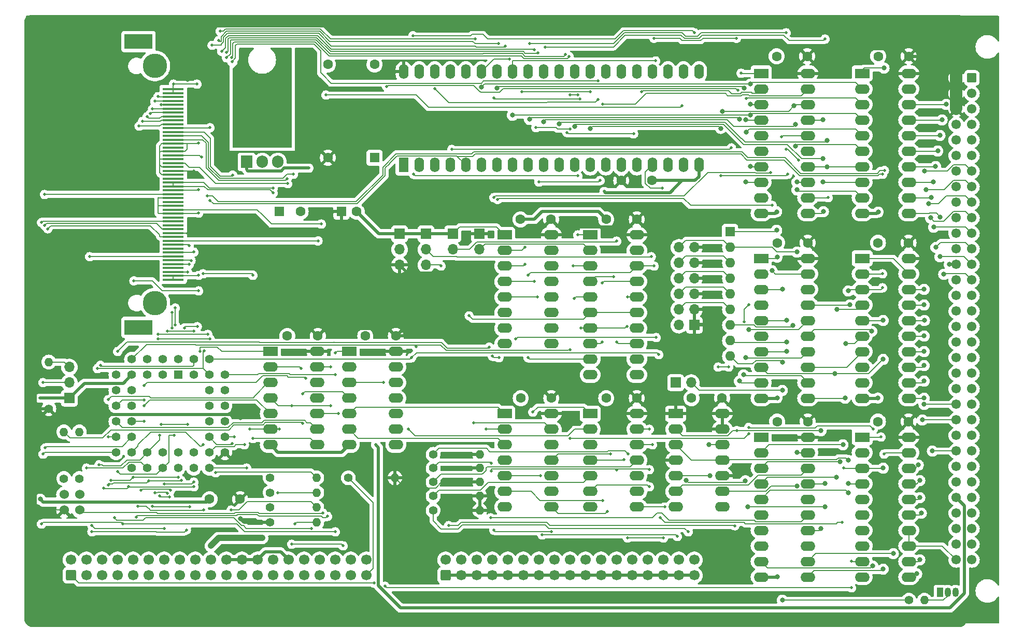
<source format=gbr>
%TF.GenerationSoftware,KiCad,Pcbnew,(6.0.4)*%
%TF.CreationDate,2022-10-24T21:41:38+02:00*%
%TF.ProjectId,Z80-IDE,5a38302d-4944-4452-9e6b-696361645f70,rev?*%
%TF.SameCoordinates,Original*%
%TF.FileFunction,Copper,L1,Top*%
%TF.FilePolarity,Positive*%
%FSLAX46Y46*%
G04 Gerber Fmt 4.6, Leading zero omitted, Abs format (unit mm)*
G04 Created by KiCad (PCBNEW (6.0.4)) date 2022-10-24 21:41:38*
%MOMM*%
%LPD*%
G01*
G04 APERTURE LIST*
G04 Aperture macros list*
%AMRoundRect*
0 Rectangle with rounded corners*
0 $1 Rounding radius*
0 $2 $3 $4 $5 $6 $7 $8 $9 X,Y pos of 4 corners*
0 Add a 4 corners polygon primitive as box body*
4,1,4,$2,$3,$4,$5,$6,$7,$8,$9,$2,$3,0*
0 Add four circle primitives for the rounded corners*
1,1,$1+$1,$2,$3*
1,1,$1+$1,$4,$5*
1,1,$1+$1,$6,$7*
1,1,$1+$1,$8,$9*
0 Add four rect primitives between the rounded corners*
20,1,$1+$1,$2,$3,$4,$5,0*
20,1,$1+$1,$4,$5,$6,$7,0*
20,1,$1+$1,$6,$7,$8,$9,0*
20,1,$1+$1,$8,$9,$2,$3,0*%
G04 Aperture macros list end*
%TA.AperFunction,ComponentPad*%
%ADD10C,1.400000*%
%TD*%
%TA.AperFunction,ComponentPad*%
%ADD11O,1.400000X1.400000*%
%TD*%
%TA.AperFunction,ComponentPad*%
%ADD12R,1.050000X1.500000*%
%TD*%
%TA.AperFunction,ComponentPad*%
%ADD13O,1.050000X1.500000*%
%TD*%
%TA.AperFunction,ComponentPad*%
%ADD14C,1.600000*%
%TD*%
%TA.AperFunction,ComponentPad*%
%ADD15R,1.700000X1.700000*%
%TD*%
%TA.AperFunction,ComponentPad*%
%ADD16O,1.700000X1.700000*%
%TD*%
%TA.AperFunction,ComponentPad*%
%ADD17R,2.400000X1.600000*%
%TD*%
%TA.AperFunction,ComponentPad*%
%ADD18O,2.400000X1.600000*%
%TD*%
%TA.AperFunction,ComponentPad*%
%ADD19R,1.600000X1.600000*%
%TD*%
%TA.AperFunction,ComponentPad*%
%ADD20R,1.905000X2.000000*%
%TD*%
%TA.AperFunction,ComponentPad*%
%ADD21O,1.905000X2.000000*%
%TD*%
%TA.AperFunction,ComponentPad*%
%ADD22R,1.600000X2.400000*%
%TD*%
%TA.AperFunction,ComponentPad*%
%ADD23O,1.600000X2.400000*%
%TD*%
%TA.AperFunction,ComponentPad*%
%ADD24R,1.422400X1.422400*%
%TD*%
%TA.AperFunction,ComponentPad*%
%ADD25C,1.422400*%
%TD*%
%TA.AperFunction,ComponentPad*%
%ADD26RoundRect,0.249999X-0.525001X0.525001X-0.525001X-0.525001X0.525001X-0.525001X0.525001X0.525001X0*%
%TD*%
%TA.AperFunction,ComponentPad*%
%ADD27C,1.550000*%
%TD*%
%TA.AperFunction,ComponentPad*%
%ADD28O,1.600000X1.600000*%
%TD*%
%TA.AperFunction,ComponentPad*%
%ADD29RoundRect,0.250000X0.600000X-0.600000X0.600000X0.600000X-0.600000X0.600000X-0.600000X-0.600000X0*%
%TD*%
%TA.AperFunction,ComponentPad*%
%ADD30C,1.700000*%
%TD*%
%TA.AperFunction,SMDPad,CuDef*%
%ADD31R,4.570000X2.490000*%
%TD*%
%TA.AperFunction,ComponentPad*%
%ADD32C,3.990000*%
%TD*%
%TA.AperFunction,SMDPad,CuDef*%
%ADD33R,3.510000X0.410000*%
%TD*%
%TA.AperFunction,ComponentPad*%
%ADD34C,1.524000*%
%TD*%
%TA.AperFunction,ViaPad*%
%ADD35C,0.800000*%
%TD*%
%TA.AperFunction,ViaPad*%
%ADD36C,0.500000*%
%TD*%
%TA.AperFunction,Conductor*%
%ADD37C,2.000000*%
%TD*%
%TA.AperFunction,Conductor*%
%ADD38C,0.152400*%
%TD*%
%TA.AperFunction,Conductor*%
%ADD39C,0.500000*%
%TD*%
%TA.AperFunction,Conductor*%
%ADD40C,1.000000*%
%TD*%
%TA.AperFunction,Conductor*%
%ADD41C,0.200000*%
%TD*%
G04 APERTURE END LIST*
D10*
%TO.P,R1,1*%
%TO.N,Net-(JP2-Pad2)*%
X214630000Y-134620000D03*
D11*
%TO.P,R1,2*%
%TO.N,Net-(Q1-Pad2)*%
X217170000Y-134620000D03*
%TD*%
D12*
%TO.P,Q1,1,C*%
%TO.N,/~{WAIT}*%
X219710000Y-133350000D03*
D13*
%TO.P,Q1,2,B*%
%TO.N,Net-(Q1-Pad2)*%
X220980000Y-133350000D03*
%TO.P,Q1,3,E*%
%TO.N,GND*%
X222250000Y-133350000D03*
%TD*%
D14*
%TO.P,C12,1*%
%TO.N,+5V*%
X156210000Y-101600000D03*
%TO.P,C12,2*%
%TO.N,GND*%
X151210000Y-101600000D03*
%TD*%
D10*
%TO.P,R4,1*%
%TO.N,Net-(LED1-Pad2a)*%
X76581000Y-114731800D03*
D11*
%TO.P,R4,2*%
%TO.N,FD_~{ACTIVITY}*%
X76581000Y-107111800D03*
%TD*%
D15*
%TO.P,JP6,1,A*%
%TO.N,GND*%
X135737600Y-74752200D03*
D16*
%TO.P,JP6,2,C*%
%TO.N,FDC_~{RDY}*%
X135737600Y-77292200D03*
%TO.P,JP6,3,B*%
%TO.N,FD_~{DC{slash}RDY}*%
X135737600Y-79832200D03*
%TD*%
D10*
%TO.P,R11,1*%
%TO.N,FD_~{TRK0}*%
X136906000Y-110769400D03*
D11*
%TO.P,R11,2*%
%TO.N,+5V*%
X144526000Y-110769400D03*
%TD*%
D17*
%TO.P,U12,1,E*%
%TO.N,GND*%
X148590000Y-74930000D03*
D18*
%TO.P,U12,2,A0*%
%TO.N,FDC_US1*%
X148590000Y-77470000D03*
%TO.P,U12,3,A1*%
%TO.N,FDC_US0*%
X148590000Y-80010000D03*
%TO.P,U12,4,O0*%
%TO.N,~{FD_DSA1}*%
X148590000Y-82550000D03*
%TO.P,U12,5,O1*%
%TO.N,~{FD_DSB1}*%
X148590000Y-85090000D03*
%TO.P,U12,6,O2*%
%TO.N,~{FD_DSA2}*%
X148590000Y-87630000D03*
%TO.P,U12,7,O3*%
%TO.N,~{FD_DSB2}*%
X148590000Y-90170000D03*
%TO.P,U12,8,GND*%
%TO.N,GND*%
X148590000Y-92710000D03*
%TO.P,U12,9*%
%TO.N,N/C*%
X156210000Y-92710000D03*
%TO.P,U12,10*%
X156210000Y-90170000D03*
%TO.P,U12,11*%
X156210000Y-87630000D03*
%TO.P,U12,12*%
X156210000Y-85090000D03*
%TO.P,U12,13*%
X156210000Y-82550000D03*
%TO.P,U12,14*%
X156210000Y-80010000D03*
%TO.P,U12,15*%
X156210000Y-77470000D03*
%TO.P,U12,16,VCC*%
%TO.N,+5V*%
X156210000Y-74930000D03*
%TD*%
D14*
%TO.P,C15,1*%
%TO.N,+5V*%
X170180000Y-72390000D03*
%TO.P,C15,2*%
%TO.N,GND*%
X165180000Y-72390000D03*
%TD*%
D19*
%TO.P,X1,1,NC*%
%TO.N,unconnected-(X1-Pad1)*%
X127330200Y-62306200D03*
D14*
%TO.P,X1,7,GND*%
%TO.N,GND*%
X127330200Y-47066200D03*
%TO.P,X1,8,OUT*%
%TO.N,Net-(U13-Pad22)*%
X119710200Y-47066200D03*
%TO.P,X1,14,Vcc*%
%TO.N,+5V*%
X119710200Y-62306200D03*
%TD*%
%TO.P,C4,1*%
%TO.N,+5V*%
X214575000Y-105415000D03*
%TO.P,C4,2*%
%TO.N,GND*%
X209575000Y-105415000D03*
%TD*%
D10*
%TO.P,R9,1*%
%TO.N,+5V*%
X74117200Y-103312200D03*
D11*
%TO.P,R9,2*%
%TO.N,Net-(JP5-Pad3)*%
X74117200Y-95692200D03*
%TD*%
D14*
%TO.P,C1,1*%
%TO.N,+5V*%
X198105000Y-76205000D03*
%TO.P,C1,2*%
%TO.N,GND*%
X193105000Y-76205000D03*
%TD*%
D17*
%TO.P,U6,1*%
%TO.N,/#RESET*%
X123190000Y-93980000D03*
D18*
%TO.P,U6,2*%
%TO.N,/~{#RESET}*%
X123190000Y-96520000D03*
%TO.P,U6,3*%
X123190000Y-99060000D03*
%TO.P,U6,4*%
%TO.N,FD_~{ACTIVITY}*%
X123190000Y-101600000D03*
%TO.P,U6,5*%
%TO.N,FD_MOTEA*%
X123190000Y-104140000D03*
%TO.P,U6,6*%
%TO.N,FD_MOTEB*%
X123190000Y-106680000D03*
%TO.P,U6,7,GND*%
%TO.N,GND*%
X123190000Y-109220000D03*
%TO.P,U6,8*%
%TO.N,N/C*%
X130810000Y-109220000D03*
%TO.P,U6,9*%
X130810000Y-106680000D03*
%TO.P,U6,10*%
X130810000Y-104140000D03*
%TO.P,U6,11*%
X130810000Y-101600000D03*
%TO.P,U6,12*%
X130810000Y-99060000D03*
%TO.P,U6,13*%
X130810000Y-96520000D03*
%TO.P,U6,14,VCC*%
%TO.N,+5V*%
X130810000Y-93980000D03*
%TD*%
D19*
%TO.P,C17,1*%
%TO.N,+5V*%
X121920000Y-71120000D03*
D14*
%TO.P,C17,2*%
%TO.N,GND*%
X124420000Y-71120000D03*
%TD*%
D17*
%TO.P,U5,1,A->B*%
%TO.N,GND*%
X206995000Y-107955000D03*
D18*
%TO.P,U5,2,A0*%
%TO.N,/~{#RD}*%
X206995000Y-110495000D03*
%TO.P,U5,3,A1*%
%TO.N,/~{#WR}*%
X206995000Y-113035000D03*
%TO.P,U5,4,A2*%
%TO.N,/#CLK_CPU*%
X206995000Y-115575000D03*
%TO.P,U5,5,A3*%
%TO.N,/~{#IOREQ}*%
X206995000Y-118115000D03*
%TO.P,U5,6,A4*%
%TO.N,unconnected-(U5-Pad6)*%
X206995000Y-120655000D03*
%TO.P,U5,7,A5*%
%TO.N,unconnected-(U5-Pad7)*%
X206995000Y-123195000D03*
%TO.P,U5,8,A6*%
%TO.N,/~{#M1}*%
X206995000Y-125735000D03*
%TO.P,U5,9,A7*%
%TO.N,/~{#RESET}*%
X206995000Y-128275000D03*
%TO.P,U5,10,GND*%
%TO.N,GND*%
X206995000Y-130815000D03*
%TO.P,U5,11,B7*%
%TO.N,/~{RESET}*%
X214615000Y-130815000D03*
%TO.P,U5,12,B6*%
%TO.N,/~{M1}*%
X214615000Y-128275000D03*
%TO.P,U5,13,B5*%
%TO.N,GND*%
X214615000Y-125735000D03*
%TO.P,U5,14,B4*%
X214615000Y-123195000D03*
%TO.P,U5,15,B3*%
%TO.N,/~{IOREQ}*%
X214615000Y-120655000D03*
%TO.P,U5,16,B2*%
%TO.N,/CLK_CPU*%
X214615000Y-118115000D03*
%TO.P,U5,17,B1*%
%TO.N,/~{WR}*%
X214615000Y-115575000D03*
%TO.P,U5,18,B0*%
%TO.N,/~{RD}*%
X214615000Y-113035000D03*
%TO.P,U5,19,CE*%
%TO.N,GND*%
X214615000Y-110495000D03*
%TO.P,U5,20,VCC*%
%TO.N,+5V*%
X214615000Y-107955000D03*
%TD*%
D20*
%TO.P,U15,1,IN*%
%TO.N,+12V*%
X106426000Y-62992000D03*
D21*
%TO.P,U15,2,GND*%
%TO.N,GND*%
X108966000Y-62992000D03*
%TO.P,U15,3,OUT*%
%TO.N,/IDE_VCC*%
X111506000Y-62992000D03*
%TD*%
D14*
%TO.P,C9,1*%
%TO.N,+5V*%
X118070000Y-91440000D03*
%TO.P,C9,2*%
%TO.N,GND*%
X113070000Y-91440000D03*
%TD*%
D17*
%TO.P,U9,1,~{Mr}*%
%TO.N,/~{#RESET}*%
X190485000Y-48524000D03*
D18*
%TO.P,U9,2,Q0*%
%TO.N,FDC_TC*%
X190485000Y-51064000D03*
%TO.P,U9,3,D0*%
%TO.N,/#D0*%
X190485000Y-53604000D03*
%TO.P,U9,4,D1*%
%TO.N,/#D1*%
X190485000Y-56144000D03*
%TO.P,U9,5,Q1*%
%TO.N,FD_MOTEA*%
X190485000Y-58684000D03*
%TO.P,U9,6,Q2*%
%TO.N,FD_MOTEB*%
X190485000Y-61224000D03*
%TO.P,U9,7,D2*%
%TO.N,/#D2*%
X190485000Y-63764000D03*
%TO.P,U9,8,D3*%
%TO.N,/#D3*%
X190485000Y-66304000D03*
%TO.P,U9,9,Q3*%
%TO.N,FDC_P2*%
X190485000Y-68844000D03*
%TO.P,U9,10,GND*%
%TO.N,GND*%
X190485000Y-71384000D03*
%TO.P,U9,11,Cp*%
%TO.N,CS_LATCH*%
X198105000Y-71384000D03*
%TO.P,U9,12,Q4*%
%TO.N,FDC_P1*%
X198105000Y-68844000D03*
%TO.P,U9,13,D4*%
%TO.N,/#D4*%
X198105000Y-66304000D03*
%TO.P,U9,14,D5*%
%TO.N,/#D5*%
X198105000Y-63764000D03*
%TO.P,U9,15,Q5*%
%TO.N,FDC_P0*%
X198105000Y-61224000D03*
%TO.P,U9,16,Q6*%
%TO.N,FD_DENSEEL*%
X198105000Y-58684000D03*
%TO.P,U9,17,D6*%
%TO.N,/#D6*%
X198105000Y-56144000D03*
%TO.P,U9,18,D7*%
%TO.N,/#D7*%
X198105000Y-53604000D03*
%TO.P,U9,19,Q7*%
%TO.N,Net-(U11-Pad1)*%
X198105000Y-51064000D03*
%TO.P,U9,20,VCC*%
%TO.N,+5V*%
X198105000Y-48524000D03*
%TD*%
D10*
%TO.P,R2,1*%
%TO.N,/~{ACTIVE}*%
X123037600Y-114604800D03*
D11*
%TO.P,R2,2*%
%TO.N,+5V*%
X130657600Y-114604800D03*
%TD*%
D14*
%TO.P,C6,1*%
%TO.N,+5V*%
X105370000Y-118110000D03*
%TO.P,C6,2*%
%TO.N,GND*%
X100370000Y-118110000D03*
%TD*%
D10*
%TO.P,R3,1*%
%TO.N,Net-(LED1-Pad1a)*%
X79095600Y-114731800D03*
D11*
%TO.P,R3,2*%
%TO.N,GND*%
X79095600Y-107111800D03*
%TD*%
D22*
%TO.P,U13,1,RST*%
%TO.N,FDC_RESET*%
X132080000Y-63500000D03*
D23*
%TO.P,U13,2,~{RD}*%
%TO.N,/~{#RD}*%
X134620000Y-63500000D03*
%TO.P,U13,3,~{WR}*%
%TO.N,/~{#WR}*%
X137160000Y-63500000D03*
%TO.P,U13,4,~{CS}*%
%TO.N,CS_FDC*%
X139700000Y-63500000D03*
%TO.P,U13,5,A0*%
%TO.N,/#A0*%
X142240000Y-63500000D03*
%TO.P,U13,6,DB0*%
%TO.N,/#D0*%
X144780000Y-63500000D03*
%TO.P,U13,7,DB1*%
%TO.N,/#D1*%
X147320000Y-63500000D03*
%TO.P,U13,8,DB2*%
%TO.N,/#D2*%
X149860000Y-63500000D03*
%TO.P,U13,9,DB3*%
%TO.N,/#D3*%
X152400000Y-63500000D03*
%TO.P,U13,10,DB4*%
%TO.N,/#D4*%
X154940000Y-63500000D03*
%TO.P,U13,11,DB5*%
%TO.N,/#D5*%
X157480000Y-63500000D03*
%TO.P,U13,12,DB6*%
%TO.N,/#D6*%
X160020000Y-63500000D03*
%TO.P,U13,13,DB7*%
%TO.N,/#D7*%
X162560000Y-63500000D03*
%TO.P,U13,14,DRQ*%
%TO.N,unconnected-(U13-Pad14)*%
X165100000Y-63500000D03*
%TO.P,U13,15,~{DACK}*%
%TO.N,+5V*%
X167640000Y-63500000D03*
%TO.P,U13,16,TC*%
%TO.N,FDC_TC*%
X170180000Y-63500000D03*
%TO.P,U13,17,IDX*%
%TO.N,FDC_INDEX*%
X172720000Y-63500000D03*
%TO.P,U13,18,INT*%
%TO.N,unconnected-(U13-Pad18)*%
X175260000Y-63500000D03*
%TO.P,U13,19,TEST*%
%TO.N,+5V*%
X177800000Y-63500000D03*
%TO.P,U13,20,GND*%
%TO.N,GND*%
X180340000Y-63500000D03*
%TO.P,U13,21,MINI*%
%TO.N,FDC_MINI*%
X180340000Y-48260000D03*
%TO.P,U13,22,CLK*%
%TO.N,Net-(U13-Pad22)*%
X177800000Y-48260000D03*
%TO.P,U13,23,~{DSKD}*%
%TO.N,FDC_~{DSKD}*%
X175260000Y-48260000D03*
%TO.P,U13,24,P0*%
%TO.N,FDC_P2*%
X172720000Y-48260000D03*
%TO.P,U13,25,WE*%
%TO.N,FDC_WE*%
X170180000Y-48260000D03*
%TO.P,U13,26,MFM*%
%TO.N,unconnected-(U13-Pad26)*%
X167640000Y-48260000D03*
%TO.P,U13,27,HD*%
%TO.N,FDC_HD*%
X165100000Y-48260000D03*
%TO.P,U13,28,US1*%
%TO.N,FDC_US1*%
X162560000Y-48260000D03*
%TO.P,U13,29,US0*%
%TO.N,FDC_US0*%
X160020000Y-48260000D03*
%TO.P,U13,30,WDOUT*%
%TO.N,FDC_WDOUT*%
X157480000Y-48260000D03*
%TO.P,U13,31,P1*%
%TO.N,FDC_P1*%
X154940000Y-48260000D03*
%TO.P,U13,32,P2*%
%TO.N,FDC_P0*%
X152400000Y-48260000D03*
%TO.P,U13,33,FLT/TR0*%
%TO.N,FDC_FLT{slash}TR0*%
X149860000Y-48260000D03*
%TO.P,U13,34,WP/TS*%
%TO.N,FDC_WP{slash}TS*%
X147320000Y-48260000D03*
%TO.P,U13,35,RDY*%
%TO.N,FDC_RDY*%
X144780000Y-48260000D03*
%TO.P,U13,36,HDL*%
%TO.N,FDC_HDL*%
X142240000Y-48260000D03*
%TO.P,U13,37,FR/STEP*%
%TO.N,FDC_FR{slash}STEP*%
X139700000Y-48260000D03*
%TO.P,U13,38,LCT/DIR*%
%TO.N,FDC_LCT{slash}DIR*%
X137160000Y-48260000D03*
%TO.P,U13,39,~{RW}/SEEK*%
%TO.N,FDC_~{RW}{slash}SEEK*%
X134620000Y-48260000D03*
%TO.P,U13,40,VCC*%
%TO.N,+5V*%
X132080000Y-48260000D03*
%TD*%
D15*
%TO.P,JP4,1,A*%
%TO.N,GND*%
X140106400Y-74752200D03*
D16*
%TO.P,JP4,2,B*%
%TO.N,FDC_~{TS}*%
X140106400Y-77292200D03*
%TD*%
D10*
%TO.P,R12,1*%
%TO.N,FD_~{WRTPRO}*%
X136906000Y-113030000D03*
D11*
%TO.P,R12,2*%
%TO.N,+5V*%
X144526000Y-113030000D03*
%TD*%
D14*
%TO.P,C8,1*%
%TO.N,+5V*%
X198025000Y-45725000D03*
%TO.P,C8,2*%
%TO.N,GND*%
X193025000Y-45725000D03*
%TD*%
D24*
%TO.P,U7,1,NC*%
%TO.N,unconnected-(U7-Pad1)*%
X95250000Y-97790000D03*
D25*
%TO.P,U7,2,PA3*%
%TO.N,/PA3*%
X92710000Y-95250000D03*
%TO.P,U7,3,PA2*%
%TO.N,/PA2*%
X92710000Y-97790000D03*
%TO.P,U7,4,PA1*%
%TO.N,/PA1*%
X90170000Y-95250000D03*
%TO.P,U7,5,PA0*%
%TO.N,/PA0*%
X90170000Y-97790000D03*
%TO.P,U7,6,~{RD}*%
%TO.N,/~{#RD}*%
X87630000Y-95250000D03*
%TO.P,U7,7,~{CS}*%
%TO.N,CS_IDE*%
X85090000Y-97790000D03*
%TO.P,U7,8,GND*%
%TO.N,GND*%
X87630000Y-97790000D03*
%TO.P,U7,9,A1*%
%TO.N,/#A1*%
X85090000Y-100330000D03*
%TO.P,U7,10,A0*%
%TO.N,/#A0*%
X87630000Y-100330000D03*
%TO.P,U7,11,PC7*%
%TO.N,/PC7*%
X85090000Y-102870000D03*
%TO.P,U7,12,NC*%
%TO.N,unconnected-(U7-Pad12)*%
X87630000Y-102870000D03*
%TO.P,U7,13,PC6*%
%TO.N,/PC6*%
X85090000Y-105410000D03*
%TO.P,U7,14,PC5*%
%TO.N,/PC5*%
X87630000Y-105410000D03*
%TO.P,U7,15,PC4*%
%TO.N,/PC4*%
X85090000Y-107950000D03*
%TO.P,U7,16,PC0*%
%TO.N,/PC0*%
X87630000Y-107950000D03*
%TO.P,U7,17,PC1*%
%TO.N,/PC1*%
X85090000Y-110490000D03*
%TO.P,U7,18,PC2*%
%TO.N,/PC2*%
X87630000Y-113030000D03*
%TO.P,U7,19,PC3*%
%TO.N,/PC3*%
X87630000Y-110490000D03*
%TO.P,U7,20,PB0*%
%TO.N,/PB0*%
X90170000Y-113030000D03*
%TO.P,U7,21,PB1*%
%TO.N,/PB1*%
X90170000Y-110490000D03*
%TO.P,U7,22,PB2*%
%TO.N,/PB2*%
X92710000Y-113030000D03*
%TO.P,U7,23,NC*%
%TO.N,unconnected-(U7-Pad23)*%
X92710000Y-110490000D03*
%TO.P,U7,24,PB3*%
%TO.N,/PB3*%
X95250000Y-113030000D03*
%TO.P,U7,25,PB4*%
%TO.N,/PB4*%
X95250000Y-110490000D03*
%TO.P,U7,26,PB5*%
%TO.N,/PB5*%
X97790000Y-113030000D03*
%TO.P,U7,27,PB6*%
%TO.N,/PB6*%
X97790000Y-110490000D03*
%TO.P,U7,28,PB7*%
%TO.N,/PB7*%
X100330000Y-113030000D03*
%TO.P,U7,29,VCC*%
%TO.N,+5V*%
X102870000Y-110490000D03*
%TO.P,U7,30,D7*%
%TO.N,/#D7*%
X100330000Y-110490000D03*
%TO.P,U7,31,D6*%
%TO.N,/#D6*%
X102870000Y-107950000D03*
%TO.P,U7,32,D5*%
%TO.N,/#D5*%
X100330000Y-107950000D03*
%TO.P,U7,33,D4*%
%TO.N,/#D4*%
X102870000Y-105410000D03*
%TO.P,U7,34,NC*%
%TO.N,unconnected-(U7-Pad34)*%
X100330000Y-105410000D03*
%TO.P,U7,35,D3*%
%TO.N,/#D3*%
X102870000Y-102870000D03*
%TO.P,U7,36,D2*%
%TO.N,/#D2*%
X100330000Y-102870000D03*
%TO.P,U7,37,D1*%
%TO.N,/#D1*%
X102870000Y-100330000D03*
%TO.P,U7,38,D0*%
%TO.N,/#D0*%
X100330000Y-100330000D03*
%TO.P,U7,39,RESET*%
%TO.N,/#RESET*%
X102870000Y-97790000D03*
%TO.P,U7,40,~{WR}*%
%TO.N,/~{#WR}*%
X100330000Y-95250000D03*
%TO.P,U7,41,PA7*%
%TO.N,/PA7*%
X100330000Y-97790000D03*
%TO.P,U7,42,PA6*%
%TO.N,/PA6*%
X97790000Y-95250000D03*
%TO.P,U7,43,PA5*%
%TO.N,/PA5*%
X97790000Y-97790000D03*
%TO.P,U7,44,PA4*%
%TO.N,/PA4*%
X95250000Y-95250000D03*
%TD*%
D17*
%TO.P,U4,1,A->B*%
%TO.N,GND*%
X206995000Y-78745000D03*
D18*
%TO.P,U4,2,A0*%
%TO.N,/#A0*%
X206995000Y-81285000D03*
%TO.P,U4,3,A1*%
%TO.N,/#A1*%
X206995000Y-83825000D03*
%TO.P,U4,4,A2*%
%TO.N,/#A2*%
X206995000Y-86365000D03*
%TO.P,U4,5,A3*%
%TO.N,/#A3*%
X206995000Y-88905000D03*
%TO.P,U4,6,A4*%
%TO.N,/#A4*%
X206995000Y-91445000D03*
%TO.P,U4,7,A5*%
%TO.N,/#A5*%
X206995000Y-93985000D03*
%TO.P,U4,8,A6*%
%TO.N,/#A6*%
X206995000Y-96525000D03*
%TO.P,U4,9,A7*%
%TO.N,/#A7*%
X206995000Y-99065000D03*
%TO.P,U4,10,GND*%
%TO.N,GND*%
X206995000Y-101605000D03*
%TO.P,U4,11,B7*%
%TO.N,/A7*%
X214615000Y-101605000D03*
%TO.P,U4,12,B6*%
%TO.N,/A6*%
X214615000Y-99065000D03*
%TO.P,U4,13,B5*%
%TO.N,/A5*%
X214615000Y-96525000D03*
%TO.P,U4,14,B4*%
%TO.N,/A4*%
X214615000Y-93985000D03*
%TO.P,U4,15,B3*%
%TO.N,/A3*%
X214615000Y-91445000D03*
%TO.P,U4,16,B2*%
%TO.N,/A2*%
X214615000Y-88905000D03*
%TO.P,U4,17,B1*%
%TO.N,/A1*%
X214615000Y-86365000D03*
%TO.P,U4,18,B0*%
%TO.N,/A0*%
X214615000Y-83825000D03*
%TO.P,U4,19,CE*%
%TO.N,GND*%
X214615000Y-81285000D03*
%TO.P,U4,20,VCC*%
%TO.N,+5V*%
X214615000Y-78745000D03*
%TD*%
D14*
%TO.P,C10,1*%
%TO.N,+5V*%
X170180000Y-101600000D03*
%TO.P,C10,2*%
%TO.N,GND*%
X165180000Y-101600000D03*
%TD*%
D15*
%TO.P,JP1,1,Pin_1*%
%TO.N,+5V*%
X179583000Y-89662000D03*
D16*
%TO.P,JP1,2,Pin_2*%
%TO.N,unconnected-(JP1-Pad2)*%
X177043000Y-89662000D03*
%TO.P,JP1,3,Pin_3*%
%TO.N,+5V*%
X179583000Y-87122000D03*
%TO.P,JP1,4,Pin_4*%
%TO.N,Net-(JP1-Pad4)*%
X177043000Y-87122000D03*
%TO.P,JP1,5,Pin_5*%
%TO.N,+5V*%
X179583000Y-84582000D03*
%TO.P,JP1,6,Pin_6*%
%TO.N,Net-(JP1-Pad6)*%
X177043000Y-84582000D03*
%TO.P,JP1,7,Pin_7*%
%TO.N,+5V*%
X179583000Y-82042000D03*
%TO.P,JP1,8,Pin_8*%
%TO.N,Net-(JP1-Pad8)*%
X177043000Y-82042000D03*
%TO.P,JP1,9,Pin_9*%
%TO.N,+5V*%
X179583000Y-79502000D03*
%TO.P,JP1,10,Pin_10*%
%TO.N,Net-(JP1-Pad10)*%
X177043000Y-79502000D03*
%TO.P,JP1,11,Pin_11*%
%TO.N,+5V*%
X179583000Y-76962000D03*
%TO.P,JP1,12,Pin_12*%
%TO.N,Net-(JP1-Pad12)*%
X177043000Y-76962000D03*
%TD*%
D17*
%TO.P,U11,1*%
%TO.N,Net-(U11-Pad1)*%
X162570000Y-104135000D03*
D18*
%TO.P,U11,2*%
%TO.N,FDC_RESET*%
X162570000Y-106675000D03*
%TO.P,U11,3*%
%TO.N,FDC_~{RW}{slash}SEEK*%
X162570000Y-109215000D03*
%TO.P,U11,4*%
%TO.N,FDC_RW{slash}~{SEEK}*%
X162570000Y-111755000D03*
%TO.P,U11,5*%
%TO.N,FD_~{INDEX}*%
X162570000Y-114295000D03*
%TO.P,U11,6*%
%TO.N,FDC_INDEX*%
X162570000Y-116835000D03*
%TO.P,U11,7,GND*%
%TO.N,GND*%
X162570000Y-119375000D03*
%TO.P,U11,8*%
%TO.N,FDC_~{DSKD}*%
X170190000Y-119375000D03*
%TO.P,U11,9*%
%TO.N,Net-(U11-Pad10)*%
X170190000Y-116835000D03*
%TO.P,U11,10*%
X170190000Y-114295000D03*
%TO.P,U11,11*%
%TO.N,FD_~{RDATA}*%
X170190000Y-111755000D03*
%TO.P,U11,12*%
%TO.N,FDC_RDY*%
X170190000Y-109215000D03*
%TO.P,U11,13*%
%TO.N,FDC_~{RDY}*%
X170190000Y-106675000D03*
%TO.P,U11,14,VCC*%
%TO.N,+5V*%
X170190000Y-104135000D03*
%TD*%
D17*
%TO.P,U2,1,G*%
%TO.N,GND*%
X190485000Y-78745000D03*
D18*
%TO.P,U2,2,P0*%
%TO.N,/~{#IOREQ}*%
X190485000Y-81285000D03*
%TO.P,U2,3,R0*%
%TO.N,Net-(RN1-Pad9)*%
X190485000Y-83825000D03*
%TO.P,U2,4,P1*%
%TO.N,/~{#IOREQ}*%
X190485000Y-86365000D03*
%TO.P,U2,5,R1*%
%TO.N,Net-(RN1-Pad8)*%
X190485000Y-88905000D03*
%TO.P,U2,6,P2*%
%TO.N,/~{#IOREQ}*%
X190485000Y-91445000D03*
%TO.P,U2,7,R2*%
%TO.N,Net-(RN1-Pad7)*%
X190485000Y-93985000D03*
%TO.P,U2,8,P3*%
%TO.N,/#A3*%
X190485000Y-96525000D03*
%TO.P,U2,9,R3*%
%TO.N,Net-(JP1-Pad4)*%
X190485000Y-99065000D03*
%TO.P,U2,10,GND*%
%TO.N,GND*%
X190485000Y-101605000D03*
%TO.P,U2,11,P4*%
%TO.N,/#A4*%
X198105000Y-101605000D03*
%TO.P,U2,12,R4*%
%TO.N,Net-(JP1-Pad6)*%
X198105000Y-99065000D03*
%TO.P,U2,13,P5*%
%TO.N,/#A5*%
X198105000Y-96525000D03*
%TO.P,U2,14,R5*%
%TO.N,Net-(JP1-Pad8)*%
X198105000Y-93985000D03*
%TO.P,U2,15,P6*%
%TO.N,/#A6*%
X198105000Y-91445000D03*
%TO.P,U2,16,R6*%
%TO.N,Net-(JP1-Pad10)*%
X198105000Y-88905000D03*
%TO.P,U2,17,P7*%
%TO.N,/#A7*%
X198105000Y-86365000D03*
%TO.P,U2,18,R7*%
%TO.N,Net-(JP1-Pad12)*%
X198105000Y-83825000D03*
%TO.P,U2,19,P=R*%
%TO.N,Net-(U2-Pad19)*%
X198105000Y-81285000D03*
%TO.P,U2,20,VCC*%
%TO.N,+5V*%
X198105000Y-78745000D03*
%TD*%
D10*
%TO.P,R10,1*%
%TO.N,FD_~{INDEX}*%
X136906000Y-117602000D03*
D11*
%TO.P,R10,2*%
%TO.N,+5V*%
X144526000Y-117602000D03*
%TD*%
D15*
%TO.P,JP2,1,A*%
%TO.N,Net-(JP2-Pad1)*%
X176530000Y-99060000D03*
D16*
%TO.P,JP2,2,B*%
%TO.N,Net-(JP2-Pad2)*%
X179070000Y-99060000D03*
%TD*%
D17*
%TO.P,U10,1*%
%TO.N,/PC3*%
X110306800Y-93980000D03*
D18*
%TO.P,U10,2*%
%TO.N,/~{DCS0}*%
X110306800Y-96520000D03*
%TO.P,U10,3*%
%TO.N,/PC4*%
X110306800Y-99060000D03*
%TO.P,U10,4*%
%TO.N,/~{DCS1}*%
X110306800Y-101600000D03*
%TO.P,U10,5*%
%TO.N,/PC5*%
X110306800Y-104140000D03*
%TO.P,U10,6*%
%TO.N,/~{DIOW}*%
X110306800Y-106680000D03*
%TO.P,U10,7,GND*%
%TO.N,GND*%
X110306800Y-109220000D03*
%TO.P,U10,8*%
%TO.N,/~{DIOR}*%
X117926800Y-109220000D03*
%TO.P,U10,9*%
%TO.N,/PC6*%
X117926800Y-106680000D03*
%TO.P,U10,10*%
%TO.N,/~{DRESET}*%
X117926800Y-104140000D03*
%TO.P,U10,11*%
%TO.N,/PC7*%
X117926800Y-101600000D03*
%TO.P,U10,12*%
%TO.N,Net-(LED1-Pad1b)*%
X117926800Y-99060000D03*
%TO.P,U10,13*%
%TO.N,/~{ACTIVE}*%
X117926800Y-96520000D03*
%TO.P,U10,14,VCC*%
%TO.N,+5V*%
X117926800Y-93980000D03*
%TD*%
D26*
%TO.P,J1,a1,Pin_a1*%
%TO.N,GND*%
X224911000Y-49276000D03*
D27*
%TO.P,J1,a2,Pin_a2*%
X224911000Y-51816000D03*
%TO.P,J1,a3,Pin_a3*%
X224911000Y-54356000D03*
%TO.P,J1,a4,Pin_a4*%
X224911000Y-56896000D03*
%TO.P,J1,a5,Pin_a5*%
%TO.N,/MEMAQ*%
X224911000Y-59436000D03*
%TO.P,J1,a6,Pin_a6*%
%TO.N,/~{INT3}*%
X224911000Y-61976000D03*
%TO.P,J1,a7,Pin_a7*%
%TO.N,/A0*%
X224911000Y-64516000D03*
%TO.P,J1,a8,Pin_a8*%
%TO.N,/A1*%
X224911000Y-67056000D03*
%TO.P,J1,a9,Pin_a9*%
%TO.N,/A2*%
X224911000Y-69596000D03*
%TO.P,J1,a10,Pin_a10*%
%TO.N,/A3*%
X224911000Y-72136000D03*
%TO.P,J1,a11,Pin_a11*%
%TO.N,/A4*%
X224911000Y-74676000D03*
%TO.P,J1,a12,Pin_a12*%
%TO.N,/A5*%
X224911000Y-77216000D03*
%TO.P,J1,a13,Pin_a13*%
%TO.N,/A6*%
X224911000Y-79756000D03*
%TO.P,J1,a14,Pin_a14*%
%TO.N,/A7*%
X224911000Y-82296000D03*
%TO.P,J1,a15,Pin_a15*%
%TO.N,/A8*%
X224911000Y-84836000D03*
%TO.P,J1,a16,Pin_a16*%
%TO.N,/A9*%
X224911000Y-87376000D03*
%TO.P,J1,a17,Pin_a17*%
%TO.N,/A10*%
X224911000Y-89916000D03*
%TO.P,J1,a18,Pin_a18*%
%TO.N,/A11*%
X224911000Y-92456000D03*
%TO.P,J1,a19,Pin_a19*%
%TO.N,/A12*%
X224911000Y-94996000D03*
%TO.P,J1,a20,Pin_a20*%
%TO.N,/A13*%
X224911000Y-97536000D03*
%TO.P,J1,a21,Pin_a21*%
%TO.N,/A14*%
X224911000Y-100076000D03*
%TO.P,J1,a22,Pin_a22*%
%TO.N,/A15*%
X224911000Y-102616000D03*
%TO.P,J1,a23,Pin_a23*%
%TO.N,/~{BUSREQ}*%
X224911000Y-105156000D03*
%TO.P,J1,a24,Pin_a24*%
%TO.N,/~{BUSACK}*%
X224911000Y-107696000D03*
%TO.P,J1,a25,Pin_a25*%
%TO.N,/A16*%
X224911000Y-110236000D03*
%TO.P,J1,a26,Pin_a26*%
%TO.N,/A17*%
X224911000Y-112776000D03*
%TO.P,J1,a27,Pin_a27*%
%TO.N,/A18*%
X224911000Y-115316000D03*
%TO.P,J1,a28,Pin_a28*%
%TO.N,/A19*%
X224911000Y-117856000D03*
%TO.P,J1,a29,Pin_a29*%
%TO.N,/A20*%
X224911000Y-120396000D03*
%TO.P,J1,a30,Pin_a30*%
%TO.N,/A21*%
X224911000Y-122936000D03*
%TO.P,J1,a31,Pin_a31*%
%TO.N,/A22{slash}SCL*%
X224911000Y-125476000D03*
%TO.P,J1,a32,Pin_a32*%
%TO.N,/A23{slash}SDA*%
X224911000Y-128016000D03*
%TO.P,J1,b1,Pin_b1*%
%TO.N,+5V*%
X222371000Y-49276000D03*
%TO.P,J1,b2,Pin_b2*%
X222371000Y-51816000D03*
%TO.P,J1,b3,Pin_b3*%
X222371000Y-54356000D03*
%TO.P,J1,b4,Pin_b4*%
%TO.N,/~{INT0}*%
X222371000Y-56896000D03*
%TO.P,J1,b5,Pin_b5*%
%TO.N,/~{INT1}*%
X222371000Y-59436000D03*
%TO.P,J1,b6,Pin_b6*%
%TO.N,/~{INT2}*%
X222371000Y-61976000D03*
%TO.P,J1,b7,Pin_b7*%
%TO.N,/D0*%
X222371000Y-64516000D03*
%TO.P,J1,b8,Pin_b8*%
%TO.N,/D1*%
X222371000Y-67056000D03*
%TO.P,J1,b9,Pin_b9*%
%TO.N,/D2*%
X222371000Y-69596000D03*
%TO.P,J1,b10,Pin_b10*%
%TO.N,/D3*%
X222371000Y-72136000D03*
%TO.P,J1,b11,Pin_b11*%
%TO.N,/D4*%
X222371000Y-74676000D03*
%TO.P,J1,b12,Pin_b12*%
%TO.N,/D5*%
X222371000Y-77216000D03*
%TO.P,J1,b13,Pin_b13*%
%TO.N,/D6*%
X222371000Y-79756000D03*
%TO.P,J1,b14,Pin_b14*%
%TO.N,/D7*%
X222371000Y-82296000D03*
%TO.P,J1,b15,Pin_b15*%
%TO.N,/~{RESET}*%
X222371000Y-84836000D03*
%TO.P,J1,b16,Pin_b16*%
%TO.N,/CLK_CPU*%
X222371000Y-87376000D03*
%TO.P,J1,b17,Pin_b17*%
%TO.N,/~{INT}*%
X222371000Y-89916000D03*
%TO.P,J1,b18,Pin_b18*%
%TO.N,/~{NMI}*%
X222371000Y-92456000D03*
%TO.P,J1,b19,Pin_b19*%
%TO.N,/~{M1}*%
X222371000Y-94996000D03*
%TO.P,J1,b20,Pin_b20*%
%TO.N,/~{WAIT}*%
X222371000Y-97536000D03*
%TO.P,J1,b21,Pin_b21*%
%TO.N,/~{HALT}*%
X222371000Y-100076000D03*
%TO.P,J1,b22,Pin_b22*%
%TO.N,/~{RD}*%
X222371000Y-102616000D03*
%TO.P,J1,b23,Pin_b23*%
%TO.N,/~{WR}*%
X222371000Y-105156000D03*
%TO.P,J1,b24,Pin_b24*%
%TO.N,/~{MREQ}*%
X222371000Y-107696000D03*
%TO.P,J1,b25,Pin_b25*%
%TO.N,/~{IOREQ}*%
X222371000Y-110236000D03*
%TO.P,J1,b26,Pin_b26*%
%TO.N,unconnected-(J1-Padb26)*%
X222371000Y-112776000D03*
%TO.P,J1,b27,Pin_b27*%
%TO.N,unconnected-(J1-Padb27)*%
X222371000Y-115316000D03*
%TO.P,J1,b28,Pin_b28*%
%TO.N,+12V*%
X222371000Y-117856000D03*
%TO.P,J1,b29,Pin_b29*%
%TO.N,-12V*%
X222371000Y-120396000D03*
%TO.P,J1,b30,Pin_b30*%
%TO.N,-5V*%
X222371000Y-122936000D03*
%TO.P,J1,b31,Pin_b31*%
%TO.N,+3V3*%
X222371000Y-125476000D03*
%TO.P,J1,b32,Pin_b32*%
%TO.N,GND*%
X222371000Y-128016000D03*
%TD*%
D19*
%TO.P,RN1,1,common*%
%TO.N,GND*%
X185420000Y-74422000D03*
D28*
%TO.P,RN1,2,R1*%
%TO.N,Net-(JP1-Pad12)*%
X185420000Y-76962000D03*
%TO.P,RN1,3,R2*%
%TO.N,Net-(JP1-Pad10)*%
X185420000Y-79502000D03*
%TO.P,RN1,4,R3*%
%TO.N,Net-(JP1-Pad8)*%
X185420000Y-82042000D03*
%TO.P,RN1,5,R4*%
%TO.N,Net-(JP1-Pad6)*%
X185420000Y-84582000D03*
%TO.P,RN1,6,R5*%
%TO.N,Net-(JP1-Pad4)*%
X185420000Y-87122000D03*
%TO.P,RN1,7,R6*%
%TO.N,Net-(RN1-Pad7)*%
X185420000Y-89662000D03*
%TO.P,RN1,8,R7*%
%TO.N,Net-(RN1-Pad8)*%
X185420000Y-92202000D03*
%TO.P,RN1,9,R8*%
%TO.N,Net-(RN1-Pad9)*%
X185420000Y-94742000D03*
%TD*%
D14*
%TO.P,C5,1*%
%TO.N,+5V*%
X130810000Y-91440000D03*
%TO.P,C5,2*%
%TO.N,GND*%
X125810000Y-91440000D03*
%TD*%
D10*
%TO.P,R8,1*%
%TO.N,GND*%
X110261400Y-119456200D03*
D11*
%TO.P,R8,2*%
%TO.N,/DMARQ*%
X117881400Y-119456200D03*
%TD*%
D15*
%TO.P,JP5,1,A*%
%TO.N,GND*%
X77470000Y-101600000D03*
D16*
%TO.P,JP5,2,C*%
%TO.N,Net-(CON1-Pad39)*%
X77470000Y-99060000D03*
%TO.P,JP5,3,B*%
%TO.N,Net-(JP5-Pad3)*%
X77470000Y-96520000D03*
%TD*%
D14*
%TO.P,C3,1*%
%TO.N,+5V*%
X214575000Y-76205000D03*
%TO.P,C3,2*%
%TO.N,GND*%
X209575000Y-76205000D03*
%TD*%
D29*
%TO.P,J2,1,Pin_1*%
%TO.N,/~{DRESET}*%
X77724000Y-130546500D03*
D30*
%TO.P,J2,2,Pin_2*%
%TO.N,GND*%
X77724000Y-128006500D03*
%TO.P,J2,3,Pin_3*%
%TO.N,/PA7*%
X80264000Y-130546500D03*
%TO.P,J2,4,Pin_4*%
%TO.N,/PB0*%
X80264000Y-128006500D03*
%TO.P,J2,5,Pin_5*%
%TO.N,/PA6*%
X82804000Y-130546500D03*
%TO.P,J2,6,Pin_6*%
%TO.N,/PB1*%
X82804000Y-128006500D03*
%TO.P,J2,7,Pin_7*%
%TO.N,/PA5*%
X85344000Y-130546500D03*
%TO.P,J2,8,Pin_8*%
%TO.N,/PB2*%
X85344000Y-128006500D03*
%TO.P,J2,9,Pin_9*%
%TO.N,/PA4*%
X87884000Y-130546500D03*
%TO.P,J2,10,Pin_10*%
%TO.N,/PB3*%
X87884000Y-128006500D03*
%TO.P,J2,11,Pin_11*%
%TO.N,/PA3*%
X90424000Y-130546500D03*
%TO.P,J2,12,Pin_12*%
%TO.N,/PB4*%
X90424000Y-128006500D03*
%TO.P,J2,13,Pin_13*%
%TO.N,/PA2*%
X92964000Y-130546500D03*
%TO.P,J2,14,Pin_14*%
%TO.N,/PB5*%
X92964000Y-128006500D03*
%TO.P,J2,15,Pin_15*%
%TO.N,/PA1*%
X95504000Y-130546500D03*
%TO.P,J2,16,Pin_16*%
%TO.N,/PB6*%
X95504000Y-128006500D03*
%TO.P,J2,17,Pin_17*%
%TO.N,/PA0*%
X98044000Y-130546500D03*
%TO.P,J2,18,Pin_18*%
%TO.N,/PB7*%
X98044000Y-128006500D03*
%TO.P,J2,19,Pin_19*%
%TO.N,GND*%
X100584000Y-130546500D03*
%TO.P,J2,20,Pin_20*%
%TO.N,/IDE_VCC*%
X100584000Y-128006500D03*
%TO.P,J2,21,Pin_21*%
%TO.N,/DMARQ*%
X103124000Y-130546500D03*
%TO.P,J2,22,Pin_22*%
%TO.N,GND*%
X103124000Y-128006500D03*
%TO.P,J2,23,Pin_23*%
%TO.N,/~{DIOW}*%
X105664000Y-130546500D03*
%TO.P,J2,24,Pin_24*%
%TO.N,GND*%
X105664000Y-128006500D03*
%TO.P,J2,25,Pin_25*%
%TO.N,/~{DIOR}*%
X108204000Y-130546500D03*
%TO.P,J2,26,Pin_26*%
%TO.N,GND*%
X108204000Y-128006500D03*
%TO.P,J2,27,Pin_27*%
%TO.N,unconnected-(J2-Pad27)*%
X110744000Y-130546500D03*
%TO.P,J2,28,Pin_28*%
%TO.N,/CSEL*%
X110744000Y-128006500D03*
%TO.P,J2,29,Pin_29*%
%TO.N,/DMACK*%
X113284000Y-130546500D03*
%TO.P,J2,30,Pin_30*%
%TO.N,GND*%
X113284000Y-128006500D03*
%TO.P,J2,31,Pin_31*%
%TO.N,unconnected-(J2-Pad31)*%
X115824000Y-130546500D03*
%TO.P,J2,32,Pin_32*%
%TO.N,unconnected-(J2-Pad32)*%
X115824000Y-128006500D03*
%TO.P,J2,33,Pin_33*%
%TO.N,/PC1*%
X118364000Y-130546500D03*
%TO.P,J2,34,Pin_34*%
%TO.N,unconnected-(J2-Pad34)*%
X118364000Y-128006500D03*
%TO.P,J2,35,Pin_35*%
%TO.N,/PC0*%
X120904000Y-130546500D03*
%TO.P,J2,36,Pin_36*%
%TO.N,/PC2*%
X120904000Y-128006500D03*
%TO.P,J2,37,Pin_37*%
%TO.N,/~{DCS0}*%
X123444000Y-130546500D03*
%TO.P,J2,38,Pin_38*%
%TO.N,/~{DCS1}*%
X123444000Y-128006500D03*
%TO.P,J2,39,Pin_39*%
%TO.N,/~{ACTIVE}*%
X125984000Y-130546500D03*
%TO.P,J2,40,Pin_40*%
%TO.N,GND*%
X125984000Y-128006500D03*
%TD*%
D10*
%TO.P,R7,1*%
%TO.N,GND*%
X110261400Y-117017400D03*
D11*
%TO.P,R7,2*%
%TO.N,/CSEL*%
X117881400Y-117017400D03*
%TD*%
D14*
%TO.P,C13,1*%
%TO.N,+5V*%
X167640000Y-66040000D03*
%TO.P,C13,2*%
%TO.N,GND*%
X172640000Y-66040000D03*
%TD*%
D19*
%TO.P,C16,1*%
%TO.N,/IDE_VCC*%
X111760000Y-71120000D03*
D14*
%TO.P,C16,2*%
%TO.N,GND*%
X115260000Y-71120000D03*
%TD*%
D15*
%TO.P,JP7,1,A*%
%TO.N,GND*%
X131419600Y-74752200D03*
D16*
%TO.P,JP7,2,C*%
%TO.N,FDC_MINI*%
X131419600Y-77292200D03*
%TO.P,JP7,3,B*%
%TO.N,+5V*%
X131419600Y-79832200D03*
%TD*%
D17*
%TO.P,U1,1,~{R}*%
%TO.N,+5V*%
X176530000Y-104140000D03*
D18*
%TO.P,U1,2,D*%
%TO.N,CS_FDC*%
X176530000Y-106680000D03*
%TO.P,U1,3,C*%
%TO.N,/#CLK_CPU*%
X176530000Y-109220000D03*
%TO.P,U1,4,~{S}*%
%TO.N,+5V*%
X176530000Y-111760000D03*
%TO.P,U1,5,Q*%
%TO.N,Net-(U1-Pad12)*%
X176530000Y-114300000D03*
%TO.P,U1,6,~{Q}*%
%TO.N,Net-(U1-Pad6)*%
X176530000Y-116840000D03*
%TO.P,U1,7,GND*%
%TO.N,GND*%
X176530000Y-119380000D03*
%TO.P,U1,8,~{Q}*%
%TO.N,unconnected-(U1-Pad8)*%
X184150000Y-119380000D03*
%TO.P,U1,9,Q*%
%TO.N,Net-(U1-Pad9)*%
X184150000Y-116840000D03*
%TO.P,U1,10,~{S}*%
%TO.N,+5V*%
X184150000Y-114300000D03*
%TO.P,U1,11,C*%
%TO.N,/#CLK_CPU*%
X184150000Y-111760000D03*
%TO.P,U1,12,D*%
%TO.N,Net-(U1-Pad12)*%
X184150000Y-109220000D03*
%TO.P,U1,13,~{R}*%
%TO.N,+5V*%
X184150000Y-106680000D03*
%TO.P,U1,14,VCC*%
X184150000Y-104140000D03*
%TD*%
D14*
%TO.P,C14,1*%
%TO.N,+5V*%
X184110000Y-101600000D03*
%TO.P,C14,2*%
%TO.N,GND*%
X179110000Y-101600000D03*
%TD*%
D17*
%TO.P,U17,1,1OE*%
%TO.N,FDC_~{RW}{slash}SEEK*%
X162560000Y-74930000D03*
D18*
%TO.P,U17,2,1A0*%
%TO.N,FDC_~{FAULT}*%
X162560000Y-77470000D03*
%TO.P,U17,3,2Y0*%
%TO.N,FD_~{DIR}*%
X162560000Y-80010000D03*
%TO.P,U17,4,1A1*%
%TO.N,FD_~{WRTPRO}*%
X162560000Y-82550000D03*
%TO.P,U17,5,2Y1*%
%TO.N,FD_~{STEP}*%
X162560000Y-85090000D03*
%TO.P,U17,6,1A2*%
%TO.N,FDC_FR{slash}STEP*%
X162560000Y-87630000D03*
%TO.P,U17,7,2Y2*%
%TO.N,FDC_WP{slash}TS*%
X162560000Y-90170000D03*
%TO.P,U17,8,1A3*%
%TO.N,FDC_LCT{slash}DIR*%
X162560000Y-92710000D03*
%TO.P,U17,9,2Y3*%
%TO.N,FDC_FLT{slash}TR0*%
X162560000Y-95250000D03*
%TO.P,U17,10,GND*%
%TO.N,GND*%
X162560000Y-97790000D03*
%TO.P,U17,11,2A3*%
%TO.N,FD_~{TRK0}*%
X170180000Y-97790000D03*
%TO.P,U17,12,1Y3*%
%TO.N,FDC_~{LCT}*%
X170180000Y-95250000D03*
%TO.P,U17,13,2A2*%
%TO.N,FDC_~{TS}*%
X170180000Y-92710000D03*
%TO.P,U17,14,1Y2*%
%TO.N,FDC_~{FR}*%
X170180000Y-90170000D03*
%TO.P,U17,15,2A1*%
%TO.N,FDC_FR{slash}STEP*%
X170180000Y-87630000D03*
%TO.P,U17,16,1Y1*%
%TO.N,FDC_WP{slash}TS*%
X170180000Y-85090000D03*
%TO.P,U17,17,2A0*%
%TO.N,FDC_LCT{slash}DIR*%
X170180000Y-82550000D03*
%TO.P,U17,18,1Y0*%
%TO.N,FDC_FLT{slash}TR0*%
X170180000Y-80010000D03*
%TO.P,U17,19,2OE*%
%TO.N,FDC_RW{slash}~{SEEK}*%
X170180000Y-77470000D03*
%TO.P,U17,20,VCC*%
%TO.N,+5V*%
X170180000Y-74930000D03*
%TD*%
D10*
%TO.P,R5,1*%
%TO.N,+5V*%
X110261400Y-121894600D03*
D11*
%TO.P,R5,2*%
%TO.N,/DMACK*%
X117881400Y-121894600D03*
%TD*%
D17*
%TO.P,U16,1*%
%TO.N,FD_MOTEA*%
X148590000Y-104135000D03*
D18*
%TO.P,U16,2*%
%TO.N,FD_~{MOTEA}*%
X148590000Y-106675000D03*
%TO.P,U16,3*%
%TO.N,FD_MOTEB*%
X148590000Y-109215000D03*
%TO.P,U16,4*%
%TO.N,FD_~{MOTEB}*%
X148590000Y-111755000D03*
%TO.P,U16,5*%
%TO.N,FDC_WDOUT*%
X148590000Y-114295000D03*
%TO.P,U16,6*%
%TO.N,FD_~{WDATA}*%
X148590000Y-116835000D03*
%TO.P,U16,7,GND*%
%TO.N,GND*%
X148590000Y-119375000D03*
%TO.P,U16,8*%
%TO.N,FD_~{WGATE}*%
X156210000Y-119375000D03*
%TO.P,U16,9*%
%TO.N,FDC_WE*%
X156210000Y-116835000D03*
%TO.P,U16,10*%
%TO.N,FD_~{SIDE}*%
X156210000Y-114295000D03*
%TO.P,U16,11*%
%TO.N,FDC_HD*%
X156210000Y-111755000D03*
%TO.P,U16,12*%
%TO.N,~{FDC_HDL}*%
X156210000Y-109215000D03*
%TO.P,U16,13*%
%TO.N,FDC_HDL*%
X156210000Y-106675000D03*
%TO.P,U16,14,VCC*%
%TO.N,+5V*%
X156210000Y-104135000D03*
%TD*%
D17*
%TO.P,U3,1,A->B*%
%TO.N,BUSDIR*%
X206995000Y-48524000D03*
D18*
%TO.P,U3,2,A0*%
%TO.N,/#D0*%
X206995000Y-51064000D03*
%TO.P,U3,3,A1*%
%TO.N,/#D1*%
X206995000Y-53604000D03*
%TO.P,U3,4,A2*%
%TO.N,/#D2*%
X206995000Y-56144000D03*
%TO.P,U3,5,A3*%
%TO.N,/#D3*%
X206995000Y-58684000D03*
%TO.P,U3,6,A4*%
%TO.N,/#D4*%
X206995000Y-61224000D03*
%TO.P,U3,7,A5*%
%TO.N,/#D5*%
X206995000Y-63764000D03*
%TO.P,U3,8,A6*%
%TO.N,/#D6*%
X206995000Y-66304000D03*
%TO.P,U3,9,A7*%
%TO.N,/#D7*%
X206995000Y-68844000D03*
%TO.P,U3,10,GND*%
%TO.N,GND*%
X206995000Y-71384000D03*
%TO.P,U3,11,B7*%
%TO.N,/D7*%
X214615000Y-71384000D03*
%TO.P,U3,12,B6*%
%TO.N,/D6*%
X214615000Y-68844000D03*
%TO.P,U3,13,B5*%
%TO.N,/D5*%
X214615000Y-66304000D03*
%TO.P,U3,14,B4*%
%TO.N,/D4*%
X214615000Y-63764000D03*
%TO.P,U3,15,B3*%
%TO.N,/D3*%
X214615000Y-61224000D03*
%TO.P,U3,16,B2*%
%TO.N,/D2*%
X214615000Y-58684000D03*
%TO.P,U3,17,B1*%
%TO.N,/D1*%
X214615000Y-56144000D03*
%TO.P,U3,18,B0*%
%TO.N,/D0*%
X214615000Y-53604000D03*
%TO.P,U3,19,CE*%
%TO.N,GND*%
X214615000Y-51064000D03*
%TO.P,U3,20,VCC*%
%TO.N,+5V*%
X214615000Y-48524000D03*
%TD*%
D31*
%TO.P,CON1,*%
%TO.N,*%
X88768400Y-43335000D03*
X88768400Y-90015000D03*
D32*
X91438400Y-47305000D03*
X91438400Y-86045000D03*
D33*
%TO.P,CON1,1,GND1*%
%TO.N,GND*%
X94438400Y-51115000D03*
%TO.P,CON1,2,D3*%
%TO.N,/PA3*%
X94438400Y-52385000D03*
%TO.P,CON1,3,D4*%
%TO.N,/PA4*%
X94438400Y-53655000D03*
%TO.P,CON1,4,D5*%
%TO.N,/PA5*%
X94438400Y-54925000D03*
%TO.P,CON1,5,D6*%
%TO.N,/PA6*%
X94438400Y-56195000D03*
%TO.P,CON1,6,D7*%
%TO.N,/PA7*%
X94438400Y-57465000D03*
%TO.P,CON1,7,/CS0*%
%TO.N,/~{DCS0}*%
X94438400Y-58735000D03*
%TO.P,CON1,8,A10*%
%TO.N,GND*%
X94438400Y-60005000D03*
%TO.P,CON1,9,/ATASEL*%
X94438400Y-61275000D03*
%TO.P,CON1,10,A9*%
X94438400Y-62545000D03*
%TO.P,CON1,11,A8*%
X94438400Y-63815000D03*
%TO.P,CON1,12,A7*%
X94438400Y-65085000D03*
%TO.P,CON1,13,VCC2*%
%TO.N,/IDE_VCC*%
X94438400Y-66355000D03*
%TO.P,CON1,14,A6*%
%TO.N,GND*%
X94438400Y-67625000D03*
%TO.P,CON1,15,A5*%
X94438400Y-68895000D03*
%TO.P,CON1,16,A4*%
X94438400Y-70165000D03*
%TO.P,CON1,17,A3*%
X94438400Y-71435000D03*
%TO.P,CON1,18,A2*%
%TO.N,/PC2*%
X94438400Y-72705000D03*
%TO.P,CON1,19,A1*%
%TO.N,/PC1*%
X94438400Y-73975000D03*
%TO.P,CON1,20,A0*%
%TO.N,/PC0*%
X94438400Y-75245000D03*
%TO.P,CON1,21,D0*%
%TO.N,/PA0*%
X94438400Y-76515000D03*
%TO.P,CON1,22,D1*%
%TO.N,/PA1*%
X94438400Y-77785000D03*
%TO.P,CON1,23,D2*%
%TO.N,/PA2*%
X94438400Y-79055000D03*
%TO.P,CON1,24,/IOCS16*%
%TO.N,unconnected-(CON1-Pad24)*%
X94438400Y-80325000D03*
%TO.P,CON1,25,/CD2*%
%TO.N,GND*%
X94438400Y-81595000D03*
%TO.P,CON1,26,/CD1*%
X94438400Y-51755000D03*
%TO.P,CON1,27,D11*%
%TO.N,/PB3*%
X94438400Y-53025000D03*
%TO.P,CON1,28,D12*%
%TO.N,/PB4*%
X94438400Y-54295000D03*
%TO.P,CON1,29,D13*%
%TO.N,/PB5*%
X94438400Y-55565000D03*
%TO.P,CON1,30,D14*%
%TO.N,/PB6*%
X94438400Y-56835000D03*
%TO.P,CON1,31,D15*%
%TO.N,/PB7*%
X94438400Y-58105000D03*
%TO.P,CON1,32,/CS1*%
%TO.N,/~{DCS1}*%
X94438400Y-59375000D03*
%TO.P,CON1,33,/VS1*%
%TO.N,unconnected-(CON1-Pad33)*%
X94438400Y-60645000D03*
%TO.P,CON1,34,/IORD*%
%TO.N,/~{DIOR}*%
X94438400Y-61915000D03*
%TO.P,CON1,35,/IOWR*%
%TO.N,/~{DIOW}*%
X94438400Y-63185000D03*
%TO.P,CON1,36,/WE*%
%TO.N,+5V*%
X94438400Y-64455000D03*
%TO.P,CON1,37,INTRQ*%
%TO.N,unconnected-(CON1-Pad37)*%
X94438400Y-65725000D03*
%TO.P,CON1,38,VCC1*%
%TO.N,/IDE_VCC*%
X94438400Y-66995000D03*
%TO.P,CON1,39,/CSEL*%
%TO.N,Net-(CON1-Pad39)*%
X94438400Y-68265000D03*
%TO.P,CON1,40,/VS2*%
%TO.N,unconnected-(CON1-Pad40)*%
X94438400Y-69535000D03*
%TO.P,CON1,41,/RESET*%
%TO.N,/~{DRESET}*%
X94438400Y-70805000D03*
%TO.P,CON1,42,IORDY*%
%TO.N,unconnected-(CON1-Pad42)*%
X94438400Y-72075000D03*
%TO.P,CON1,43,/INPACK*%
%TO.N,unconnected-(CON1-Pad43)*%
X94438400Y-73345000D03*
%TO.P,CON1,44,/REG*%
%TO.N,+5V*%
X94438400Y-74615000D03*
%TO.P,CON1,45,/DASP*%
%TO.N,/~{ACTIVE}*%
X94438400Y-75885000D03*
%TO.P,CON1,46,/PDIAG*%
%TO.N,unconnected-(CON1-Pad46)*%
X94438400Y-77155000D03*
%TO.P,CON1,47,D8*%
%TO.N,/PB0*%
X94438400Y-78425000D03*
%TO.P,CON1,48,D9*%
%TO.N,/PB1*%
X94438400Y-79695000D03*
%TO.P,CON1,49,D10*%
%TO.N,/PB2*%
X94438400Y-80965000D03*
%TO.P,CON1,50,GND2*%
%TO.N,GND*%
X94438400Y-82235000D03*
%TD*%
D14*
%TO.P,C2,1*%
%TO.N,+5V*%
X214615000Y-45725000D03*
%TO.P,C2,2*%
%TO.N,GND*%
X209615000Y-45725000D03*
%TD*%
%TO.P,C11,1*%
%TO.N,+5V*%
X156170000Y-72390000D03*
%TO.P,C11,2*%
%TO.N,GND*%
X151170000Y-72390000D03*
%TD*%
D10*
%TO.P,R14,1*%
%TO.N,FD_~{DC{slash}RDY}*%
X136906000Y-119913400D03*
D11*
%TO.P,R14,2*%
%TO.N,+5V*%
X144526000Y-119913400D03*
%TD*%
D10*
%TO.P,R6,1*%
%TO.N,GND*%
X110261400Y-114604800D03*
D11*
%TO.P,R6,2*%
%TO.N,/PA7*%
X117881400Y-114604800D03*
%TD*%
D14*
%TO.P,C7,1*%
%TO.N,+5V*%
X198105000Y-105415000D03*
%TO.P,C7,2*%
%TO.N,GND*%
X193105000Y-105415000D03*
%TD*%
D17*
%TO.P,U8,1,I1/CLK*%
%TO.N,Net-(U2-Pad19)*%
X190485000Y-107955000D03*
D18*
%TO.P,U8,2,I2*%
%TO.N,/#A1*%
X190485000Y-110495000D03*
%TO.P,U8,3,I3*%
%TO.N,/#A2*%
X190485000Y-113035000D03*
%TO.P,U8,4,I4*%
%TO.N,/#A3*%
X190485000Y-115575000D03*
%TO.P,U8,5,I5*%
%TO.N,/#A4*%
X190485000Y-118115000D03*
%TO.P,U8,6,I6*%
%TO.N,unconnected-(U8-Pad6)*%
X190485000Y-120655000D03*
%TO.P,U8,7,I7*%
%TO.N,unconnected-(U8-Pad7)*%
X190485000Y-123195000D03*
%TO.P,U8,8,I8*%
%TO.N,unconnected-(U8-Pad8)*%
X190485000Y-125735000D03*
%TO.P,U8,9,I9*%
%TO.N,/~{#IOREQ}*%
X190485000Y-128275000D03*
%TO.P,U8,10,GND*%
%TO.N,GND*%
X190485000Y-130815000D03*
%TO.P,U8,11,I10/~{OE}*%
%TO.N,/~{#WR}*%
X198105000Y-130815000D03*
%TO.P,U8,12,IO8*%
%TO.N,BUSDIR*%
X198105000Y-128275000D03*
%TO.P,U8,13,IO7*%
%TO.N,CS_LATCH*%
X198105000Y-125735000D03*
%TO.P,U8,14,IO6*%
%TO.N,CS_FDC*%
X198105000Y-123195000D03*
%TO.P,U8,15,IO5*%
%TO.N,CS_IDE*%
X198105000Y-120655000D03*
%TO.P,U8,16,IO4*%
%TO.N,unconnected-(U8-Pad16)*%
X198105000Y-118115000D03*
%TO.P,U8,17,I03*%
%TO.N,Net-(JP2-Pad1)*%
X198105000Y-115575000D03*
%TO.P,U8,18,IO2*%
%TO.N,Net-(U1-Pad6)*%
X198105000Y-113035000D03*
%TO.P,U8,19,IO1*%
%TO.N,Net-(U1-Pad9)*%
X198105000Y-110495000D03*
%TO.P,U8,20,VCC*%
%TO.N,+5V*%
X198105000Y-107955000D03*
%TD*%
D15*
%TO.P,JP3,1,A*%
%TO.N,+5V*%
X144475200Y-74752200D03*
D16*
%TO.P,JP3,2,B*%
%TO.N,FDC_~{FAULT}*%
X144475200Y-77292200D03*
%TD*%
D10*
%TO.P,R13,1*%
%TO.N,FD_~{RDATA}*%
X136906000Y-115316000D03*
D11*
%TO.P,R13,2*%
%TO.N,+5V*%
X144526000Y-115316000D03*
%TD*%
D29*
%TO.P,J3,1,Pin_1*%
%TO.N,GND*%
X138938000Y-130546500D03*
D30*
%TO.P,J3,2,Pin_2*%
%TO.N,FD_DENSEEL*%
X138938000Y-128006500D03*
%TO.P,J3,3,Pin_3*%
%TO.N,GND*%
X141478000Y-130546500D03*
%TO.P,J3,4,Pin_4*%
%TO.N,unconnected-(J3-Pad4)*%
X141478000Y-128006500D03*
%TO.P,J3,5,Pin_5*%
%TO.N,GND*%
X144018000Y-130546500D03*
%TO.P,J3,6,Pin_6*%
%TO.N,unconnected-(J3-Pad6)*%
X144018000Y-128006500D03*
%TO.P,J3,7,Pin_7*%
%TO.N,GND*%
X146558000Y-130546500D03*
%TO.P,J3,8,Pin_8*%
%TO.N,FD_~{INDEX}*%
X146558000Y-128006500D03*
%TO.P,J3,9,Pin_9*%
%TO.N,GND*%
X149098000Y-130546500D03*
%TO.P,J3,10,Pin_10*%
%TO.N,FD_~{MOTEA}*%
X149098000Y-128006500D03*
%TO.P,J3,11,Pin_11*%
%TO.N,GND*%
X151638000Y-130546500D03*
%TO.P,J3,12,Pin_12*%
%TO.N,~{FD_DSA1}*%
X151638000Y-128006500D03*
%TO.P,J3,13,Pin_13*%
%TO.N,GND*%
X154178000Y-130546500D03*
%TO.P,J3,14,Pin_14*%
%TO.N,~{FD_DSB1}*%
X154178000Y-128006500D03*
%TO.P,J3,15,Pin_15*%
%TO.N,GND*%
X156718000Y-130546500D03*
%TO.P,J3,16,Pin_16*%
%TO.N,FD_~{MOTEB}*%
X156718000Y-128006500D03*
%TO.P,J3,17,Pin_17*%
%TO.N,GND*%
X159258000Y-130546500D03*
%TO.P,J3,18,Pin_18*%
%TO.N,FD_~{DIR}*%
X159258000Y-128006500D03*
%TO.P,J3,19,Pin_19*%
%TO.N,GND*%
X161798000Y-130546500D03*
%TO.P,J3,20,Pin_20*%
%TO.N,FD_~{STEP}*%
X161798000Y-128006500D03*
%TO.P,J3,21,Pin_21*%
%TO.N,GND*%
X164338000Y-130546500D03*
%TO.P,J3,22,Pin_22*%
%TO.N,FD_~{WDATA}*%
X164338000Y-128006500D03*
%TO.P,J3,23,Pin_23*%
%TO.N,GND*%
X166878000Y-130546500D03*
%TO.P,J3,24,Pin_24*%
%TO.N,FD_~{WGATE}*%
X166878000Y-128006500D03*
%TO.P,J3,25,Pin_25*%
%TO.N,GND*%
X169418000Y-130546500D03*
%TO.P,J3,26,Pin_26*%
%TO.N,FD_~{TRK0}*%
X169418000Y-128006500D03*
%TO.P,J3,27,Pin_27*%
%TO.N,GND*%
X171958000Y-130546500D03*
%TO.P,J3,28,Pin_28*%
%TO.N,FD_~{WRTPRO}*%
X171958000Y-128006500D03*
%TO.P,J3,29,Pin_29*%
%TO.N,GND*%
X174498000Y-130546500D03*
%TO.P,J3,30,Pin_30*%
%TO.N,FD_~{RDATA}*%
X174498000Y-128006500D03*
%TO.P,J3,31,Pin_31*%
%TO.N,GND*%
X177038000Y-130546500D03*
%TO.P,J3,32,Pin_32*%
%TO.N,FD_~{SIDE}*%
X177038000Y-128006500D03*
%TO.P,J3,33,Pin_33*%
%TO.N,GND*%
X179578000Y-130546500D03*
%TO.P,J3,34,Pin_34*%
%TO.N,FD_~{DC{slash}RDY}*%
X179578000Y-128006500D03*
%TD*%
D34*
%TO.P,LED1,1a,K*%
%TO.N,Net-(LED1-Pad1a)*%
X79133500Y-117347707D03*
%TO.P,LED1,1b,A*%
%TO.N,Net-(LED1-Pad1b)*%
X79133500Y-119887707D03*
%TO.P,LED1,2a,K*%
%TO.N,Net-(LED1-Pad2a)*%
X76593500Y-117347707D03*
%TO.P,LED1,2b,A*%
%TO.N,+5V*%
X76593500Y-119887707D03*
%TD*%
D35*
%TO.N,+5V*%
X96774000Y-49530000D03*
%TO.N,BUSDIR*%
X210566000Y-47664497D03*
D36*
%TO.N,GND*%
X98298000Y-50292000D03*
X210058000Y-107950000D03*
X108966000Y-53848000D03*
X72644000Y-101600000D03*
X94488000Y-50292000D03*
D35*
X209575000Y-101575000D03*
D36*
X164846000Y-67818000D03*
D35*
X193025000Y-74153000D03*
X193105000Y-78551000D03*
X193025000Y-71135000D03*
D36*
X98569700Y-81534000D03*
D35*
X193105000Y-130745000D03*
D36*
X210566000Y-110744000D03*
X98552000Y-71374000D03*
D35*
X193105000Y-101535000D03*
D36*
X98552000Y-59944000D03*
D35*
X72719500Y-118110000D03*
D36*
X98552000Y-67564000D03*
D35*
X209615000Y-71185000D03*
%TO.N,/A0*%
X217170000Y-64516000D03*
X217114020Y-83820000D03*
%TO.N,/A1*%
X217465940Y-67564000D03*
X217114020Y-86360000D03*
%TO.N,/A2*%
X217170000Y-88900000D03*
X217817860Y-69850000D03*
%TO.N,/A3*%
X217114020Y-91440000D03*
X218169780Y-72136000D03*
%TO.N,/A4*%
X217114020Y-93980000D03*
X218694000Y-73660000D03*
%TO.N,/A5*%
X219047230Y-76962000D03*
X217114020Y-96266000D03*
%TO.N,/A6*%
X217114020Y-98806000D03*
X219710000Y-78486000D03*
%TO.N,/A7*%
X217114020Y-101600000D03*
X220327540Y-81361936D03*
%TO.N,+5V*%
X146050000Y-41910000D03*
X166370000Y-41910000D03*
D36*
X97536000Y-74676000D03*
D35*
X105410000Y-104775000D03*
X105410000Y-121285000D03*
X144145000Y-90805000D03*
X132080000Y-41604500D03*
X183515000Y-89535000D03*
X146050000Y-81280000D03*
X179583000Y-74417000D03*
X120650000Y-41910000D03*
D36*
X97790000Y-64516000D03*
D35*
%TO.N,/D0*%
X220726000Y-53594000D03*
%TO.N,/D1*%
X220050300Y-56134000D03*
%TO.N,/D2*%
X219698380Y-58674000D03*
%TO.N,/D3*%
X219346460Y-61214000D03*
%TO.N,/D4*%
X218994540Y-63754000D03*
%TO.N,/D5*%
X218642620Y-66294000D03*
%TO.N,/D6*%
X221234000Y-79756000D03*
X218290700Y-68834000D03*
%TO.N,/D7*%
X219745265Y-72029828D03*
%TO.N,/~{RESET}*%
X215900000Y-130302000D03*
%TO.N,/CLK_CPU*%
X216408000Y-117856000D03*
%TO.N,/~{M1}*%
X216408000Y-128016000D03*
%TO.N,/~{RD}*%
X216154000Y-112522000D03*
X217114020Y-102616000D03*
%TO.N,/~{WR}*%
X216829700Y-105156000D03*
X216408000Y-115062000D03*
%TO.N,/~{IOREQ}*%
X218465431Y-110236000D03*
X216662000Y-120396000D03*
D36*
%TO.N,+12V*%
X116586000Y-64008000D03*
X127508000Y-109220000D03*
%TO.N,/~{DRESET}*%
X127254000Y-131826000D03*
X121412000Y-104140000D03*
X118618000Y-73152000D03*
%TO.N,/PA7*%
X82042000Y-96774000D03*
X100439291Y-57404000D03*
X99474763Y-93837783D03*
X101346000Y-113792000D03*
%TO.N,/PB0*%
X80264000Y-113030000D03*
X80772000Y-78486000D03*
%TO.N,/PA6*%
X89390300Y-56388000D03*
X88020273Y-82432273D03*
X98569700Y-84074000D03*
X82550000Y-96248300D03*
%TO.N,/PB1*%
X96786952Y-105900300D03*
X92456000Y-105900300D03*
X92248789Y-107655540D03*
X82296000Y-112504300D03*
X97028000Y-79756000D03*
%TO.N,/PA5*%
X87122000Y-116078000D03*
X90718460Y-55118000D03*
X83075700Y-116332000D03*
X97790000Y-116078000D03*
%TO.N,/PB2*%
X96774000Y-81026000D03*
X94615411Y-107696000D03*
X85344000Y-113555700D03*
%TO.N,/PA4*%
X93980000Y-116656811D03*
X94759700Y-89658143D03*
X92473700Y-53627589D03*
X94759700Y-86868000D03*
X89154000Y-116656811D03*
%TO.N,/PB3*%
X84292589Y-115062000D03*
X91422300Y-53086000D03*
X87884000Y-114554000D03*
X95250000Y-114554000D03*
%TO.N,/PA3*%
X94234000Y-87630000D03*
X91411294Y-117046748D03*
X93489700Y-117155716D03*
X91948000Y-52324000D03*
X94234000Y-90134600D03*
%TO.N,/PB4*%
X91070380Y-54356000D03*
X90424000Y-115079700D03*
X95758000Y-115062000D03*
X83820000Y-115824000D03*
%TO.N,/PA2*%
X93472000Y-90660300D03*
X97340827Y-79130346D03*
X92202000Y-117602000D03*
X93831262Y-117766158D03*
X97790000Y-90660300D03*
%TO.N,/PB5*%
X81152589Y-122428000D03*
X97790000Y-115316000D03*
X90152300Y-55626000D03*
X92964000Y-122936000D03*
X92964000Y-115605400D03*
%TO.N,/PA1*%
X97790000Y-77724000D03*
X97114531Y-119380000D03*
X98355460Y-89916000D03*
X91024011Y-119258718D03*
X96248300Y-90134600D03*
%TO.N,/PB6*%
X88864600Y-57150000D03*
X96588831Y-123121169D03*
X81152589Y-123444000D03*
%TO.N,/PA0*%
X99419700Y-119888000D03*
X88628300Y-119258718D03*
X97028000Y-76708000D03*
%TO.N,/PB7*%
X104140000Y-65162380D03*
X106426000Y-113030000D03*
%TO.N,/IDE_VCC*%
X110744000Y-68072000D03*
X110744000Y-67310000D03*
D35*
X108966000Y-124460000D03*
X100584000Y-125730000D03*
D36*
%TO.N,/DMARQ*%
X103886000Y-119888000D03*
%TO.N,/~{DIOW}*%
X106910256Y-106679999D03*
X111760000Y-106680000D03*
X113110220Y-66548000D03*
%TO.N,/~{DIOR}*%
X107442011Y-81534000D03*
X99314000Y-81280000D03*
X107442000Y-108204000D03*
X99077700Y-62230000D03*
%TO.N,/CSEL*%
X111506000Y-117094000D03*
%TO.N,/DMACK*%
X114300000Y-122174000D03*
%TO.N,/PC1*%
X73447120Y-73406000D03*
X73169700Y-110744000D03*
X84818300Y-121158000D03*
X117028311Y-122870311D03*
%TO.N,/PC0*%
X73521620Y-109728000D03*
X73920459Y-73921028D03*
X88382901Y-120992293D03*
X119634000Y-120904000D03*
%TO.N,/PC2*%
X72921420Y-72898000D03*
X72898000Y-122174000D03*
X120904000Y-123444000D03*
X86232589Y-122174000D03*
%TO.N,/~{DCS0}*%
X122174000Y-125730000D03*
X114046000Y-65024000D03*
X115316000Y-96774000D03*
X113792000Y-125476000D03*
%TO.N,/~{DCS1}*%
X113030000Y-65786000D03*
X113792000Y-102870000D03*
X120124300Y-102870000D03*
%TO.N,/~{ACTIVE}*%
X120142000Y-96520000D03*
X118092300Y-75885000D03*
%TO.N,FD_DENSEEL*%
X193802000Y-58928000D03*
X186182000Y-122445700D03*
X194818000Y-65024000D03*
X183896000Y-65278000D03*
X139446000Y-122428000D03*
X185166000Y-96520000D03*
X183450500Y-96520000D03*
%TO.N,FD_~{MOTEA}*%
X145524300Y-106680000D03*
%TO.N,~{FD_DSA1}*%
X153416000Y-82550000D03*
%TO.N,~{FD_DSB1}*%
X153906300Y-85090000D03*
%TO.N,FD_~{MOTEB}*%
X146812000Y-123190000D03*
X156210000Y-123408589D03*
%TO.N,FD_~{DIR}*%
X159766000Y-80010000D03*
%TO.N,FD_~{STEP}*%
X159984589Y-85344000D03*
%TO.N,FD_~{WDATA}*%
X164592000Y-118364000D03*
%TO.N,FD_~{WGATE}*%
X165354000Y-120142000D03*
%TO.N,FD_~{TRK0}*%
X168714280Y-110685720D03*
%TO.N,FD_~{WRTPRO}*%
X166878000Y-113356420D03*
X146419620Y-112268000D03*
X146419620Y-113538000D03*
X166352300Y-81788000D03*
X172211989Y-113284000D03*
%TO.N,FD_~{RDATA}*%
X174498000Y-124460000D03*
X168656000Y-124460000D03*
%TO.N,FD_~{SIDE}*%
X154686000Y-123952000D03*
X176784000Y-124206000D03*
%TO.N,FD_~{DC{slash}RDY}*%
X178562000Y-123444000D03*
X138176000Y-80010000D03*
%TO.N,Net-(LED1-Pad1b)*%
X118872000Y-120396000D03*
D35*
%TO.N,Net-(RN1-Pad8)*%
X194630200Y-92456000D03*
X194630200Y-88900000D03*
%TO.N,Net-(RN1-Pad9)*%
X193954500Y-95736420D03*
X193954500Y-83820000D03*
%TO.N,/#A2*%
X203367700Y-112014000D03*
X202864589Y-87122000D03*
%TO.N,/#A3*%
X210424500Y-88900000D03*
X202512669Y-97600720D03*
X202746720Y-114499280D03*
X210424500Y-95250000D03*
%TO.N,/#A4*%
X204724000Y-117094000D03*
X204302300Y-92710000D03*
X204216000Y-101600000D03*
%TO.N,/#A6*%
X208555836Y-90663296D03*
%TO.N,/#A7*%
X204978000Y-86360000D03*
%TO.N,Net-(JP2-Pad1)*%
X200932120Y-119380000D03*
X178260500Y-115062000D03*
X187913559Y-115088580D03*
X188333580Y-119380000D03*
X200932120Y-115570000D03*
D36*
%TO.N,/~{#RD}*%
X188468000Y-107404980D03*
X188468000Y-106353580D03*
X159258000Y-93648580D03*
X134112000Y-93218000D03*
X208788000Y-106680000D03*
X159258000Y-108204000D03*
%TO.N,/#D0*%
X102108000Y-41656000D03*
D35*
X144780000Y-50800000D03*
D36*
X143764000Y-42926000D03*
D35*
X188722000Y-53594000D03*
X188722000Y-50292000D03*
D36*
%TO.N,/#D1*%
X101842611Y-43180000D03*
D35*
X187706000Y-50967700D03*
X187960000Y-56134000D03*
D36*
X147574000Y-43688000D03*
D35*
X147320000Y-50967700D03*
D36*
X188046300Y-52645789D03*
%TO.N,/#D2*%
X148682367Y-44052913D03*
D35*
X188722000Y-63754000D03*
D36*
X100791211Y-43942000D03*
D35*
X188722000Y-55372000D03*
X149860000Y-55372000D03*
D36*
%TO.N,/#D3*%
X153416000Y-44704000D03*
D35*
X188046300Y-58166000D03*
X187960000Y-66294000D03*
D36*
X102362000Y-44958000D03*
D35*
X186964230Y-56047700D03*
X152654000Y-56047700D03*
%TO.N,/#D4*%
X196088000Y-60452000D03*
X154940000Y-56399620D03*
D36*
X103124000Y-45091331D03*
X154001420Y-45212000D03*
D35*
X196342000Y-66294000D03*
X196088000Y-56896000D03*
D36*
%TO.N,/#D5*%
X104051095Y-108977389D03*
X158496000Y-45466000D03*
D35*
X201279720Y-59472580D03*
D36*
X103124000Y-45974000D03*
D35*
X157480000Y-56809700D03*
X201279720Y-63764000D03*
%TO.N,/#D6*%
X200604020Y-56134000D03*
D36*
X159121654Y-45778827D03*
D35*
X200604020Y-66294000D03*
X200604020Y-62484000D03*
D36*
X103941609Y-45899845D03*
D35*
X160020000Y-57161620D03*
D36*
X104411700Y-107950000D03*
D35*
%TO.N,/#D7*%
X196342000Y-67564000D03*
X162560000Y-57513540D03*
X183896000Y-57513540D03*
D36*
X104031283Y-46593576D03*
D35*
X184150000Y-54696300D03*
D36*
X163830000Y-49766300D03*
X106069500Y-109220000D03*
D35*
X195834000Y-53848000D03*
%TO.N,BUSDIR*%
X212090000Y-127000000D03*
D36*
%TO.N,/#A0*%
X91948000Y-91930300D03*
X210314500Y-65024000D03*
X100439291Y-91884919D03*
X210312000Y-81280000D03*
X100439291Y-69286553D03*
%TO.N,/#A1*%
X91948000Y-91186000D03*
D35*
X203864069Y-109220000D03*
D36*
X210624857Y-64397117D03*
D35*
X204724000Y-84074000D03*
D36*
X100087371Y-91186000D03*
X210312000Y-83566000D03*
X99975134Y-68580000D03*
%TO.N,/~{#WR}*%
X173990000Y-121158000D03*
X133350000Y-94996000D03*
X203708000Y-121920000D03*
X203962000Y-113030000D03*
X173736000Y-94488000D03*
D35*
X210424500Y-129540000D03*
X210424500Y-113030000D03*
%TO.N,/#CLK_CPU*%
X204724000Y-111760000D03*
X204724000Y-115570000D03*
%TO.N,/~{#IOREQ}*%
X208725500Y-129032000D03*
%TO.N,Net-(JP2-Pad2)*%
X193954500Y-134620000D03*
X193954500Y-100330000D03*
D36*
%TO.N,/~{#RESET}*%
X187198000Y-48514000D03*
X128778000Y-99060000D03*
X205232000Y-128270000D03*
X129032000Y-132334000D03*
X129286000Y-50649989D03*
X186690000Y-51308000D03*
X205232000Y-132588000D03*
%TO.N,/#RESET*%
X120904000Y-94234000D03*
X120904000Y-97790000D03*
%TO.N,CS_IDE*%
X146050000Y-93260020D03*
X85344000Y-93980000D03*
X146304000Y-121158000D03*
%TO.N,/PC7*%
X89644300Y-99568000D03*
X89644300Y-101871700D03*
X116078000Y-98315700D03*
D35*
%TO.N,Net-(U2-Pad19)*%
X192255500Y-80772000D03*
D36*
%TO.N,/PC5*%
X89644300Y-102870000D03*
X89644300Y-105410000D03*
%TO.N,/PC4*%
X83820000Y-101854000D03*
X83820000Y-107950000D03*
%TO.N,/PC3*%
X98788300Y-93980000D03*
X99314000Y-109220000D03*
D35*
%TO.N,CS_LATCH*%
X200660000Y-71120000D03*
D36*
%TO.N,CS_FDC*%
X187725251Y-89136300D03*
X186490720Y-106879280D03*
X185638589Y-60706000D03*
D35*
X200256420Y-122936000D03*
X200256420Y-106934000D03*
D36*
X188468000Y-86360000D03*
X139954000Y-60960000D03*
%TO.N,FDC_RESET*%
X132842000Y-106680000D03*
%TO.N,FDC_~{RW}{slash}SEEK*%
X133681411Y-65024000D03*
X160510300Y-74930000D03*
X160528000Y-65278000D03*
%TO.N,FDC_RW{slash}~{SEEK}*%
X168035520Y-111618480D03*
%TO.N,FDC_INDEX*%
X174321420Y-67310000D03*
X172212000Y-116078000D03*
%TO.N,FDC_~{DSKD}*%
X174752000Y-119380000D03*
%TO.N,FDC_US1*%
X162560000Y-51521540D03*
X151384000Y-51521540D03*
X151869500Y-76962000D03*
%TO.N,FDC_US0*%
X153670000Y-57404000D03*
X159258000Y-57658000D03*
X151869500Y-79756000D03*
X159258000Y-52070000D03*
X160545700Y-52070000D03*
%TO.N,FDC_TC*%
X170942000Y-51562000D03*
D35*
%TO.N,Net-(U1-Pad9)*%
X196342000Y-110490000D03*
X196342000Y-115975020D03*
D36*
%TO.N,FDC_MINI*%
X133604000Y-42400300D03*
X179578000Y-41910000D03*
%TO.N,Net-(U11-Pad1)*%
X164161420Y-66040000D03*
X164574300Y-53576300D03*
X154178000Y-66294000D03*
X153162000Y-103886000D03*
%TO.N,FDC_P2*%
X186436000Y-42811545D03*
X172974000Y-42811545D03*
%TO.N,FDC_WE*%
X169654300Y-58420000D03*
X158750000Y-58183700D03*
%TO.N,FDC_HD*%
X165879500Y-110744000D03*
%TO.N,FDC_WDOUT*%
X154432000Y-114300000D03*
%TO.N,FDC_P1*%
X155194000Y-44213700D03*
X200914000Y-42926000D03*
X201422000Y-68834000D03*
%TO.N,FDC_P0*%
X196613700Y-62738000D03*
X194564000Y-60960000D03*
X194564000Y-41910000D03*
X152654000Y-43688000D03*
%TO.N,FDC_FLT{slash}TR0*%
X172991700Y-80010000D03*
X152400000Y-81534000D03*
X173245700Y-46482000D03*
X152400000Y-94996000D03*
%TO.N,FDC_WP{slash}TS*%
X146794300Y-52578000D03*
X161036000Y-90170000D03*
X168656000Y-85090000D03*
X168561231Y-89894584D03*
X160840723Y-52704244D03*
%TO.N,FDC_RDY*%
X173343620Y-91694000D03*
X172720000Y-109220000D03*
X150368000Y-91948000D03*
X149352000Y-46228000D03*
%TO.N,FDC_HDL*%
X143510000Y-105664000D03*
%TO.N,FDC_FR{slash}STEP*%
X142790020Y-88138000D03*
%TO.N,FDC_LCT{slash}DIR*%
X137160000Y-51001909D03*
X164480500Y-82804000D03*
X164480500Y-92456000D03*
X163830000Y-52832000D03*
%TO.N,FD_MOTEA*%
X192278000Y-70104000D03*
X147437654Y-69146827D03*
%TO.N,FD_MOTEB*%
X192024000Y-64702580D03*
X146812000Y-68834000D03*
X147639980Y-94996000D03*
X146575700Y-94742000D03*
%TO.N,FDC_~{TS}*%
X166878000Y-75946000D03*
X166878000Y-92456000D03*
D35*
%TO.N,Net-(JP1-Pad4)*%
X186944000Y-98806000D03*
%TO.N,Net-(JP1-Pad6)*%
X187619700Y-97790000D03*
%TO.N,Net-(JP1-Pad8)*%
X187971620Y-94996000D03*
%TO.N,Net-(JP1-Pad10)*%
X188462043Y-90365643D03*
%TO.N,Net-(JP1-Pad12)*%
X196342000Y-77724000D03*
D36*
%TO.N,FD_~{ACTIVITY}*%
X115570000Y-105741420D03*
X115552300Y-100890823D03*
%TO.N,Net-(CON1-Pad39)*%
X73152000Y-99060000D03*
X73406000Y-68326000D03*
%TO.N,Net-(U13-Pad22)*%
X119380000Y-52070000D03*
X177546000Y-53848000D03*
D35*
%TO.N,Net-(U1-Pad12)*%
X182118000Y-114300000D03*
X181998580Y-109220000D03*
D36*
%TO.N,FDC_~{RDY}*%
X172529020Y-78486000D03*
X172212000Y-106680000D03*
D35*
%TO.N,Net-(RN1-Pad7)*%
X194630200Y-93980000D03*
X195640006Y-89685178D03*
%TD*%
D37*
%TO.N,+5V*%
X96901000Y-40005000D02*
X71120000Y-40005000D01*
X120015000Y-40005000D02*
X96901000Y-40005000D01*
D38*
X96774000Y-49530000D02*
X96774000Y-40132000D01*
X96774000Y-40132000D02*
X96901000Y-40005000D01*
%TO.N,BUSDIR*%
X210566000Y-47664497D02*
X207356813Y-47664497D01*
X207356813Y-47664497D02*
X206746155Y-48275155D01*
D39*
%TO.N,GND*%
X193035000Y-101605000D02*
X193105000Y-101535000D01*
D38*
X94438400Y-63815000D02*
X92517000Y-63815000D01*
D39*
X179705000Y-66040000D02*
X180340000Y-65405000D01*
D38*
X94438400Y-81595000D02*
X98508700Y-81595000D01*
X98491000Y-71435000D02*
X94438400Y-71435000D01*
X94438400Y-60005000D02*
X96713000Y-60005000D01*
D39*
X169418000Y-130546500D02*
X171958000Y-130546500D01*
D38*
X94438400Y-70165000D02*
X92009000Y-70165000D01*
X96713000Y-60005000D02*
X98491000Y-60005000D01*
D39*
X111556320Y-110469520D02*
X110306800Y-109220000D01*
D38*
X92009000Y-70165000D02*
X91948000Y-70104000D01*
D39*
X165037511Y-68009511D02*
X164846000Y-67818000D01*
X156718000Y-130546500D02*
X159258000Y-130546500D01*
X123190000Y-109220000D02*
X121940480Y-110469520D01*
X131419600Y-74752200D02*
X135737600Y-74752200D01*
D38*
X92263000Y-62545000D02*
X92202000Y-62484000D01*
X94438400Y-82235000D02*
X94438400Y-81595000D01*
D39*
X151170000Y-72390000D02*
X153416000Y-72390000D01*
D38*
X192911000Y-78745000D02*
X193105000Y-78551000D01*
X94438400Y-51115000D02*
X94438400Y-51755000D01*
X94438400Y-61275000D02*
X92395000Y-61275000D01*
D39*
X121940480Y-110469520D02*
X111556320Y-110469520D01*
X174498000Y-130546500D02*
X177038000Y-130546500D01*
D38*
X185420000Y-74422000D02*
X192756000Y-74422000D01*
D39*
X111984489Y-126706989D02*
X113284000Y-128006500D01*
X131419600Y-74752200D02*
X128052200Y-74752200D01*
D38*
X192756000Y-74422000D02*
X193025000Y-74153000D01*
X91948000Y-70104000D02*
X91948000Y-71374000D01*
D39*
X154686000Y-71120000D02*
X163910000Y-71120000D01*
D38*
X92531000Y-65085000D02*
X92202000Y-64756000D01*
X98491000Y-67625000D02*
X94438400Y-67625000D01*
X140106400Y-74752200D02*
X141232111Y-73626489D01*
D39*
X175576489Y-68009511D02*
X177546000Y-66040000D01*
X172640000Y-66040000D02*
X177546000Y-66040000D01*
D38*
X212075000Y-78745000D02*
X206995000Y-78745000D01*
X94438400Y-51115000D02*
X94438400Y-50341600D01*
D39*
X108204000Y-128006500D02*
X109503511Y-126706989D01*
D38*
X214615000Y-110495000D02*
X210815000Y-110495000D01*
D39*
X144018000Y-130546500D02*
X146558000Y-130546500D01*
D38*
X220090000Y-125735000D02*
X222371000Y-128016000D01*
X206995000Y-107955000D02*
X210053000Y-107955000D01*
D39*
X86250711Y-99169289D02*
X79900711Y-99169289D01*
D38*
X141232111Y-73626489D02*
X147286489Y-73626489D01*
D39*
X146558000Y-130546500D02*
X149098000Y-130546500D01*
X153416000Y-72390000D02*
X154686000Y-71120000D01*
X175576489Y-68009511D02*
X165037511Y-68009511D01*
D38*
X92009000Y-68895000D02*
X94438400Y-68895000D01*
D39*
X103124000Y-128006500D02*
X108204000Y-128006500D01*
D38*
X214615000Y-81285000D02*
X212075000Y-78745000D01*
D39*
X159258000Y-130546500D02*
X161798000Y-130546500D01*
D38*
X94438400Y-65085000D02*
X92531000Y-65085000D01*
X94438400Y-62545000D02*
X92263000Y-62545000D01*
D39*
X180340000Y-65405000D02*
X180340000Y-63500000D01*
X77470000Y-101600000D02*
X72644000Y-101600000D01*
D38*
X96345800Y-61275000D02*
X96713000Y-60907800D01*
D39*
X190485000Y-130815000D02*
X193035000Y-130815000D01*
X100370000Y-118110000D02*
X99920782Y-118559218D01*
D38*
X98298000Y-50292000D02*
X94488000Y-50292000D01*
X92566978Y-60005000D02*
X94438400Y-60005000D01*
X210815000Y-110495000D02*
X210566000Y-110744000D01*
D39*
X79900711Y-99169289D02*
X77470000Y-101600000D01*
D38*
X92202000Y-64756000D02*
X92202000Y-63500000D01*
D39*
X141478000Y-130546500D02*
X144018000Y-130546500D01*
X87630000Y-97790000D02*
X86250711Y-99169289D01*
X151638000Y-130546500D02*
X154178000Y-130546500D01*
X190485000Y-101605000D02*
X193035000Y-101605000D01*
X138938000Y-130546500D02*
X141478000Y-130546500D01*
D38*
X190485000Y-78745000D02*
X192911000Y-78745000D01*
D39*
X163910000Y-71120000D02*
X165180000Y-72390000D01*
D40*
X108966000Y-53848000D02*
X108966000Y-52070000D01*
D38*
X91948000Y-71374000D02*
X92009000Y-71435000D01*
X94438400Y-61275000D02*
X96345800Y-61275000D01*
X98552000Y-71374000D02*
X98491000Y-71435000D01*
D39*
X135737600Y-74752200D02*
X140106400Y-74752200D01*
X128052200Y-74752200D02*
X124420000Y-71120000D01*
X190485000Y-71384000D02*
X192776000Y-71384000D01*
X177038000Y-130546500D02*
X179578000Y-130546500D01*
X164338000Y-130546500D02*
X166878000Y-130546500D01*
D38*
X96713000Y-60907800D02*
X96713000Y-60005000D01*
D39*
X209416000Y-71384000D02*
X209615000Y-71185000D01*
D38*
X210053000Y-107955000D02*
X210058000Y-107950000D01*
D39*
X193035000Y-130815000D02*
X193105000Y-130745000D01*
X149098000Y-130546500D02*
X151638000Y-130546500D01*
X177546000Y-66040000D02*
X179705000Y-66040000D01*
X166878000Y-130546500D02*
X169418000Y-130546500D01*
X192776000Y-71384000D02*
X193025000Y-71135000D01*
X206995000Y-101605000D02*
X209545000Y-101605000D01*
D38*
X214615000Y-125735000D02*
X220090000Y-125735000D01*
X98491000Y-60005000D02*
X98552000Y-59944000D01*
X214615000Y-123195000D02*
X214615000Y-125735000D01*
X94438400Y-50341600D02*
X94488000Y-50292000D01*
X92202000Y-60369978D02*
X92566978Y-60005000D01*
D39*
X209545000Y-101605000D02*
X209575000Y-101575000D01*
X73168718Y-118559218D02*
X72719500Y-118110000D01*
D38*
X92202000Y-61468000D02*
X92202000Y-60369978D01*
D39*
X171958000Y-130546500D02*
X174498000Y-130546500D01*
D38*
X92202000Y-62484000D02*
X92202000Y-61468000D01*
X92009000Y-71435000D02*
X94438400Y-71435000D01*
X91948000Y-68834000D02*
X92009000Y-68895000D01*
X147286489Y-73626489D02*
X148590000Y-74930000D01*
X92202000Y-63500000D02*
X92202000Y-62484000D01*
D39*
X154178000Y-130546500D02*
X156718000Y-130546500D01*
D38*
X98508700Y-81595000D02*
X98569700Y-81534000D01*
D39*
X206995000Y-71384000D02*
X209416000Y-71384000D01*
D38*
X92395000Y-61275000D02*
X92202000Y-61468000D01*
D39*
X161798000Y-130546500D02*
X164338000Y-130546500D01*
X99920782Y-118559218D02*
X73168718Y-118559218D01*
D38*
X92517000Y-63815000D02*
X92202000Y-63500000D01*
D39*
X109503511Y-126706989D02*
X111984489Y-126706989D01*
D38*
X98552000Y-67564000D02*
X98491000Y-67625000D01*
X91948000Y-70104000D02*
X91948000Y-68834000D01*
%TO.N,/A0*%
X217109020Y-83825000D02*
X217114020Y-83820000D01*
X223860289Y-63465289D02*
X224911000Y-64516000D01*
X220885069Y-64516000D02*
X221935780Y-63465289D01*
X214615000Y-83825000D02*
X217109020Y-83825000D01*
X217170000Y-64516000D02*
X220885069Y-64516000D01*
X221935780Y-63465289D02*
X223860289Y-63465289D01*
%TO.N,/A1*%
X214615000Y-86365000D02*
X217109020Y-86365000D01*
X220377069Y-67564000D02*
X221935780Y-66005289D01*
X221935780Y-66005289D02*
X223860289Y-66005289D01*
X223860289Y-66005289D02*
X224911000Y-67056000D01*
X217465940Y-67564000D02*
X220377069Y-67564000D01*
X217109020Y-86365000D02*
X217114020Y-86360000D01*
%TO.N,/A2*%
X217817860Y-69850000D02*
X219456000Y-69850000D01*
X217165000Y-88905000D02*
X217170000Y-88900000D01*
X223860289Y-68545289D02*
X224911000Y-69596000D01*
X219456000Y-69850000D02*
X220760711Y-68545289D01*
X220760711Y-68545289D02*
X223860289Y-68545289D01*
D41*
X214615000Y-88905000D02*
X216601020Y-88905000D01*
D38*
X216601020Y-88905000D02*
X217165000Y-88905000D01*
%TO.N,/A3*%
X218169780Y-72136000D02*
X218739319Y-72705539D01*
X220315530Y-72705539D02*
X221935780Y-71085289D01*
X217109020Y-91445000D02*
X217114020Y-91440000D01*
X218739319Y-72705539D02*
X220315530Y-72705539D01*
X223860289Y-71085289D02*
X224911000Y-72136000D01*
X214615000Y-91445000D02*
X217109020Y-91445000D01*
X221935780Y-71085289D02*
X223860289Y-71085289D01*
%TO.N,/A4*%
X223860289Y-73625289D02*
X224911000Y-74676000D01*
X217109020Y-93985000D02*
X217114020Y-93980000D01*
X218694000Y-73660000D02*
X218728711Y-73625289D01*
X218728711Y-73625289D02*
X223860289Y-73625289D01*
X214615000Y-93985000D02*
X217109020Y-93985000D01*
%TO.N,/A5*%
X216855020Y-96525000D02*
X217114020Y-96266000D01*
X219843941Y-76165289D02*
X223860289Y-76165289D01*
X223860289Y-76165289D02*
X224911000Y-77216000D01*
X219047230Y-76962000D02*
X219843941Y-76165289D01*
X214615000Y-96525000D02*
X216855020Y-96525000D01*
%TO.N,/A6*%
X214615000Y-99065000D02*
X216855020Y-99065000D01*
X219710000Y-78486000D02*
X223641000Y-78486000D01*
X216855020Y-99065000D02*
X217114020Y-98806000D01*
X223641000Y-78486000D02*
X224911000Y-79756000D01*
%TO.N,/A7*%
X220327540Y-81361936D02*
X220444187Y-81245289D01*
X223860289Y-81245289D02*
X224911000Y-82296000D01*
X220444187Y-81245289D02*
X223860289Y-81245289D01*
X217109020Y-101605000D02*
X217114020Y-101600000D01*
X214615000Y-101605000D02*
X217109020Y-101605000D01*
D39*
%TO.N,+5V*%
X221852000Y-45725000D02*
X222371000Y-45206000D01*
X129560489Y-90190489D02*
X119319511Y-90190489D01*
X144145000Y-90805000D02*
X143510000Y-91440000D01*
X120650000Y-41910000D02*
X120650000Y-40640000D01*
X146050000Y-41910000D02*
X146050000Y-40005000D01*
X179710000Y-89535000D02*
X179583000Y-89662000D01*
D37*
X71262980Y-137937980D02*
X223012000Y-137937980D01*
X166370000Y-40005000D02*
X146050000Y-40005000D01*
D39*
X183515000Y-89535000D02*
X179710000Y-89535000D01*
D37*
X222885000Y-40005000D02*
X166370000Y-40005000D01*
D39*
X110261400Y-121894600D02*
X106019600Y-121894600D01*
D38*
X176530000Y-104140000D02*
X184150000Y-104140000D01*
D39*
X75054289Y-104249289D02*
X104884289Y-104249289D01*
X143510000Y-91440000D02*
X130810000Y-91440000D01*
X130810000Y-91440000D02*
X129560489Y-90190489D01*
D38*
X137310154Y-116291711D02*
X138285865Y-115316000D01*
D39*
X166370000Y-41910000D02*
X166370000Y-40005000D01*
X119319511Y-90190489D02*
X118070000Y-91440000D01*
D37*
X222371000Y-49276000D02*
X222371000Y-45206000D01*
D39*
X198025000Y-45725000D02*
X199274511Y-44475489D01*
X74117200Y-103312200D02*
X71312800Y-103312200D01*
X131419600Y-79832200D02*
X132719111Y-81131711D01*
X106019600Y-121894600D02*
X105410000Y-121285000D01*
X71312800Y-103312200D02*
X71120000Y-103505000D01*
X179070000Y-74930000D02*
X179583000Y-74417000D01*
X157419511Y-73639511D02*
X168930489Y-73639511D01*
D38*
X71628293Y-119887707D02*
X71120000Y-120396000D01*
X94438400Y-64455000D02*
X97729000Y-64455000D01*
D39*
X168930489Y-73639511D02*
X170180000Y-72390000D01*
D38*
X97475000Y-74615000D02*
X94438400Y-74615000D01*
D39*
X199274511Y-44475489D02*
X213365489Y-44475489D01*
D38*
X132344511Y-116291711D02*
X137310154Y-116291711D01*
D37*
X71120000Y-137795000D02*
X71262980Y-137937980D01*
X146050000Y-40005000D02*
X132080000Y-40005000D01*
D39*
X132080000Y-41604500D02*
X132080000Y-40005000D01*
X156170000Y-72390000D02*
X157419511Y-73639511D01*
X145901711Y-81131711D02*
X146050000Y-81280000D01*
D37*
X222371000Y-45206000D02*
X222371000Y-40519000D01*
D39*
X214615000Y-45725000D02*
X221852000Y-45725000D01*
X170180000Y-74930000D02*
X179070000Y-74930000D01*
D37*
X71120000Y-120396000D02*
X71120000Y-137795000D01*
X132080000Y-40005000D02*
X120015000Y-40005000D01*
D38*
X76593500Y-119887707D02*
X71628293Y-119887707D01*
D39*
X74117200Y-103312200D02*
X75054289Y-104249289D01*
X213365489Y-44475489D02*
X214615000Y-45725000D01*
D37*
X222371000Y-54356000D02*
X222371000Y-51816000D01*
X222371000Y-40519000D02*
X222885000Y-40005000D01*
D39*
X132719111Y-81131711D02*
X145901711Y-81131711D01*
X120650000Y-40640000D02*
X120015000Y-40005000D01*
X104884289Y-104249289D02*
X105410000Y-104775000D01*
D37*
X71120000Y-103505000D02*
X71120000Y-120396000D01*
X222371000Y-51816000D02*
X222371000Y-49276000D01*
D38*
X130657600Y-114604800D02*
X132344511Y-116291711D01*
X97729000Y-64455000D02*
X97790000Y-64516000D01*
D37*
X71120000Y-40005000D02*
X71120000Y-103505000D01*
D38*
X138285865Y-115316000D02*
X144526000Y-115316000D01*
X97536000Y-74676000D02*
X97475000Y-74615000D01*
%TO.N,/D0*%
X220716000Y-53604000D02*
X220726000Y-53594000D01*
X214615000Y-53604000D02*
X220716000Y-53604000D01*
%TO.N,/D1*%
X220040300Y-56144000D02*
X220050300Y-56134000D01*
X214615000Y-56144000D02*
X220040300Y-56144000D01*
%TO.N,/D2*%
X219688380Y-58684000D02*
X219698380Y-58674000D01*
X214615000Y-58684000D02*
X219688380Y-58684000D01*
%TO.N,/D3*%
X214615000Y-61224000D02*
X219336460Y-61224000D01*
X219336460Y-61224000D02*
X219346460Y-61214000D01*
%TO.N,/D4*%
X214615000Y-63764000D02*
X218984540Y-63764000D01*
X218984540Y-63764000D02*
X218994540Y-63754000D01*
%TO.N,/D5*%
X218632620Y-66304000D02*
X218642620Y-66294000D01*
X214615000Y-66304000D02*
X218632620Y-66304000D01*
%TO.N,/D6*%
X218280700Y-68844000D02*
X218290700Y-68834000D01*
X214615000Y-68844000D02*
X218280700Y-68844000D01*
X221234000Y-79756000D02*
X222371000Y-79756000D01*
%TO.N,/D7*%
X219089437Y-71374000D02*
X219745265Y-72029828D01*
X214615000Y-71384000D02*
X217928780Y-71384000D01*
X217928780Y-71384000D02*
X217938780Y-71374000D01*
X217938780Y-71374000D02*
X219089437Y-71374000D01*
%TO.N,/~{RESET}*%
X215387000Y-130815000D02*
X215900000Y-130302000D01*
X214615000Y-130815000D02*
X215387000Y-130815000D01*
%TO.N,/CLK_CPU*%
X216149000Y-118115000D02*
X216408000Y-117856000D01*
X214615000Y-118115000D02*
X216149000Y-118115000D01*
%TO.N,/~{M1}*%
X214615000Y-128275000D02*
X216149000Y-128275000D01*
X216149000Y-128275000D02*
X216408000Y-128016000D01*
%TO.N,/~{RD}*%
X215641000Y-113035000D02*
X216154000Y-112522000D01*
X217114020Y-102616000D02*
X222371000Y-102616000D01*
X214615000Y-113035000D02*
X215641000Y-113035000D01*
%TO.N,/~{WR}*%
X215895000Y-115575000D02*
X216408000Y-115062000D01*
X216829700Y-105156000D02*
X222371000Y-105156000D01*
X214615000Y-115575000D02*
X215895000Y-115575000D01*
%TO.N,/~{IOREQ}*%
X218465431Y-110236000D02*
X222371000Y-110236000D01*
X216403000Y-120655000D02*
X216662000Y-120396000D01*
X214615000Y-120655000D02*
X216403000Y-120655000D01*
D39*
%TO.N,+12V*%
X223686489Y-133516690D02*
X221313179Y-135890000D01*
X223686489Y-119171489D02*
X223686489Y-133516690D01*
X127953511Y-132244770D02*
X127953511Y-109665511D01*
X112086735Y-64441520D02*
X106605520Y-64441520D01*
X112520255Y-64008000D02*
X112086735Y-64441520D01*
X222371000Y-117856000D02*
X223686489Y-119171489D01*
X221313179Y-135890000D02*
X219456000Y-135890000D01*
X127953511Y-109665511D02*
X127508000Y-109220000D01*
X219456000Y-135890000D02*
X131598741Y-135890000D01*
X116586000Y-64008000D02*
X112520255Y-64008000D01*
X131598741Y-135890000D02*
X127953511Y-132244770D01*
X106605520Y-64441520D02*
X106426000Y-64262000D01*
X106426000Y-64262000D02*
X106426000Y-62992000D01*
D38*
%TO.N,/~{DRESET}*%
X79003500Y-131826000D02*
X127254000Y-131826000D01*
X108966000Y-71628000D02*
X110490000Y-73152000D01*
X108143000Y-70805000D02*
X108966000Y-71628000D01*
X121412000Y-104140000D02*
X117926800Y-104140000D01*
X94438400Y-70805000D02*
X108143000Y-70805000D01*
X110490000Y-73152000D02*
X118618000Y-73152000D01*
X77724000Y-130546500D02*
X79003500Y-131826000D01*
%TO.N,/PA7*%
X116905689Y-113629089D02*
X101508911Y-113629089D01*
X99314000Y-96774000D02*
X100330000Y-97790000D01*
X99474763Y-93837783D02*
X99343089Y-93969457D01*
X99343089Y-96744911D02*
X99314000Y-96774000D01*
X94438400Y-57465000D02*
X100378291Y-57465000D01*
X100378291Y-57465000D02*
X100439291Y-57404000D01*
X117881400Y-114604800D02*
X116905689Y-113629089D01*
X82042000Y-96774000D02*
X99314000Y-96774000D01*
X101508911Y-113629089D02*
X101346000Y-113792000D01*
X99343089Y-93969457D02*
X99343089Y-96744911D01*
%TO.N,/PB0*%
X86234296Y-113030000D02*
X87221207Y-112043089D01*
X80772000Y-78486000D02*
X80833000Y-78425000D01*
X80264000Y-113030000D02*
X86234296Y-113030000D01*
X87221207Y-112043089D02*
X89183089Y-112043089D01*
X80833000Y-78425000D02*
X94438400Y-78425000D01*
X89183089Y-112043089D02*
X90170000Y-113030000D01*
%TO.N,/PA6*%
X97790000Y-96266000D02*
X97790000Y-95250000D01*
X88020273Y-82432273D02*
X91036944Y-82432273D01*
X97633920Y-96422080D02*
X97790000Y-96266000D01*
X92678671Y-84074000D02*
X98569700Y-84074000D01*
X82723780Y-96422080D02*
X97633920Y-96422080D01*
X92338000Y-56388000D02*
X89390300Y-56388000D01*
X92531000Y-56195000D02*
X92338000Y-56388000D01*
X82550000Y-96248300D02*
X82723780Y-96422080D01*
X94438400Y-56195000D02*
X92531000Y-56195000D01*
X91036944Y-82432273D02*
X92678671Y-84074000D01*
%TO.N,/PB1*%
X94438400Y-79695000D02*
X96967000Y-79695000D01*
X96786952Y-105900300D02*
X92456000Y-105900300D01*
X88968831Y-111691169D02*
X90170000Y-110490000D01*
X92248789Y-107655540D02*
X92248789Y-108411211D01*
X92248789Y-108411211D02*
X90170000Y-110490000D01*
X86838911Y-111691169D02*
X88968831Y-111691169D01*
X85852000Y-112678080D02*
X86838911Y-111691169D01*
X82960080Y-112678080D02*
X85852000Y-112678080D01*
X96967000Y-79695000D02*
X97028000Y-79756000D01*
X82296000Y-112504300D02*
X82804000Y-112522000D01*
X82804000Y-112522000D02*
X82960080Y-112678080D01*
%TO.N,/PA5*%
X86850289Y-116349711D02*
X87122000Y-116078000D01*
X90911460Y-54925000D02*
X90718460Y-55118000D01*
X97736889Y-116131111D02*
X87175111Y-116131111D01*
X87175111Y-116131111D02*
X87122000Y-116078000D01*
X83075700Y-116332000D02*
X83093411Y-116349711D01*
X83093411Y-116349711D02*
X86850289Y-116349711D01*
X97790000Y-116078000D02*
X97736889Y-116131111D01*
X94438400Y-54925000D02*
X90911460Y-54925000D01*
%TO.N,/PB2*%
X93696911Y-112043089D02*
X93696911Y-107725089D01*
X94438400Y-80965000D02*
X96713000Y-80965000D01*
X92710000Y-113030000D02*
X93696911Y-112043089D01*
X91723089Y-114016911D02*
X92710000Y-113030000D01*
X93726000Y-107696000D02*
X94615411Y-107696000D01*
X93696911Y-107725089D02*
X93726000Y-107696000D01*
X85805211Y-114016911D02*
X91723089Y-114016911D01*
X85344000Y-113555700D02*
X85805211Y-114016911D01*
X96713000Y-80965000D02*
X96774000Y-81026000D01*
%TO.N,/PA4*%
X94759711Y-89658132D02*
X94759711Y-87630000D01*
X92473700Y-53627589D02*
X92501111Y-53655000D01*
X93877031Y-116483031D02*
X89327780Y-116483031D01*
X92501111Y-53655000D02*
X94438400Y-53655000D01*
X94759700Y-89658143D02*
X94759711Y-89658132D01*
X89327780Y-116483031D02*
X89154000Y-116656811D01*
X94759711Y-86868011D02*
X94759700Y-86868000D01*
X93980000Y-116586000D02*
X93877031Y-116483031D01*
X93980000Y-116656811D02*
X93980000Y-116586000D01*
X94759711Y-87630000D02*
X94759711Y-86868011D01*
%TO.N,/PB3*%
X94438400Y-53025000D02*
X91483300Y-53025000D01*
X87376000Y-115062000D02*
X87884000Y-114554000D01*
X84292589Y-115062000D02*
X87376000Y-115062000D01*
X87884000Y-114554000D02*
X95250000Y-114554000D01*
X91483300Y-53025000D02*
X91422300Y-53086000D01*
%TO.N,/PA3*%
X94438400Y-52385000D02*
X92009000Y-52385000D01*
X93489700Y-117155716D02*
X93342715Y-117008731D01*
X91824714Y-117046748D02*
X91862731Y-117008731D01*
X93342715Y-117008731D02*
X91862731Y-117008731D01*
X92009000Y-52385000D02*
X91948000Y-52324000D01*
X94234000Y-87630000D02*
X94234000Y-90134600D01*
X91411294Y-117046748D02*
X91824714Y-117046748D01*
%TO.N,/PB4*%
X83820000Y-115570000D02*
X84074000Y-115570000D01*
X90424000Y-115079700D02*
X95740300Y-115079700D01*
X84091711Y-115587711D02*
X84510347Y-115587711D01*
X83820000Y-115824000D02*
X83820000Y-115570000D01*
X84074000Y-115570000D02*
X84091711Y-115587711D01*
X90089780Y-115413920D02*
X90424000Y-115079700D01*
X84684138Y-115413920D02*
X90089780Y-115413920D01*
X84510347Y-115587711D02*
X84684138Y-115413920D01*
X94438400Y-54295000D02*
X91131380Y-54295000D01*
X95740300Y-115079700D02*
X95758000Y-115062000D01*
X91131380Y-54295000D02*
X91070380Y-54356000D01*
%TO.N,/PA2*%
X92202000Y-117602000D02*
X92366158Y-117766158D01*
X97790000Y-90660300D02*
X93472000Y-90660300D01*
X97265481Y-79055000D02*
X97340827Y-79130346D01*
X92366158Y-117766158D02*
X93831262Y-117766158D01*
X94438400Y-79055000D02*
X97265481Y-79055000D01*
%TO.N,/PB5*%
X92964000Y-115605400D02*
X97500600Y-115605400D01*
X97500600Y-115605400D02*
X97790000Y-115316000D01*
X81152589Y-122428000D02*
X81660589Y-122936000D01*
X92216000Y-55880000D02*
X90406300Y-55880000D01*
X90406300Y-55880000D02*
X90152300Y-55626000D01*
X94438400Y-55565000D02*
X92531000Y-55565000D01*
X92531000Y-55565000D02*
X92216000Y-55880000D01*
X81660589Y-122936000D02*
X92964000Y-122936000D01*
%TO.N,/PA1*%
X96466900Y-89916000D02*
X98355460Y-89916000D01*
X97790000Y-77724000D02*
X97729000Y-77785000D01*
X96248300Y-90134600D02*
X96466900Y-89916000D01*
X91145293Y-119380000D02*
X97114531Y-119380000D01*
X97729000Y-77785000D02*
X94438400Y-77785000D01*
X91024011Y-119258718D02*
X91145293Y-119380000D01*
%TO.N,/PB6*%
X92216000Y-57150000D02*
X88864600Y-57150000D01*
X94438400Y-56835000D02*
X92531000Y-56835000D01*
X92531000Y-56835000D02*
X92216000Y-57150000D01*
X91711711Y-123461711D02*
X96248289Y-123461711D01*
X96248289Y-123461711D02*
X96588831Y-123121169D01*
X91694000Y-123444000D02*
X91711711Y-123461711D01*
X81152589Y-123444000D02*
X91694000Y-123444000D01*
%TO.N,/PA0*%
X90678000Y-119888000D02*
X90695711Y-119905711D01*
X88628300Y-119258718D02*
X90048718Y-119258718D01*
X99401989Y-119905711D02*
X99419700Y-119888000D01*
X96835000Y-76515000D02*
X94438400Y-76515000D01*
X90695711Y-119905711D02*
X97282000Y-119905711D01*
X97028000Y-76708000D02*
X96835000Y-76515000D01*
X97282000Y-119905711D02*
X99401989Y-119905711D01*
X90048718Y-119258718D02*
X90678000Y-119888000D01*
%TO.N,/PB7*%
X101970690Y-65161310D02*
X102145540Y-65336160D01*
X102145540Y-65336160D02*
X103378000Y-65336160D01*
X100525840Y-63716460D02*
X101970690Y-65161310D01*
X100525840Y-59944000D02*
X100525840Y-63500000D01*
X100525840Y-63500000D02*
X100525840Y-63716460D01*
X100525840Y-59123840D02*
X100525840Y-59944000D01*
X94438400Y-58105000D02*
X99507000Y-58105000D01*
X103378000Y-65336160D02*
X103966220Y-65336160D01*
X103966220Y-65336160D02*
X104140000Y-65162380D01*
X99507000Y-58105000D02*
X100525840Y-59123840D01*
X106426000Y-113030000D02*
X100330000Y-113030000D01*
D40*
%TO.N,/IDE_VCC*%
X101854000Y-124460000D02*
X100584000Y-125730000D01*
D38*
X100076000Y-67564000D02*
X99507000Y-66995000D01*
X94438400Y-66355000D02*
X94438400Y-66995000D01*
X100330000Y-67310000D02*
X110744000Y-67310000D01*
X94438400Y-66355000D02*
X99375000Y-66355000D01*
X110744000Y-68072000D02*
X110236000Y-67564000D01*
X99507000Y-66995000D02*
X94438400Y-66995000D01*
X99375000Y-66355000D02*
X100076000Y-67056000D01*
X110236000Y-67564000D02*
X100076000Y-67564000D01*
D40*
X108966000Y-124460000D02*
X101854000Y-124460000D01*
D38*
X100076000Y-67056000D02*
X100330000Y-67310000D01*
%TO.N,/DMARQ*%
X116905689Y-118480489D02*
X106563511Y-118480489D01*
X117881400Y-119456200D02*
X116905689Y-118480489D01*
X105156000Y-119888000D02*
X103886000Y-119888000D01*
X106563511Y-118480489D02*
X105156000Y-119888000D01*
%TO.N,/~{DIOW}*%
X110306800Y-106680000D02*
X111760000Y-106680000D01*
X98705611Y-63907611D02*
X99822000Y-65024000D01*
X106910256Y-106679999D02*
X110306800Y-106680000D01*
X97636389Y-63907611D02*
X97068411Y-63907611D01*
X97068411Y-63907611D02*
X96345800Y-63185000D01*
X99822000Y-65024000D02*
X101346000Y-66548000D01*
X101346000Y-66548000D02*
X113110220Y-66548000D01*
X96345800Y-63185000D02*
X94438400Y-63185000D01*
X97636389Y-63907611D02*
X98705611Y-63907611D01*
%TO.N,/~{DIOR}*%
X107442000Y-108204000D02*
X107501720Y-108144280D01*
X98762700Y-61915000D02*
X99077700Y-62230000D01*
X107442011Y-81280011D02*
X107442011Y-81534000D01*
X116851080Y-108144280D02*
X117926800Y-109220000D01*
X107442000Y-81280000D02*
X107442011Y-81280011D01*
X99314000Y-81280000D02*
X107442000Y-81280000D01*
X94438400Y-61915000D02*
X98762700Y-61915000D01*
X107501720Y-108144280D02*
X116851080Y-108144280D01*
%TO.N,/CSEL*%
X111506000Y-117094000D02*
X111582600Y-117017400D01*
X111582600Y-117017400D02*
X117881400Y-117017400D01*
%TO.N,/DMACK*%
X114579400Y-121894600D02*
X117881400Y-121894600D01*
X114300000Y-122174000D02*
X114579400Y-121894600D01*
%TO.N,/PC1*%
X89916000Y-121117551D02*
X104353551Y-121117551D01*
X104394000Y-121224601D02*
X105597399Y-122428000D01*
X89515547Y-121518004D02*
X89916000Y-121117551D01*
X104394000Y-121158000D02*
X104394000Y-121224601D01*
X73796200Y-73056920D02*
X73447120Y-73406000D01*
X73423700Y-110490000D02*
X85090000Y-110490000D01*
X92612080Y-73975000D02*
X91694000Y-73056920D01*
X88392000Y-121518004D02*
X89515547Y-121518004D01*
X85178304Y-121518004D02*
X88392000Y-121518004D01*
X106360311Y-122870311D02*
X117028311Y-122870311D01*
X104353551Y-121117551D02*
X104394000Y-121158000D01*
X105597399Y-122428000D02*
X105918000Y-122428000D01*
X105918000Y-122428000D02*
X106360311Y-122870311D01*
X94438400Y-73975000D02*
X92612080Y-73975000D01*
X73169700Y-110744000D02*
X73423700Y-110490000D01*
X84818300Y-121158000D02*
X85178304Y-121518004D01*
X91694000Y-73056920D02*
X73796200Y-73056920D01*
%TO.N,/PC0*%
X88382901Y-120992293D02*
X88609563Y-120765631D01*
X92202000Y-75184000D02*
X92263000Y-75245000D01*
X118636531Y-120904000D02*
X118890531Y-121158000D01*
X118890531Y-121158000D02*
X119380000Y-121158000D01*
X73746531Y-109503089D02*
X73521620Y-109728000D01*
X87630000Y-107950000D02*
X86076911Y-109503089D01*
X108156150Y-120591840D02*
X108468310Y-120904000D01*
X104786369Y-120765631D02*
X104960160Y-120591840D01*
X108468310Y-120904000D02*
X113030000Y-120904000D01*
X74432647Y-73408840D02*
X90680840Y-73408840D01*
X86076911Y-109503089D02*
X73746531Y-109503089D01*
X92263000Y-75245000D02*
X94438400Y-75245000D01*
X88609563Y-120765631D02*
X104140000Y-120765631D01*
X113030000Y-120904000D02*
X118636531Y-120904000D01*
X104960160Y-120591840D02*
X108156150Y-120591840D01*
X90680840Y-73408840D02*
X92202000Y-74930000D01*
X119380000Y-121158000D02*
X119634000Y-120904000D01*
X73920459Y-73921028D02*
X74432647Y-73408840D01*
X104140000Y-120765631D02*
X104786369Y-120765631D01*
X92202000Y-74930000D02*
X92202000Y-75184000D01*
%TO.N,/PC2*%
X86232589Y-122174000D02*
X104845709Y-122174000D01*
X94438400Y-72705000D02*
X73114420Y-72705000D01*
X106115709Y-123444000D02*
X114808000Y-123444000D01*
X73169711Y-121902289D02*
X85960878Y-121902289D01*
X85960878Y-121902289D02*
X86232589Y-122174000D01*
X73114420Y-72705000D02*
X72921420Y-72898000D01*
X72898000Y-122174000D02*
X73169711Y-121902289D01*
X104845709Y-122174000D02*
X105127855Y-122456146D01*
X114808000Y-123444000D02*
X120904000Y-123444000D01*
X105127855Y-122456146D02*
X106115709Y-123444000D01*
%TO.N,/~{DCS0}*%
X113792000Y-125476000D02*
X121920000Y-125476000D01*
X113030000Y-65024000D02*
X114046000Y-65024000D01*
X100173920Y-63862230D02*
X101999770Y-65688080D01*
X115062000Y-96520000D02*
X115316000Y-96774000D01*
X98867000Y-58735000D02*
X94438400Y-58735000D01*
X112365920Y-65688080D02*
X113030000Y-65024000D01*
X98867000Y-58735000D02*
X99110690Y-58735000D01*
X100173920Y-59798230D02*
X100173920Y-63862230D01*
X99110690Y-58735000D02*
X100173920Y-59798230D01*
X110306800Y-96520000D02*
X115062000Y-96520000D01*
X101999770Y-65688080D02*
X112365920Y-65688080D01*
X121920000Y-125476000D02*
X122174000Y-125730000D01*
%TO.N,/~{DCS1}*%
X112776000Y-66040000D02*
X113030000Y-65786000D01*
X99822000Y-59944000D02*
X99822000Y-63500000D01*
X101854000Y-66040000D02*
X112776000Y-66040000D01*
X99822000Y-64008000D02*
X101600000Y-65786000D01*
X99253000Y-59375000D02*
X99822000Y-59944000D01*
X113792000Y-102870000D02*
X111576800Y-102870000D01*
X99822000Y-63500000D02*
X99822000Y-64008000D01*
X94438400Y-59375000D02*
X99253000Y-59375000D01*
X111576800Y-102870000D02*
X110306800Y-101600000D01*
X120124300Y-102870000D02*
X113792000Y-102870000D01*
X101600000Y-65786000D02*
X101854000Y-66040000D01*
%TO.N,/~{ACTIVE}*%
X127109711Y-129420789D02*
X127109711Y-118676911D01*
X118092300Y-75885000D02*
X94438400Y-75885000D01*
X120142000Y-96520000D02*
X117926800Y-96520000D01*
X127109711Y-118676911D02*
X123037600Y-114604800D01*
X125984000Y-130546500D02*
X127109711Y-129420789D01*
%TO.N,FD_DENSEEL*%
X193802000Y-58928000D02*
X194046000Y-58684000D01*
X141478000Y-121920000D02*
X155448000Y-121920000D01*
X194046000Y-58684000D02*
X198105000Y-58684000D01*
X183945720Y-65228280D02*
X193851720Y-65228280D01*
X194613720Y-65228280D02*
X194818000Y-65024000D01*
X185166000Y-96520000D02*
X183450500Y-96520000D01*
X155448000Y-121920000D02*
X155956000Y-122428000D01*
X183896000Y-65278000D02*
X183945720Y-65228280D01*
X140970000Y-122428000D02*
X141478000Y-121920000D01*
X186164300Y-122428000D02*
X186182000Y-122445700D01*
X155956000Y-122428000D02*
X186164300Y-122428000D01*
X139446000Y-122428000D02*
X140970000Y-122428000D01*
X193851720Y-65228280D02*
X194613720Y-65228280D01*
%TO.N,FD_~{INDEX}*%
X144635865Y-116626289D02*
X137881711Y-116626289D01*
X145891434Y-115370720D02*
X144635865Y-116626289D01*
X161494280Y-115370720D02*
X145891434Y-115370720D01*
X162570000Y-114295000D02*
X161494280Y-115370720D01*
X137881711Y-116626289D02*
X136906000Y-117602000D01*
%TO.N,FD_~{MOTEA}*%
X145524300Y-106680000D02*
X145529300Y-106675000D01*
X145529300Y-106675000D02*
X148590000Y-106675000D01*
%TO.N,~{FD_DSA1}*%
X153416000Y-82550000D02*
X148590000Y-82550000D01*
%TO.N,~{FD_DSB1}*%
X153906300Y-85090000D02*
X148590000Y-85090000D01*
%TO.N,FD_~{MOTEB}*%
X156210000Y-123408589D02*
X147030589Y-123408589D01*
X147030589Y-123408589D02*
X146812000Y-123190000D01*
%TO.N,FD_~{DIR}*%
X159766000Y-80010000D02*
X162560000Y-80010000D01*
%TO.N,FD_~{STEP}*%
X159984589Y-85344000D02*
X160238589Y-85090000D01*
X160238589Y-85090000D02*
X162560000Y-85090000D01*
%TO.N,FD_~{WDATA}*%
X152903000Y-116835000D02*
X148590000Y-116835000D01*
X164592000Y-118364000D02*
X164527280Y-118299280D01*
X154367280Y-118299280D02*
X152903000Y-116835000D01*
X164527280Y-118299280D02*
X154367280Y-118299280D01*
%TO.N,FD_~{WGATE}*%
X165045280Y-120450720D02*
X157285720Y-120450720D01*
X165354000Y-120142000D02*
X165045280Y-120450720D01*
X157285720Y-120450720D02*
X156210000Y-119375000D01*
%TO.N,FD_~{TRK0}*%
X137881711Y-109793689D02*
X145607689Y-109793689D01*
X165354000Y-110327360D02*
X165463071Y-110218289D01*
X146141360Y-110327360D02*
X165354000Y-110327360D01*
X168246849Y-110218289D02*
X168714280Y-110685720D01*
X136906000Y-110769400D02*
X137881711Y-109793689D01*
X145607689Y-109793689D02*
X146141360Y-110327360D01*
X165463071Y-110218289D02*
X168246849Y-110218289D01*
%TO.N,FD_~{WRTPRO}*%
X137881711Y-112054289D02*
X136906000Y-113030000D01*
X163322000Y-81788000D02*
X166352300Y-81788000D01*
X146456640Y-113182640D02*
X146419620Y-113219660D01*
X146419620Y-113219660D02*
X146419620Y-113538000D01*
X166878000Y-113356420D02*
X166979360Y-113255060D01*
X166979360Y-113182640D02*
X146456640Y-113182640D01*
X146205909Y-112054289D02*
X137881711Y-112054289D01*
X172110629Y-113182640D02*
X166979360Y-113182640D01*
X162560000Y-82550000D02*
X163322000Y-81788000D01*
X172211989Y-113284000D02*
X172110629Y-113182640D01*
X146456640Y-113182640D02*
X146405360Y-113182640D01*
X166979360Y-113255060D02*
X166979360Y-113182640D01*
X146419620Y-112268000D02*
X146205909Y-112054289D01*
%TO.N,FD_~{RDATA}*%
X168656000Y-124460000D02*
X174498000Y-124460000D01*
X169114280Y-112830720D02*
X145741280Y-112830720D01*
X138176000Y-114046000D02*
X136906000Y-115316000D01*
X145741280Y-112830720D02*
X145542000Y-113030000D01*
X145542000Y-113030000D02*
X145542000Y-113393865D01*
X144889865Y-114046000D02*
X138176000Y-114046000D01*
X170190000Y-111755000D02*
X169114280Y-112830720D01*
X145542000Y-113393865D02*
X145088933Y-113846933D01*
X145088933Y-113846933D02*
X144889865Y-114046000D01*
%TO.N,FD_~{SIDE}*%
X176784000Y-124206000D02*
X176512289Y-123934289D01*
X154703711Y-123934289D02*
X154686000Y-123952000D01*
X176512289Y-123934289D02*
X154703711Y-123934289D01*
%TO.N,FD_~{DC{slash}RDY}*%
X178000878Y-122882878D02*
X155804958Y-122882878D01*
X137998200Y-79832200D02*
X135737600Y-79832200D01*
X178562000Y-123444000D02*
X178000878Y-122882878D01*
X138176000Y-80010000D02*
X137998200Y-79832200D01*
X155194000Y-122271920D02*
X141623770Y-122271920D01*
X141623770Y-122271920D02*
X140941979Y-122953711D01*
X140941979Y-122953711D02*
X138193711Y-122953711D01*
X155804958Y-122882878D02*
X155194000Y-122271920D01*
X136906000Y-121666000D02*
X136906000Y-119913400D01*
X138193711Y-122953711D02*
X136906000Y-121666000D01*
%TO.N,Net-(LED1-Pad1b)*%
X104585502Y-120239920D02*
X108301920Y-120239920D01*
X91694000Y-120257631D02*
X91850080Y-120413711D01*
X91850080Y-120413711D02*
X104411711Y-120413711D01*
X108301920Y-120239920D02*
X108493911Y-120431911D01*
X104411711Y-120413711D02*
X104585502Y-120239920D01*
X79503424Y-120257631D02*
X91694000Y-120257631D01*
X79133500Y-119887707D02*
X79503424Y-120257631D01*
X108493911Y-120431911D02*
X118836089Y-120431911D01*
X118836089Y-120431911D02*
X118872000Y-120396000D01*
%TO.N,Net-(RN1-Pad8)*%
X185420000Y-92202000D02*
X185738720Y-92520720D01*
X194625200Y-88905000D02*
X190485000Y-88905000D01*
X194565480Y-92520720D02*
X194630200Y-92456000D01*
X194630200Y-88900000D02*
X194625200Y-88905000D01*
X185738720Y-92520720D02*
X194565480Y-92520720D01*
%TO.N,Net-(RN1-Pad9)*%
X186690000Y-96012000D02*
X189076703Y-96012000D01*
X193667360Y-95449280D02*
X193954500Y-95736420D01*
X189076703Y-96012000D02*
X189639423Y-95449280D01*
X193949500Y-83825000D02*
X190485000Y-83825000D01*
X185420000Y-94742000D02*
X186690000Y-96012000D01*
X193954500Y-83820000D02*
X193949500Y-83825000D01*
X189639423Y-95449280D02*
X193667360Y-95449280D01*
%TO.N,/#A2*%
X191511000Y-112009000D02*
X191560720Y-111959280D01*
X191560720Y-111959280D02*
X203312980Y-111959280D01*
X202864589Y-87122000D02*
X206238000Y-87122000D01*
X190485000Y-113035000D02*
X191511000Y-112009000D01*
X206238000Y-87122000D02*
X206995000Y-86365000D01*
X203312980Y-111959280D02*
X203367700Y-112014000D01*
%TO.N,/#A3*%
X210424500Y-88900000D02*
X210419500Y-88905000D01*
X190485000Y-96525000D02*
X191560720Y-97600720D01*
X208073780Y-97600720D02*
X210424500Y-95250000D01*
X190485000Y-115575000D02*
X191560720Y-114499280D01*
X191560720Y-114499280D02*
X202746720Y-114499280D01*
X210419500Y-88905000D02*
X206995000Y-88905000D01*
X191560720Y-97600720D02*
X208073780Y-97600720D01*
%TO.N,/#A4*%
X204211000Y-101605000D02*
X198105000Y-101605000D01*
X204216000Y-101600000D02*
X204211000Y-101605000D01*
X191949280Y-116650720D02*
X204280720Y-116650720D01*
X190485000Y-118115000D02*
X191949280Y-116650720D01*
X204280720Y-116650720D02*
X204724000Y-117094000D01*
X205730000Y-92710000D02*
X204302300Y-92710000D01*
X206995000Y-91445000D02*
X205730000Y-92710000D01*
%TO.N,/#A5*%
X198105000Y-96525000D02*
X204455000Y-96525000D01*
X204455000Y-96525000D02*
X206995000Y-93985000D01*
%TO.N,/#A6*%
X199180720Y-90369280D02*
X208261820Y-90369280D01*
X198105000Y-91445000D02*
X199180720Y-90369280D01*
X208261820Y-90369280D02*
X208555836Y-90663296D01*
%TO.N,/#A7*%
X198105000Y-86365000D02*
X204973000Y-86365000D01*
X204973000Y-86365000D02*
X204978000Y-86360000D01*
%TO.N,Net-(JP2-Pad1)*%
X188333580Y-119380000D02*
X200932120Y-119380000D01*
X200932120Y-115570000D02*
X200927120Y-115575000D01*
X187626419Y-115375720D02*
X187913559Y-115088580D01*
X200927120Y-115575000D02*
X198105000Y-115575000D01*
X178574220Y-115375720D02*
X187626419Y-115375720D01*
X178260500Y-115062000D02*
X178574220Y-115375720D01*
%TO.N,/~{#RD}*%
X208280000Y-106172000D02*
X208788000Y-106680000D01*
X138997720Y-93785720D02*
X158944280Y-93785720D01*
X98065538Y-92807920D02*
X98161898Y-92904280D01*
X133917720Y-93023720D02*
X133917720Y-92904280D01*
X158944280Y-93785720D02*
X159004000Y-93726000D01*
X87630000Y-95250000D02*
X90072080Y-92807920D01*
X159180580Y-93726000D02*
X159258000Y-93648580D01*
X138116280Y-92904280D02*
X138997720Y-93785720D01*
X134112000Y-93218000D02*
X133917720Y-93023720D01*
X133917720Y-92904280D02*
X138116280Y-92904280D01*
X199644000Y-106172000D02*
X208280000Y-106172000D01*
X188468000Y-106353580D02*
X188605131Y-106490711D01*
X188605131Y-106490711D02*
X199325289Y-106490711D01*
X182561280Y-108139280D02*
X182626000Y-108204000D01*
X182685720Y-108144280D02*
X187728700Y-108144280D01*
X199325289Y-106490711D02*
X199644000Y-106172000D01*
X159004000Y-93726000D02*
X159180580Y-93726000D01*
X187728700Y-108144280D02*
X188468000Y-107404980D01*
X159258000Y-108204000D02*
X159322720Y-108139280D01*
X182626000Y-108204000D02*
X182685720Y-108144280D01*
X98161898Y-92904280D02*
X133917720Y-92904280D01*
X90072080Y-92807920D02*
X98065538Y-92807920D01*
X159322720Y-108139280D02*
X182561280Y-108139280D01*
%TO.N,/#D0*%
X102616000Y-41656000D02*
X102991280Y-41280720D01*
X145288000Y-50292000D02*
X144780000Y-50800000D01*
X189025720Y-49988280D02*
X188722000Y-50292000D01*
X188722000Y-53594000D02*
X188732000Y-53604000D01*
X188722000Y-50292000D02*
X145288000Y-50292000D01*
X188732000Y-53604000D02*
X190485000Y-53604000D01*
X205919280Y-49988280D02*
X189025720Y-49988280D01*
X102991280Y-41280720D02*
X118496720Y-41280720D01*
X120142000Y-42926000D02*
X143764000Y-42926000D01*
X118496720Y-41280720D02*
X120142000Y-42926000D01*
X102108000Y-41656000D02*
X102616000Y-41656000D01*
X206995000Y-51064000D02*
X205919280Y-49988280D01*
%TO.N,/#D1*%
X101940531Y-43277920D02*
X102264080Y-43277920D01*
X187706000Y-50967700D02*
X187382220Y-50643920D01*
X102264080Y-43277920D02*
X102264080Y-42515920D01*
X101842611Y-43180000D02*
X101940531Y-43277920D01*
X205919280Y-52528280D02*
X188163809Y-52528280D01*
X143353920Y-43277920D02*
X143764000Y-43688000D01*
X149098000Y-50643920D02*
X147643780Y-50643920D01*
X118340640Y-41632640D02*
X119985920Y-43277920D01*
X102264080Y-42515920D02*
X103147360Y-41632640D01*
X103147360Y-41632640D02*
X118340640Y-41632640D01*
X187382220Y-50643920D02*
X149098000Y-50643920D01*
X147643780Y-50643920D02*
X147320000Y-50967700D01*
X119985920Y-43277920D02*
X143353920Y-43277920D01*
X187960000Y-56134000D02*
X187970000Y-56144000D01*
X206995000Y-53604000D02*
X205919280Y-52528280D01*
X188163809Y-52528280D02*
X188046300Y-52645789D01*
X143764000Y-43688000D02*
X147574000Y-43688000D01*
X187970000Y-56144000D02*
X190485000Y-56144000D01*
%TO.N,/#D2*%
X103303440Y-41984560D02*
X118194870Y-41984560D01*
X189025720Y-55068280D02*
X188722000Y-55372000D01*
X148521569Y-44213711D02*
X148682367Y-44052913D01*
X205919280Y-55068280D02*
X189025720Y-55068280D01*
X143764000Y-44039920D02*
X143937791Y-44213711D01*
X143937791Y-44213711D02*
X148521569Y-44213711D01*
X206995000Y-56144000D02*
X205919280Y-55068280D01*
X188732000Y-63764000D02*
X190485000Y-63764000D01*
X120250230Y-44039920D02*
X143764000Y-44039920D01*
X100791211Y-43942000D02*
X102303840Y-43942000D01*
X102616000Y-42672000D02*
X103303440Y-41984560D01*
X118194870Y-41984560D02*
X120250230Y-44039920D01*
X102303840Y-43942000D02*
X102303840Y-43746160D01*
X188722000Y-63754000D02*
X188732000Y-63764000D01*
X102303840Y-43746160D02*
X102616000Y-43434000D01*
X188722000Y-55372000D02*
X149860000Y-55372000D01*
X102616000Y-43434000D02*
X102616000Y-42672000D01*
%TO.N,/#D3*%
X144030993Y-44578624D02*
X153290624Y-44578624D01*
X118049100Y-42336480D02*
X120278251Y-44565631D01*
X153290624Y-44578624D02*
X153416000Y-44704000D01*
X102362000Y-44958000D02*
X102967920Y-44352080D01*
X206995000Y-58684000D02*
X205919280Y-57608280D01*
X103449210Y-42336480D02*
X118049100Y-42336480D01*
X187960000Y-66294000D02*
X187970000Y-66304000D01*
X152977780Y-55723920D02*
X172466000Y-55723920D01*
X172466000Y-55723920D02*
X186640450Y-55723920D01*
X205919280Y-57608280D02*
X188604020Y-57608280D01*
X186640450Y-55723920D02*
X186964230Y-56047700D01*
X120278251Y-44565631D02*
X144018000Y-44565631D01*
X144018000Y-44565631D02*
X144030993Y-44578624D01*
X102967920Y-44352080D02*
X102967920Y-42817770D01*
X188604020Y-57608280D02*
X188046300Y-58166000D01*
X102967920Y-42817770D02*
X103449210Y-42336480D01*
X152654000Y-56047700D02*
X152977780Y-55723920D01*
X187970000Y-66304000D02*
X190485000Y-66304000D01*
%TO.N,/#D4*%
X120132481Y-44917551D02*
X143723551Y-44917551D01*
X103297780Y-44917551D02*
X103418449Y-44917551D01*
X196342000Y-66294000D02*
X196352000Y-66304000D01*
X185997720Y-57219720D02*
X195764280Y-57219720D01*
X206995000Y-61224000D02*
X205919280Y-60148280D01*
X103124000Y-45091331D02*
X103297780Y-44917551D01*
X103418449Y-44917551D02*
X103418449Y-42864931D01*
X154940000Y-56399620D02*
X155205620Y-56134000D01*
X117903330Y-42688400D02*
X120132481Y-44917551D01*
X143791456Y-44930544D02*
X151638000Y-44930544D01*
X155205620Y-56134000D02*
X184912000Y-56134000D01*
X151937167Y-45229711D02*
X153983709Y-45229711D01*
X205919280Y-60148280D02*
X196391720Y-60148280D01*
X195764280Y-57219720D02*
X196088000Y-56896000D01*
X196352000Y-66304000D02*
X198105000Y-66304000D01*
X143764000Y-44958000D02*
X143791456Y-44930544D01*
X143723551Y-44917551D02*
X143764000Y-44958000D01*
X184912000Y-56134000D02*
X185997720Y-57219720D01*
X153983709Y-45229711D02*
X154001420Y-45212000D01*
X103418449Y-42864931D02*
X103594980Y-42688400D01*
X151638000Y-44930544D02*
X151937167Y-45229711D01*
X196391720Y-60148280D02*
X196088000Y-60452000D01*
X103594980Y-42688400D02*
X117903330Y-42688400D01*
%TO.N,/#D5*%
X145006544Y-45309920D02*
X145034000Y-45282464D01*
X103788080Y-43040320D02*
X117757560Y-43040320D01*
X101531169Y-109151169D02*
X103632000Y-109151169D01*
X151454464Y-45282464D02*
X151909711Y-45737711D01*
X184501920Y-56485920D02*
X184658000Y-56642000D01*
X159258000Y-56485920D02*
X184501920Y-56485920D01*
X145034000Y-45282464D02*
X151454464Y-45282464D01*
X200992580Y-59759720D02*
X201279720Y-59472580D01*
X103632000Y-109151169D02*
X103877315Y-109151169D01*
X120027160Y-45309920D02*
X145006544Y-45309920D01*
X187862020Y-59759720D02*
X200992580Y-59759720D01*
X157480000Y-56809700D02*
X157803780Y-56485920D01*
X103124000Y-45974000D02*
X103788080Y-45309920D01*
X184658000Y-56642000D02*
X187198000Y-59182000D01*
X103788080Y-45309920D02*
X103788080Y-43040320D01*
X206995000Y-63764000D02*
X198105000Y-63764000D01*
X158224289Y-45737711D02*
X158496000Y-45466000D01*
X117757560Y-43040320D02*
X120027160Y-45309920D01*
X157803780Y-56485920D02*
X159258000Y-56485920D01*
X103877315Y-109151169D02*
X104051095Y-108977389D01*
X151909711Y-45737711D02*
X158224289Y-45737711D01*
X187284300Y-59182000D02*
X187862020Y-59759720D01*
X187198000Y-59182000D02*
X187284300Y-59182000D01*
X100330000Y-107950000D02*
X101531169Y-109151169D01*
%TO.N,/#D6*%
X160078160Y-56837840D02*
X165100000Y-56837840D01*
X104394000Y-43392240D02*
X117611790Y-43392240D01*
X151325840Y-45661840D02*
X151753631Y-46089631D01*
X206995000Y-66304000D02*
X200614020Y-66304000D01*
X104411700Y-107950000D02*
X102870000Y-107950000D01*
X117611790Y-43392240D02*
X119881390Y-45661840D01*
X119881390Y-45661840D02*
X151325840Y-45661840D01*
X165100000Y-56837840D02*
X184356150Y-56837840D01*
X160020000Y-56896000D02*
X160078160Y-56837840D01*
X197104000Y-62484000D02*
X200604020Y-62484000D01*
X187666590Y-60148280D02*
X194768280Y-60148280D01*
X158810850Y-46089631D02*
X159121654Y-45778827D01*
X151753631Y-46089631D02*
X158810850Y-46089631D01*
X103941609Y-45899845D02*
X104140000Y-45701454D01*
X104394000Y-43434000D02*
X104394000Y-43392240D01*
X104140000Y-45701454D02*
X104140000Y-43688000D01*
X184356150Y-56837840D02*
X184536155Y-57017845D01*
X104140000Y-43688000D02*
X104394000Y-43434000D01*
X200614020Y-66304000D02*
X200604020Y-66294000D01*
X200604020Y-56134000D02*
X200594020Y-56144000D01*
X200594020Y-56144000D02*
X198105000Y-56144000D01*
X160020000Y-57161620D02*
X160020000Y-56896000D01*
X184536155Y-57017845D02*
X187666590Y-60148280D01*
X194768280Y-60148280D02*
X197104000Y-62484000D01*
%TO.N,/#D7*%
X195834000Y-53848000D02*
X196078000Y-53604000D01*
X162883780Y-57189760D02*
X165100000Y-57189760D01*
X145137989Y-49766300D02*
X163830000Y-49766300D01*
X118521930Y-48417930D02*
X118872000Y-48768000D01*
X194985700Y-54696300D02*
X195834000Y-53848000D01*
X184150000Y-54696300D02*
X194985700Y-54696300D01*
X205919280Y-67768280D02*
X196546280Y-67768280D01*
X162560000Y-57513540D02*
X162883780Y-57189760D01*
X120228289Y-50124289D02*
X144780000Y-50124289D01*
X101316911Y-109503089D02*
X104364911Y-109503089D01*
X118618000Y-48514000D02*
X118872000Y-48768000D01*
X118872000Y-48768000D02*
X120228289Y-50124289D01*
X104031283Y-46593576D02*
X104611099Y-46013760D01*
X196078000Y-53604000D02*
X198105000Y-53604000D01*
X117466020Y-43744160D02*
X118521930Y-44800070D01*
X144780000Y-50124289D02*
X145137989Y-49766300D01*
X104648000Y-109220000D02*
X106069500Y-109220000D01*
X104364911Y-109503089D02*
X104648000Y-109220000D01*
X206995000Y-68844000D02*
X205919280Y-67768280D01*
X118521930Y-44800070D02*
X118521930Y-48417930D01*
X104845840Y-43744160D02*
X117466020Y-43744160D01*
X183572220Y-57189760D02*
X183896000Y-57513540D01*
X100330000Y-110490000D02*
X101316911Y-109503089D01*
X104611099Y-46013760D02*
X104611099Y-43978901D01*
X104611099Y-43978901D02*
X104845840Y-43744160D01*
X165100000Y-57189760D02*
X183572220Y-57189760D01*
X196546280Y-67768280D02*
X196342000Y-67564000D01*
%TO.N,BUSDIR*%
X199380000Y-127000000D02*
X198105000Y-128275000D01*
X212090000Y-127000000D02*
X199380000Y-127000000D01*
%TO.N,/#A0*%
X91948000Y-91930300D02*
X91993381Y-91884919D01*
X124460000Y-69850000D02*
X129032000Y-65278000D01*
X188164280Y-62688280D02*
X194260280Y-62688280D01*
X210312000Y-81280000D02*
X210307000Y-81285000D01*
X196800280Y-65228280D02*
X209599720Y-65228280D01*
X210307000Y-81285000D02*
X206995000Y-81285000D01*
X194260280Y-62688280D02*
X196800280Y-65228280D01*
X143753690Y-61722000D02*
X187198000Y-61722000D01*
X187198000Y-61722000D02*
X188164280Y-62688280D01*
X129788289Y-63240289D02*
X131004298Y-62024280D01*
X131004298Y-62024280D02*
X140764280Y-62024280D01*
X209804000Y-65024000D02*
X210314500Y-65024000D01*
X209599720Y-65228280D02*
X209804000Y-65024000D01*
X129032000Y-65278000D02*
X129032000Y-64008000D01*
X101002738Y-69850000D02*
X124460000Y-69850000D01*
X129788289Y-63251711D02*
X129788289Y-63240289D01*
X100439291Y-69286553D02*
X101002738Y-69850000D01*
X129032000Y-64008000D02*
X129788289Y-63251711D01*
X91993381Y-91884919D02*
X100439291Y-91884919D01*
X140843000Y-62103000D02*
X143372690Y-62103000D01*
X143372690Y-62103000D02*
X143753690Y-61722000D01*
X140764280Y-62024280D02*
X140843000Y-62103000D01*
X140843000Y-62103000D02*
X142240000Y-63500000D01*
%TO.N,/#A1*%
X204973000Y-83825000D02*
X206995000Y-83825000D01*
X204724000Y-84074000D02*
X204973000Y-83825000D01*
X128680080Y-65132230D02*
X128680080Y-63850808D01*
X187343770Y-61370080D02*
X188273410Y-62299720D01*
X191760000Y-109220000D02*
X203864069Y-109220000D01*
X99975134Y-68580000D02*
X100838000Y-68580000D01*
X194369410Y-62299720D02*
X196946050Y-64876360D01*
X100838000Y-68580000D02*
X101756080Y-69498080D01*
X124314230Y-69498080D02*
X128680080Y-65132230D01*
X128680080Y-63850808D02*
X130858528Y-61672360D01*
X101756080Y-69498080D02*
X124314230Y-69498080D01*
X209443640Y-64876360D02*
X209922883Y-64397117D01*
X206995000Y-83825000D02*
X210053000Y-83825000D01*
X209922883Y-64397117D02*
X210624857Y-64397117D01*
X143508640Y-61370080D02*
X187343770Y-61370080D01*
X91948000Y-91186000D02*
X100087371Y-91186000D01*
X143206360Y-61672360D02*
X143508640Y-61370080D01*
X190485000Y-110495000D02*
X191760000Y-109220000D01*
X196946050Y-64876360D02*
X209443640Y-64876360D01*
X130858528Y-61672360D02*
X143206360Y-61672360D01*
X210053000Y-83825000D02*
X210312000Y-83566000D01*
X188273410Y-62299720D02*
X194369410Y-62299720D01*
%TO.N,/~{#WR}*%
X199180720Y-129739280D02*
X210225220Y-129739280D01*
X173422280Y-94174280D02*
X173482000Y-94234000D01*
X203967000Y-113035000D02*
X206995000Y-113035000D01*
X198105000Y-130815000D02*
X199180720Y-129739280D01*
X100330000Y-95250000D02*
X133096000Y-95250000D01*
X210225220Y-129739280D02*
X210424500Y-129540000D01*
X210419500Y-113035000D02*
X206995000Y-113035000D01*
X202946000Y-121920000D02*
X203708000Y-121920000D01*
X187706000Y-121920000D02*
X187905280Y-122119280D01*
X203962000Y-113030000D02*
X203967000Y-113035000D01*
X133350000Y-94996000D02*
X134171720Y-94174280D01*
X173482000Y-94234000D02*
X173736000Y-94488000D01*
X202746720Y-122119280D02*
X202946000Y-121920000D01*
X134171720Y-94174280D02*
X173422280Y-94174280D01*
X173990000Y-121158000D02*
X174752000Y-121920000D01*
X187905280Y-122119280D02*
X202746720Y-122119280D01*
X133096000Y-95250000D02*
X133350000Y-94996000D01*
X174752000Y-121920000D02*
X187706000Y-121920000D01*
X210424500Y-113030000D02*
X210419500Y-113035000D01*
%TO.N,/#CLK_CPU*%
X202818739Y-111607360D02*
X203087810Y-111338289D01*
X204729000Y-115575000D02*
X204724000Y-115570000D01*
X204302289Y-111338289D02*
X204724000Y-111760000D01*
X176530000Y-109220000D02*
X179070000Y-111760000D01*
X184302640Y-111607360D02*
X202818739Y-111607360D01*
X206995000Y-115575000D02*
X204729000Y-115575000D01*
X179070000Y-111760000D02*
X184150000Y-111760000D01*
X203087810Y-111338289D02*
X204302289Y-111338289D01*
X184150000Y-111760000D02*
X184302640Y-111607360D01*
%TO.N,/~{#IOREQ}*%
X191560720Y-129350720D02*
X208406780Y-129350720D01*
X208406780Y-129350720D02*
X208725500Y-129032000D01*
X190485000Y-128275000D02*
X191560720Y-129350720D01*
%TO.N,Net-(JP2-Pad2)*%
X214630000Y-134620000D02*
X193954500Y-134620000D01*
X180340000Y-100330000D02*
X179070000Y-99060000D01*
X193954500Y-100330000D02*
X180340000Y-100330000D01*
%TO.N,Net-(JP5-Pad3)*%
X74117200Y-95692200D02*
X76642200Y-95692200D01*
X76642200Y-95692200D02*
X77470000Y-96520000D01*
%TO.N,/~{#RESET}*%
X187208000Y-48524000D02*
X190485000Y-48524000D01*
X129459780Y-50476209D02*
X132588000Y-50476209D01*
X128778000Y-99060000D02*
X123190000Y-99060000D01*
X132588000Y-50476209D02*
X143500608Y-50476209D01*
X206995000Y-128275000D02*
X205237000Y-128275000D01*
X144429199Y-51404800D02*
X144667810Y-51643411D01*
X148394160Y-50995840D02*
X177800000Y-50995840D01*
X177800000Y-50995840D02*
X186377840Y-50995840D01*
X143500608Y-50476209D02*
X144429199Y-51404800D01*
X147746589Y-51643411D02*
X148336000Y-51054000D01*
X186377840Y-50995840D02*
X186690000Y-51308000D01*
X129286000Y-50649989D02*
X129459780Y-50476209D01*
X187198000Y-48514000D02*
X187208000Y-48524000D01*
X129286000Y-132588000D02*
X129032000Y-132334000D01*
X144667810Y-51643411D02*
X147746589Y-51643411D01*
X205232000Y-132588000D02*
X129286000Y-132588000D01*
X205237000Y-128275000D02*
X205232000Y-128270000D01*
X148336000Y-51054000D02*
X148394160Y-50995840D01*
%TO.N,/#RESET*%
X113343720Y-97595720D02*
X108398280Y-97595720D01*
X121158000Y-93980000D02*
X123190000Y-93980000D01*
X120904000Y-94234000D02*
X121158000Y-93980000D01*
X120904000Y-97790000D02*
X113538000Y-97790000D01*
X108398280Y-97595720D02*
X108204000Y-97790000D01*
X113538000Y-97790000D02*
X113343720Y-97595720D01*
X108204000Y-97790000D02*
X102870000Y-97790000D01*
%TO.N,Net-(Q1-Pad2)*%
X217170000Y-134620000D02*
X220266422Y-134620000D01*
X220980000Y-133906422D02*
X220980000Y-133350000D01*
X220266422Y-134620000D02*
X220980000Y-133906422D01*
%TO.N,CS_IDE*%
X175416080Y-121568080D02*
X189386080Y-121568080D01*
X145876220Y-93433800D02*
X146050000Y-93260020D01*
X189585360Y-121767360D02*
X196992640Y-121767360D01*
X86868000Y-92456000D02*
X108458000Y-92456000D01*
X174244000Y-120396000D02*
X175416080Y-121568080D01*
X85344000Y-93980000D02*
X86868000Y-92456000D01*
X138273911Y-92515711D02*
X139192000Y-93433800D01*
X196992640Y-121767360D02*
X198105000Y-120655000D01*
X120590289Y-92515711D02*
X120650000Y-92456000D01*
X146304000Y-121158000D02*
X172720000Y-121158000D01*
X189386080Y-121568080D02*
X189585360Y-121767360D01*
X172720000Y-121158000D02*
X173482000Y-120396000D01*
X120709711Y-92515711D02*
X138273911Y-92515711D01*
X173482000Y-120396000D02*
X174244000Y-120396000D01*
X139192000Y-93433800D02*
X145876220Y-93433800D01*
X120650000Y-92456000D02*
X120709711Y-92515711D01*
X108458000Y-92456000D02*
X108517711Y-92515711D01*
X108517711Y-92515711D02*
X120590289Y-92515711D01*
%TO.N,/PC7*%
X107950000Y-99060000D02*
X109062360Y-97947640D01*
X113224280Y-98141920D02*
X116078000Y-98141920D01*
X89644300Y-99568000D02*
X90152300Y-99060000D01*
X85090000Y-102870000D02*
X86088300Y-101871700D01*
X113030000Y-97947640D02*
X113224280Y-98141920D01*
X109062360Y-97947640D02*
X113030000Y-97947640D01*
X90152300Y-99060000D02*
X107950000Y-99060000D01*
X116078000Y-98141920D02*
X116078000Y-98315700D01*
X86088300Y-101871700D02*
X89644300Y-101871700D01*
%TO.N,Net-(U2-Pad19)*%
X192255500Y-80772000D02*
X192768500Y-81285000D01*
X192768500Y-81285000D02*
X198105000Y-81285000D01*
%TO.N,/PC6*%
X116851080Y-105604280D02*
X116272280Y-105604280D01*
X116272280Y-105604280D02*
X115883720Y-105215720D01*
X103378000Y-106426000D02*
X86106000Y-106426000D01*
X108891160Y-105604280D02*
X104199720Y-105604280D01*
X117926800Y-106680000D02*
X116851080Y-105604280D01*
X86106000Y-106426000D02*
X85090000Y-105410000D01*
X109279720Y-105215720D02*
X108891160Y-105604280D01*
X104199720Y-105604280D02*
X103378000Y-106426000D01*
X115883720Y-105215720D02*
X109279720Y-105215720D01*
%TO.N,/PC5*%
X108049889Y-101883089D02*
X90631211Y-101883089D01*
X89644300Y-105410000D02*
X87630000Y-105410000D01*
X110306800Y-104140000D02*
X108049889Y-101883089D01*
X90631211Y-101883089D02*
X89644300Y-102870000D01*
%TO.N,/PC4*%
X107696000Y-101270800D02*
X109906800Y-99060000D01*
X107510831Y-101531169D02*
X107696000Y-101346000D01*
X90746831Y-101531169D02*
X107510831Y-101531169D01*
X83820000Y-101854000D02*
X84328000Y-101346000D01*
X109906800Y-99060000D02*
X110306800Y-99060000D01*
X84328000Y-101346000D02*
X90561662Y-101346000D01*
X83820000Y-107950000D02*
X85090000Y-107950000D01*
X107696000Y-101346000D02*
X107696000Y-101270800D01*
X90561662Y-101346000D02*
X90746831Y-101531169D01*
%TO.N,/PC3*%
X90736160Y-107129840D02*
X96461840Y-107129840D01*
X98806000Y-93256200D02*
X98788300Y-93273900D01*
X98806000Y-109474000D02*
X99060000Y-109474000D01*
X88646000Y-109474000D02*
X88646000Y-109220000D01*
X87630000Y-110490000D02*
X88646000Y-109474000D01*
X102362000Y-93980000D02*
X101638200Y-93256200D01*
X110306800Y-93980000D02*
X102362000Y-93980000D01*
X99060000Y-109474000D02*
X99314000Y-109220000D01*
X96461840Y-107129840D02*
X98806000Y-109474000D01*
X101638200Y-93256200D02*
X98806000Y-93256200D01*
X88646000Y-109220000D02*
X90736160Y-107129840D01*
X98788300Y-93273900D02*
X98788300Y-93980000D01*
%TO.N,CS_LATCH*%
X200660000Y-71120000D02*
X200396000Y-71384000D01*
X200396000Y-71384000D02*
X198105000Y-71384000D01*
%TO.N,CS_FDC*%
X184995577Y-107755720D02*
X185872017Y-106879280D01*
X200201700Y-106879280D02*
X200256420Y-106934000D01*
X185872017Y-106879280D02*
X186490720Y-106879280D01*
X139954000Y-60960000D02*
X185166000Y-60960000D01*
X185384589Y-60960000D02*
X185638589Y-60706000D01*
X176530000Y-106680000D02*
X177605720Y-107755720D01*
X199997420Y-123195000D02*
X198105000Y-123195000D01*
X186490720Y-106879280D02*
X200201700Y-106879280D01*
X177605720Y-107755720D02*
X184995577Y-107755720D01*
X187725251Y-87102749D02*
X187725251Y-89136300D01*
X188468000Y-86360000D02*
X187725251Y-87102749D01*
X185166000Y-60960000D02*
X185384589Y-60960000D01*
X200256420Y-122936000D02*
X199997420Y-123195000D01*
%TO.N,FDC_RESET*%
X133912720Y-107750720D02*
X158949280Y-107750720D01*
X160025000Y-106675000D02*
X162570000Y-106675000D01*
X158949280Y-107750720D02*
X160025000Y-106675000D01*
X132842000Y-106680000D02*
X133912720Y-107750720D01*
%TO.N,FDC_~{RW}{slash}SEEK*%
X160510300Y-74930000D02*
X162560000Y-74930000D01*
X133935411Y-65278000D02*
X133681411Y-65024000D01*
X160528000Y-65278000D02*
X133935411Y-65278000D01*
%TO.N,FDC_RW{slash}~{SEEK}*%
X162570000Y-111755000D02*
X167899000Y-111755000D01*
X167899000Y-111755000D02*
X168035520Y-111618480D01*
%TO.N,FDC_INDEX*%
X162570000Y-116835000D02*
X163645720Y-115759280D01*
X171564289Y-66485575D02*
X171564289Y-64655711D01*
X171893280Y-115759280D02*
X172212000Y-116078000D01*
X171564289Y-64655711D02*
X172720000Y-63500000D01*
X163645720Y-115759280D02*
X171893280Y-115759280D01*
X174321420Y-67310000D02*
X172388714Y-67310000D01*
X172388714Y-67310000D02*
X171564289Y-66485575D01*
%TO.N,FDC_~{DSKD}*%
X174752000Y-119380000D02*
X174747000Y-119375000D01*
X174747000Y-119375000D02*
X170190000Y-119375000D01*
%TO.N,FDC_US1*%
X151384000Y-51521540D02*
X162560000Y-51521540D01*
X151361500Y-77470000D02*
X151869500Y-76962000D01*
X148590000Y-77470000D02*
X151361500Y-77470000D01*
%TO.N,FDC_US0*%
X151615500Y-80010000D02*
X151869500Y-79756000D01*
X156972000Y-57404000D02*
X157226000Y-57658000D01*
X153670000Y-57404000D02*
X156972000Y-57404000D01*
X159258000Y-52070000D02*
X160545700Y-52070000D01*
X157226000Y-57658000D02*
X159258000Y-57658000D01*
X148590000Y-80010000D02*
X151615500Y-80010000D01*
%TO.N,FDC_TC*%
X189733000Y-51816000D02*
X188976000Y-51816000D01*
X171156240Y-51347760D02*
X170942000Y-51562000D01*
X188976000Y-51724822D02*
X188976000Y-51816000D01*
X188894589Y-51643411D02*
X188976000Y-51724822D01*
X187089111Y-51833711D02*
X187279411Y-51643411D01*
X190485000Y-51064000D02*
X189733000Y-51816000D01*
X185651951Y-51833711D02*
X187089111Y-51833711D01*
X185166000Y-51347760D02*
X171156240Y-51347760D01*
X188894589Y-51643411D02*
X187279411Y-51643411D01*
X185651951Y-51833711D02*
X185166000Y-51347760D01*
%TO.N,Net-(U1-Pad6)*%
X177605720Y-115764280D02*
X188374423Y-115764280D01*
X189991343Y-114147360D02*
X196992640Y-114147360D01*
X188374423Y-115764280D02*
X189991343Y-114147360D01*
X176530000Y-116840000D02*
X177605720Y-115764280D01*
X196992640Y-114147360D02*
X198105000Y-113035000D01*
%TO.N,Net-(U1-Pad9)*%
X196342000Y-110490000D02*
X196347000Y-110495000D01*
X196347000Y-110495000D02*
X198105000Y-110495000D01*
X184150000Y-116840000D02*
X191262310Y-116840000D01*
X192127290Y-115975020D02*
X196342000Y-115975020D01*
X191262310Y-116840000D02*
X192127290Y-115975020D01*
%TO.N,FDC_MINI*%
X179226080Y-41558080D02*
X179578000Y-41910000D01*
X145034000Y-42164000D02*
X145796000Y-42926000D01*
X166634310Y-42926000D02*
X168002230Y-41558080D01*
X143256000Y-42164000D02*
X145034000Y-42164000D01*
X168002230Y-41558080D02*
X178562000Y-41558080D01*
X133604000Y-42400300D02*
X133621700Y-42418000D01*
X178562000Y-41558080D02*
X179226080Y-41558080D01*
X145796000Y-42926000D02*
X166634310Y-42926000D01*
X143002000Y-42418000D02*
X143256000Y-42164000D01*
X133621700Y-42418000D02*
X143002000Y-42418000D01*
%TO.N,Net-(U11-Pad1)*%
X184658000Y-51816000D02*
X171704000Y-51816000D01*
X188574360Y-52176360D02*
X188468000Y-52070000D01*
X187350512Y-52070000D02*
X187274256Y-52146256D01*
X169943700Y-53576300D02*
X164574300Y-53576300D01*
X189377640Y-52176360D02*
X188574360Y-52176360D01*
X171450000Y-52070000D02*
X169943700Y-53576300D01*
X187274256Y-52146256D02*
X187234881Y-52185631D01*
X153988720Y-103059280D02*
X153162000Y-103886000D01*
X188468000Y-52070000D02*
X187350512Y-52070000D01*
X196992640Y-52176360D02*
X189377640Y-52176360D01*
X198105000Y-51064000D02*
X196992640Y-52176360D01*
X187234881Y-52185631D02*
X185027631Y-52185631D01*
X161494280Y-103059280D02*
X153988720Y-103059280D01*
X185027631Y-52185631D02*
X184658000Y-51816000D01*
X171704000Y-51816000D02*
X171450000Y-52070000D01*
X163907420Y-66294000D02*
X164161420Y-66040000D01*
X154178000Y-66294000D02*
X163907420Y-66294000D01*
X162570000Y-104135000D02*
X161494280Y-103059280D01*
%TO.N,FDC_P2*%
X180987545Y-42811545D02*
X186436000Y-42811545D01*
X177177545Y-42811545D02*
X177546000Y-43180000D01*
X180619090Y-43180000D02*
X180987545Y-42811545D01*
X177546000Y-43180000D02*
X180619090Y-43180000D01*
X172974000Y-42811545D02*
X177177545Y-42811545D01*
%TO.N,FDC_WE*%
X158986300Y-58420000D02*
X169654300Y-58420000D01*
X158750000Y-58183700D02*
X158986300Y-58420000D01*
%TO.N,FDC_HD*%
X165879500Y-110744000D02*
X165814780Y-110679280D01*
X165814780Y-110679280D02*
X157285720Y-110679280D01*
X157285720Y-110679280D02*
X156210000Y-111755000D01*
%TO.N,FDC_WDOUT*%
X154427000Y-114295000D02*
X148590000Y-114295000D01*
X154432000Y-114300000D02*
X154427000Y-114295000D01*
%TO.N,FDC_P1*%
X168269845Y-42285845D02*
X177413845Y-42285845D01*
X194177845Y-42285845D02*
X195072000Y-43180000D01*
X166341990Y-44213700D02*
X168269845Y-42285845D01*
X155194000Y-44213700D02*
X166341990Y-44213700D01*
X201412000Y-68844000D02*
X198105000Y-68844000D01*
X201422000Y-68834000D02*
X201412000Y-68844000D01*
X180340000Y-42828080D02*
X180882235Y-42285845D01*
X177413845Y-42285845D02*
X177956080Y-42828080D01*
X200660000Y-43180000D02*
X200914000Y-42926000D01*
X180882235Y-42285845D02*
X194177845Y-42285845D01*
X195072000Y-43180000D02*
X200660000Y-43180000D01*
X177956080Y-42828080D02*
X180340000Y-42828080D01*
%TO.N,FDC_P0*%
X177546000Y-41910000D02*
X178112160Y-42476160D01*
X168148000Y-41910000D02*
X177546000Y-41910000D01*
X180086000Y-42476160D02*
X180652160Y-41910000D01*
X152654000Y-43688000D02*
X166370000Y-43688000D01*
X178112160Y-42476160D02*
X180086000Y-42476160D01*
X166370000Y-43688000D02*
X168148000Y-41910000D01*
X196613700Y-62738000D02*
X194835700Y-60960000D01*
X180652160Y-41910000D02*
X194564000Y-41910000D01*
X194835700Y-60960000D02*
X194564000Y-60960000D01*
%TO.N,FDC_FLT{slash}TR0*%
X170180000Y-80010000D02*
X169104280Y-81085720D01*
X173245700Y-46482000D02*
X149860000Y-46482000D01*
X152400000Y-94996000D02*
X152654000Y-95250000D01*
X149860000Y-46482000D02*
X149860000Y-48260000D01*
X152848280Y-81085720D02*
X152400000Y-81534000D01*
X170180000Y-80010000D02*
X172991700Y-80010000D01*
X152654000Y-95250000D02*
X162560000Y-95250000D01*
X169104280Y-81085720D02*
X152848280Y-81085720D01*
%TO.N,FDC_WP{slash}TS*%
X168285815Y-90170000D02*
X162560000Y-90170000D01*
X146920544Y-52704244D02*
X146794300Y-52578000D01*
X160840723Y-52704244D02*
X146920544Y-52704244D01*
X170180000Y-85090000D02*
X168656000Y-85090000D01*
X168561231Y-89894584D02*
X168285815Y-90170000D01*
X162560000Y-90170000D02*
X161036000Y-90170000D01*
%TO.N,FDC_RDY*%
X155956000Y-91634280D02*
X173283900Y-91634280D01*
X173283900Y-91634280D02*
X173343620Y-91694000D01*
X150368000Y-91948000D02*
X150681720Y-91634280D01*
X144780000Y-48260000D02*
X146812000Y-46228000D01*
X150681720Y-91634280D02*
X155956000Y-91634280D01*
X146812000Y-46228000D02*
X149352000Y-46228000D01*
X172720000Y-109220000D02*
X172715000Y-109215000D01*
X172715000Y-109215000D02*
X170190000Y-109215000D01*
%TO.N,FDC_HDL*%
X143574720Y-105599280D02*
X155134280Y-105599280D01*
X155134280Y-105599280D02*
X156210000Y-106675000D01*
X143510000Y-105664000D02*
X143574720Y-105599280D01*
%TO.N,FDC_FR{slash}STEP*%
X161484280Y-88705720D02*
X162560000Y-87630000D01*
X142790020Y-88138000D02*
X143357740Y-88705720D01*
X143357740Y-88705720D02*
X161484280Y-88705720D01*
X162560000Y-87630000D02*
X170180000Y-87630000D01*
%TO.N,FDC_LCT{slash}DIR*%
X155448000Y-53340000D02*
X139498091Y-53340000D01*
X164480500Y-92456000D02*
X164226500Y-92710000D01*
X163830000Y-52832000D02*
X163432045Y-53229955D01*
X139498091Y-53340000D02*
X137160000Y-51001909D01*
X170180000Y-82550000D02*
X164734500Y-82550000D01*
X164734500Y-82550000D02*
X164480500Y-82804000D01*
X164226500Y-92710000D02*
X162560000Y-92710000D01*
X155558045Y-53229955D02*
X155448000Y-53340000D01*
X163432045Y-53229955D02*
X155558045Y-53229955D01*
%TO.N,FD_MOTEA*%
X147519280Y-103064280D02*
X148590000Y-104135000D01*
X123190000Y-104140000D02*
X124265720Y-103064280D01*
X124265720Y-103064280D02*
X147519280Y-103064280D01*
X177800000Y-68931920D02*
X178972080Y-70104000D01*
X178972080Y-70104000D02*
X192278000Y-70104000D01*
X148082000Y-68931920D02*
X177800000Y-68931920D01*
X147652561Y-68931920D02*
X148082000Y-68931920D01*
X147437654Y-69146827D02*
X147652561Y-68931920D01*
%TO.N,FD_MOTEB*%
X124654280Y-108144280D02*
X123190000Y-106680000D01*
X192024000Y-64702580D02*
X191886860Y-64839720D01*
X170434000Y-68580000D02*
X147066000Y-68580000D01*
X147639980Y-94996000D02*
X146829700Y-94996000D01*
X147519280Y-108144280D02*
X124654280Y-108144280D01*
X177908480Y-68580000D02*
X170434000Y-68580000D01*
X148590000Y-109215000D02*
X147519280Y-108144280D01*
X189502283Y-64702580D02*
X181785900Y-64702580D01*
X147066000Y-68580000D02*
X146812000Y-68834000D01*
X146829700Y-94996000D02*
X146575700Y-94742000D01*
X191886860Y-64839720D02*
X189639423Y-64839720D01*
X181785900Y-64702580D02*
X177908480Y-68580000D01*
X189639423Y-64839720D02*
X189502283Y-64702580D01*
%TO.N,FDC_~{FAULT}*%
X145373120Y-76394280D02*
X161484280Y-76394280D01*
X161484280Y-76394280D02*
X162560000Y-77470000D01*
X144475200Y-77292200D02*
X145373120Y-76394280D01*
%TO.N,FDC_~{TS}*%
X166781640Y-76042360D02*
X166878000Y-75946000D01*
X140106400Y-77292200D02*
X142810338Y-77292200D01*
X167132000Y-92710000D02*
X170180000Y-92710000D01*
X144060178Y-76042360D02*
X166781640Y-76042360D01*
X166878000Y-92456000D02*
X167132000Y-92710000D01*
X142810338Y-77292200D02*
X144060178Y-76042360D01*
%TO.N,Net-(JP1-Pad4)*%
X186944000Y-98806000D02*
X187203000Y-99065000D01*
X184294289Y-85996289D02*
X185420000Y-87122000D01*
X178168711Y-85996289D02*
X184294289Y-85996289D01*
X177043000Y-87122000D02*
X178168711Y-85996289D01*
X187203000Y-99065000D02*
X190485000Y-99065000D01*
%TO.N,Net-(JP1-Pad6)*%
X184294289Y-83456289D02*
X185420000Y-84582000D01*
X187619700Y-97790000D02*
X187782340Y-97952640D01*
X196992640Y-97952640D02*
X198105000Y-99065000D01*
X177043000Y-84582000D02*
X178168711Y-83456289D01*
X178168711Y-83456289D02*
X184294289Y-83456289D01*
X187782340Y-97952640D02*
X196992640Y-97952640D01*
%TO.N,Net-(JP1-Pad8)*%
X188036340Y-95060720D02*
X197029280Y-95060720D01*
X178168711Y-80916289D02*
X184294289Y-80916289D01*
X177043000Y-82042000D02*
X178168711Y-80916289D01*
X197029280Y-95060720D02*
X198105000Y-93985000D01*
X184294289Y-80916289D02*
X185420000Y-82042000D01*
X187971620Y-94996000D02*
X188036340Y-95060720D01*
%TO.N,Net-(JP1-Pad10)*%
X184294289Y-78376289D02*
X185420000Y-79502000D01*
X196644357Y-90365643D02*
X198105000Y-88905000D01*
X177043000Y-79502000D02*
X178168711Y-78376289D01*
X188462043Y-90365643D02*
X196644357Y-90365643D01*
X178168711Y-78376289D02*
X184294289Y-78376289D01*
%TO.N,Net-(JP1-Pad12)*%
X185420000Y-76962000D02*
X192278000Y-76962000D01*
X184294289Y-75836289D02*
X178168711Y-75836289D01*
X192278000Y-76962000D02*
X193040000Y-77724000D01*
X193040000Y-77724000D02*
X196342000Y-77724000D01*
X185420000Y-76962000D02*
X184294289Y-75836289D01*
X178168711Y-75836289D02*
X177043000Y-76962000D01*
%TO.N,FD_~{ACTIVITY}*%
X82939020Y-108087511D02*
X84248611Y-106777920D01*
X115396220Y-105567640D02*
X115570000Y-105741420D01*
X109109303Y-105956200D02*
X109497863Y-105567640D01*
X76581000Y-107111800D02*
X77556711Y-108087511D01*
X109497863Y-105567640D02*
X113030000Y-105567640D01*
X122114280Y-100524280D02*
X123190000Y-101600000D01*
X77556711Y-108087511D02*
X82939020Y-108087511D01*
X108204000Y-105956200D02*
X109109303Y-105956200D01*
X115918843Y-100524280D02*
X122114280Y-100524280D01*
X113030000Y-105567640D02*
X115396220Y-105567640D01*
X103523770Y-106777920D02*
X104345490Y-105956200D01*
X104345490Y-105956200D02*
X108204000Y-105956200D01*
X84248611Y-106777920D02*
X103523770Y-106777920D01*
X115552300Y-100890823D02*
X115918843Y-100524280D01*
%TO.N,Net-(CON1-Pad39)*%
X94438400Y-68265000D02*
X73467000Y-68265000D01*
X73152000Y-99060000D02*
X77470000Y-99060000D01*
X73467000Y-68265000D02*
X73406000Y-68326000D01*
%TO.N,Net-(U13-Pad22)*%
X136144000Y-54102000D02*
X148844000Y-54102000D01*
X119380000Y-52070000D02*
X134112000Y-52070000D01*
X177292000Y-54102000D02*
X177546000Y-53848000D01*
X134112000Y-52070000D02*
X136144000Y-54102000D01*
X148844000Y-54102000D02*
X177292000Y-54102000D01*
%TO.N,Net-(U1-Pad12)*%
X176530000Y-114300000D02*
X182118000Y-114300000D01*
X181998580Y-109220000D02*
X184150000Y-109220000D01*
%TO.N,FDC_~{RDY}*%
X140716000Y-78486000D02*
X140775720Y-78545720D01*
X140775720Y-78545720D02*
X172469300Y-78545720D01*
X172207000Y-106675000D02*
X170190000Y-106675000D01*
X172212000Y-106680000D02*
X172207000Y-106675000D01*
X135737600Y-77292200D02*
X136931400Y-78486000D01*
X172469300Y-78545720D02*
X172529020Y-78486000D01*
X136931400Y-78486000D02*
X140716000Y-78486000D01*
%TO.N,Net-(RN1-Pad7)*%
X189320703Y-89662000D02*
X189639423Y-89980720D01*
X195344464Y-89980720D02*
X195640006Y-89685178D01*
X194625200Y-93985000D02*
X190485000Y-93985000D01*
X189639423Y-89980720D02*
X195344464Y-89980720D01*
X185420000Y-89662000D02*
X189320703Y-89662000D01*
X194630200Y-93980000D02*
X194625200Y-93985000D01*
%TD*%
%TA.AperFunction,Conductor*%
%TO.N,GND*%
G36*
X107558125Y-44348862D02*
G01*
X107604618Y-44402518D01*
X107614722Y-44472792D01*
X107585228Y-44537372D01*
X107573083Y-44549591D01*
X107365573Y-44731573D01*
X107362864Y-44734662D01*
X107173085Y-44951062D01*
X107173081Y-44951068D01*
X107170367Y-44954162D01*
X107005885Y-45200327D01*
X106874941Y-45465855D01*
X106873616Y-45469760D01*
X106873615Y-45469761D01*
X106833597Y-45587652D01*
X106779776Y-45746203D01*
X106778972Y-45750247D01*
X106778970Y-45750253D01*
X106728184Y-46005572D01*
X106722017Y-46036574D01*
X106721748Y-46040679D01*
X106721747Y-46040686D01*
X106704686Y-46301000D01*
X106702654Y-46332000D01*
X106702924Y-46336119D01*
X106720347Y-46601939D01*
X106722017Y-46627426D01*
X106722819Y-46631459D01*
X106722820Y-46631465D01*
X106778970Y-46913747D01*
X106779776Y-46917797D01*
X106781103Y-46921706D01*
X106781104Y-46921710D01*
X106827809Y-47059299D01*
X106874941Y-47198145D01*
X107005885Y-47463673D01*
X107170367Y-47709838D01*
X107173081Y-47712932D01*
X107173085Y-47712938D01*
X107362864Y-47929338D01*
X107365573Y-47932427D01*
X107368662Y-47935136D01*
X107585062Y-48124915D01*
X107585068Y-48124919D01*
X107588162Y-48127633D01*
X107591588Y-48129922D01*
X107591593Y-48129926D01*
X107775405Y-48252744D01*
X107834327Y-48292115D01*
X107838026Y-48293939D01*
X107838031Y-48293942D01*
X107974313Y-48361148D01*
X108099855Y-48423059D01*
X108103760Y-48424384D01*
X108103761Y-48424385D01*
X108376290Y-48516896D01*
X108376294Y-48516897D01*
X108380203Y-48518224D01*
X108384247Y-48519028D01*
X108384253Y-48519030D01*
X108666535Y-48575180D01*
X108666541Y-48575181D01*
X108670574Y-48575983D01*
X108674679Y-48576252D01*
X108674686Y-48576253D01*
X108961881Y-48595076D01*
X108966000Y-48595346D01*
X108970119Y-48595076D01*
X109257314Y-48576253D01*
X109257321Y-48576252D01*
X109261426Y-48575983D01*
X109265459Y-48575181D01*
X109265465Y-48575180D01*
X109547747Y-48519030D01*
X109547753Y-48519028D01*
X109551797Y-48518224D01*
X109555706Y-48516897D01*
X109555710Y-48516896D01*
X109828239Y-48424385D01*
X109828240Y-48424384D01*
X109832145Y-48423059D01*
X109957687Y-48361148D01*
X110093969Y-48293942D01*
X110093974Y-48293939D01*
X110097673Y-48292115D01*
X110156595Y-48252744D01*
X110340407Y-48129926D01*
X110340412Y-48129922D01*
X110343838Y-48127633D01*
X110346932Y-48124919D01*
X110346938Y-48124915D01*
X110563338Y-47935136D01*
X110566427Y-47932427D01*
X110569136Y-47929338D01*
X110758915Y-47712938D01*
X110758919Y-47712932D01*
X110761633Y-47709838D01*
X110926115Y-47463673D01*
X111057059Y-47198145D01*
X111104191Y-47059299D01*
X111150896Y-46921710D01*
X111150897Y-46921706D01*
X111152224Y-46917797D01*
X111153030Y-46913747D01*
X111209180Y-46631465D01*
X111209181Y-46631459D01*
X111209983Y-46627426D01*
X111211654Y-46601939D01*
X111229076Y-46336119D01*
X111229346Y-46332000D01*
X111227314Y-46301000D01*
X111210253Y-46040686D01*
X111210252Y-46040679D01*
X111209983Y-46036574D01*
X111203817Y-46005572D01*
X111153030Y-45750253D01*
X111153028Y-45750247D01*
X111152224Y-45746203D01*
X111098404Y-45587652D01*
X111058385Y-45469761D01*
X111058384Y-45469760D01*
X111057059Y-45465855D01*
X110926115Y-45200327D01*
X110761633Y-44954162D01*
X110758919Y-44951068D01*
X110758915Y-44951062D01*
X110569136Y-44734662D01*
X110566427Y-44731573D01*
X110358918Y-44549592D01*
X110320891Y-44489638D01*
X110321313Y-44418643D01*
X110360052Y-44359146D01*
X110424807Y-44330038D01*
X110441996Y-44328860D01*
X113666000Y-44328860D01*
X113734121Y-44348862D01*
X113780614Y-44402518D01*
X113792000Y-44454860D01*
X113792000Y-60580000D01*
X113771998Y-60648121D01*
X113718342Y-60694614D01*
X113666000Y-60706000D01*
X104266000Y-60706000D01*
X104197879Y-60685998D01*
X104151386Y-60632342D01*
X104140000Y-60580000D01*
X104140000Y-47804190D01*
X104160002Y-47736069D01*
X104176905Y-47715095D01*
X104902000Y-46990000D01*
X104902000Y-46601939D01*
X104922002Y-46533818D01*
X104938905Y-46512844D01*
X104991603Y-46460146D01*
X105003996Y-46449277D01*
X105021563Y-46435798D01*
X105028112Y-46430773D01*
X105059027Y-46390484D01*
X105121833Y-46308632D01*
X105180749Y-46166397D01*
X105200845Y-46013760D01*
X105196877Y-45983622D01*
X105195799Y-45967175D01*
X105195799Y-44454860D01*
X105215801Y-44386739D01*
X105269457Y-44340246D01*
X105321799Y-44328860D01*
X107490004Y-44328860D01*
X107558125Y-44348862D01*
G37*
%TD.AperFunction*%
%TD*%
%TA.AperFunction,Conductor*%
%TO.N,+5V*%
G36*
X229303621Y-39136502D02*
G01*
X229350114Y-39190158D01*
X229361500Y-39242500D01*
X229361500Y-43163385D01*
X229341498Y-43231506D01*
X229287842Y-43277999D01*
X229217568Y-43288103D01*
X229152988Y-43258609D01*
X229123686Y-43221467D01*
X229105846Y-43187124D01*
X229103791Y-43183168D01*
X229101208Y-43179553D01*
X229101204Y-43179547D01*
X228947181Y-42964014D01*
X228944593Y-42960392D01*
X228809540Y-42818820D01*
X228758666Y-42765490D01*
X228758664Y-42765488D01*
X228755594Y-42762270D01*
X228673526Y-42697573D01*
X228544059Y-42595510D01*
X228544057Y-42595509D01*
X228540564Y-42592755D01*
X228536722Y-42590523D01*
X228536717Y-42590520D01*
X228307649Y-42457466D01*
X228307643Y-42457463D01*
X228303795Y-42455228D01*
X228169021Y-42400639D01*
X228054143Y-42354108D01*
X228054135Y-42354105D01*
X228050011Y-42352435D01*
X227869685Y-42307642D01*
X227788599Y-42287500D01*
X227788595Y-42287499D01*
X227784274Y-42286426D01*
X227550753Y-42262500D01*
X227381246Y-42262500D01*
X227177872Y-42276900D01*
X227173517Y-42277838D01*
X227173514Y-42277838D01*
X226914540Y-42333593D01*
X226914538Y-42333593D01*
X226910193Y-42334529D01*
X226653305Y-42429300D01*
X226649387Y-42431414D01*
X226620724Y-42446880D01*
X226412332Y-42559322D01*
X226362418Y-42596189D01*
X226217146Y-42703489D01*
X226192085Y-42721999D01*
X225996955Y-42914087D01*
X225994256Y-42917624D01*
X225994253Y-42917627D01*
X225835970Y-43125029D01*
X225830838Y-43131753D01*
X225697048Y-43370653D01*
X225598254Y-43626021D01*
X225597251Y-43630346D01*
X225597250Y-43630351D01*
X225577136Y-43717128D01*
X225536426Y-43892761D01*
X225512800Y-44165552D01*
X225513044Y-44169987D01*
X225513044Y-44169991D01*
X225527512Y-44432881D01*
X225527846Y-44438951D01*
X225581264Y-44707502D01*
X225671989Y-44965847D01*
X225674042Y-44969798D01*
X225674044Y-44969804D01*
X225785900Y-45185137D01*
X225798209Y-45208832D01*
X225800792Y-45212447D01*
X225800796Y-45212453D01*
X225870991Y-45310681D01*
X225957407Y-45431608D01*
X226051907Y-45530669D01*
X226106453Y-45587848D01*
X226146406Y-45629730D01*
X226149902Y-45632486D01*
X226357258Y-45795951D01*
X226361436Y-45799245D01*
X226365278Y-45801477D01*
X226365283Y-45801480D01*
X226594351Y-45934534D01*
X226594357Y-45934537D01*
X226598205Y-45936772D01*
X226663806Y-45963343D01*
X226847857Y-46037892D01*
X226847865Y-46037895D01*
X226851989Y-46039565D01*
X226984857Y-46072569D01*
X227113401Y-46104500D01*
X227113405Y-46104501D01*
X227117726Y-46105574D01*
X227351247Y-46129500D01*
X227520754Y-46129500D01*
X227724128Y-46115100D01*
X227728483Y-46114162D01*
X227728486Y-46114162D01*
X227987460Y-46058407D01*
X227987462Y-46058407D01*
X227991807Y-46057471D01*
X228248695Y-45962700D01*
X228357709Y-45903879D01*
X228485752Y-45834791D01*
X228489668Y-45832678D01*
X228616677Y-45738868D01*
X228706329Y-45672650D01*
X228706332Y-45672647D01*
X228709915Y-45670001D01*
X228905045Y-45477913D01*
X228907747Y-45474373D01*
X229068460Y-45263788D01*
X229068462Y-45263784D01*
X229071162Y-45260247D01*
X229125565Y-45163103D01*
X229176302Y-45113441D01*
X229245834Y-45099093D01*
X229312085Y-45124615D01*
X229354020Y-45181903D01*
X229361500Y-45224669D01*
X229361500Y-132063385D01*
X229341498Y-132131506D01*
X229287842Y-132177999D01*
X229217568Y-132188103D01*
X229152988Y-132158609D01*
X229123686Y-132121467D01*
X229105846Y-132087124D01*
X229103791Y-132083168D01*
X229101208Y-132079553D01*
X229101204Y-132079547D01*
X228965703Y-131889933D01*
X228944593Y-131860392D01*
X228755594Y-131662270D01*
X228690696Y-131611109D01*
X228544059Y-131495510D01*
X228544057Y-131495509D01*
X228540564Y-131492755D01*
X228536722Y-131490523D01*
X228536717Y-131490520D01*
X228307649Y-131357466D01*
X228307643Y-131357463D01*
X228303795Y-131355228D01*
X228134983Y-131286852D01*
X228054143Y-131254108D01*
X228054135Y-131254105D01*
X228050011Y-131252435D01*
X227839524Y-131200150D01*
X227788599Y-131187500D01*
X227788595Y-131187499D01*
X227784274Y-131186426D01*
X227550753Y-131162500D01*
X227381246Y-131162500D01*
X227177872Y-131176900D01*
X227173517Y-131177838D01*
X227173514Y-131177838D01*
X226914540Y-131233593D01*
X226914538Y-131233593D01*
X226910193Y-131234529D01*
X226653305Y-131329300D01*
X226649387Y-131331414D01*
X226550963Y-131384521D01*
X226412332Y-131459322D01*
X226334885Y-131516525D01*
X226203194Y-131613794D01*
X226192085Y-131621999D01*
X225996955Y-131814087D01*
X225994256Y-131817624D01*
X225994253Y-131817627D01*
X225852553Y-132003300D01*
X225830838Y-132031753D01*
X225697048Y-132270653D01*
X225598254Y-132526021D01*
X225597251Y-132530346D01*
X225597250Y-132530351D01*
X225578948Y-132609313D01*
X225536426Y-132792761D01*
X225512800Y-133065552D01*
X225513044Y-133069987D01*
X225513044Y-133069991D01*
X225527548Y-133333531D01*
X225527846Y-133338951D01*
X225581264Y-133607502D01*
X225671989Y-133865847D01*
X225674042Y-133869798D01*
X225674044Y-133869804D01*
X225787426Y-134088074D01*
X225798209Y-134108832D01*
X225800792Y-134112447D01*
X225800796Y-134112453D01*
X225889230Y-134236204D01*
X225957407Y-134331608D01*
X225960479Y-134334828D01*
X226064606Y-134443981D01*
X226146406Y-134529730D01*
X226149902Y-134532486D01*
X226345981Y-134687061D01*
X226361436Y-134699245D01*
X226365278Y-134701477D01*
X226365283Y-134701480D01*
X226594351Y-134834534D01*
X226594357Y-134834537D01*
X226598205Y-134836772D01*
X226666023Y-134864241D01*
X226847857Y-134937892D01*
X226847865Y-134937895D01*
X226851989Y-134939565D01*
X226927843Y-134958407D01*
X227113401Y-135004500D01*
X227113405Y-135004501D01*
X227117726Y-135005574D01*
X227351247Y-135029500D01*
X227520754Y-135029500D01*
X227724128Y-135015100D01*
X227728483Y-135014162D01*
X227728486Y-135014162D01*
X227987460Y-134958407D01*
X227987462Y-134958407D01*
X227991807Y-134957471D01*
X228248695Y-134862700D01*
X228375711Y-134794166D01*
X228485752Y-134734791D01*
X228489668Y-134732678D01*
X228624617Y-134633003D01*
X228706329Y-134572650D01*
X228706332Y-134572647D01*
X228709915Y-134570001D01*
X228905045Y-134377913D01*
X228907747Y-134374373D01*
X229068460Y-134163788D01*
X229068462Y-134163784D01*
X229071162Y-134160247D01*
X229125565Y-134063103D01*
X229176302Y-134013441D01*
X229245834Y-133999093D01*
X229312085Y-134024615D01*
X229354020Y-134081903D01*
X229361500Y-134124669D01*
X229361500Y-138303500D01*
X229341498Y-138371621D01*
X229287842Y-138418114D01*
X229235500Y-138429500D01*
X70484500Y-138429500D01*
X70416379Y-138409498D01*
X70369886Y-138355842D01*
X70358500Y-138303500D01*
X70358500Y-118110000D01*
X71805996Y-118110000D01*
X71806686Y-118116565D01*
X71821921Y-118261514D01*
X71825958Y-118299928D01*
X71884973Y-118481556D01*
X71980460Y-118646944D01*
X71984878Y-118651851D01*
X71984879Y-118651852D01*
X72076502Y-118753610D01*
X72108247Y-118788866D01*
X72176078Y-118838148D01*
X72239160Y-118883980D01*
X72262748Y-118901118D01*
X72268776Y-118903802D01*
X72268778Y-118903803D01*
X72431181Y-118976109D01*
X72437212Y-118978794D01*
X72443667Y-118980166D01*
X72443676Y-118980169D01*
X72500272Y-118992199D01*
X72563169Y-119026350D01*
X72584948Y-119048129D01*
X72597334Y-119062541D01*
X72605867Y-119074136D01*
X72605872Y-119074141D01*
X72610210Y-119080036D01*
X72615788Y-119084775D01*
X72615791Y-119084778D01*
X72650486Y-119114253D01*
X72658002Y-119121183D01*
X72663697Y-119126878D01*
X72666579Y-119129158D01*
X72685969Y-119144499D01*
X72689373Y-119147290D01*
X72734110Y-119185297D01*
X72745003Y-119194551D01*
X72751519Y-119197879D01*
X72756568Y-119201246D01*
X72761697Y-119204413D01*
X72767434Y-119208952D01*
X72833593Y-119239873D01*
X72837487Y-119241776D01*
X72902526Y-119274987D01*
X72909634Y-119276726D01*
X72915277Y-119278825D01*
X72921040Y-119280742D01*
X72927668Y-119283840D01*
X72934830Y-119285330D01*
X72934831Y-119285330D01*
X72999130Y-119298704D01*
X73003414Y-119299674D01*
X73074328Y-119317026D01*
X73079930Y-119317374D01*
X73079933Y-119317374D01*
X73085482Y-119317718D01*
X73085480Y-119317754D01*
X73089473Y-119317993D01*
X73093665Y-119318367D01*
X73100833Y-119319858D01*
X73178238Y-119317764D01*
X73181646Y-119317718D01*
X75267221Y-119317718D01*
X75335342Y-119337720D01*
X75381835Y-119391376D01*
X75391939Y-119461650D01*
X75388928Y-119476329D01*
X75339441Y-119661016D01*
X75337538Y-119671811D01*
X75319128Y-119882232D01*
X75319128Y-119893182D01*
X75337538Y-120103603D01*
X75339441Y-120114398D01*
X75394109Y-120318422D01*
X75397855Y-120328714D01*
X75487123Y-120520148D01*
X75492603Y-120529639D01*
X75523294Y-120573472D01*
X75533771Y-120581847D01*
X75547218Y-120574779D01*
X76504405Y-119617592D01*
X76566717Y-119583566D01*
X76637532Y-119588631D01*
X76682595Y-119617592D01*
X77640503Y-120575500D01*
X77652277Y-120581930D01*
X77664293Y-120572633D01*
X77694397Y-120529639D01*
X77699877Y-120520148D01*
X77749029Y-120414742D01*
X77795947Y-120361457D01*
X77864224Y-120341996D01*
X77932184Y-120362538D01*
X77977419Y-120414742D01*
X78026686Y-120520396D01*
X78026689Y-120520401D01*
X78029012Y-120525383D01*
X78032168Y-120529890D01*
X78032169Y-120529892D01*
X78146502Y-120693176D01*
X78156523Y-120707488D01*
X78313719Y-120864684D01*
X78318227Y-120867841D01*
X78318230Y-120867843D01*
X78356912Y-120894928D01*
X78495823Y-120992195D01*
X78500805Y-120994518D01*
X78500810Y-120994521D01*
X78678533Y-121077394D01*
X78731818Y-121124311D01*
X78751279Y-121192589D01*
X78730737Y-121260548D01*
X78676714Y-121306614D01*
X78625283Y-121317589D01*
X77100534Y-121317589D01*
X77032413Y-121297587D01*
X76985920Y-121243931D01*
X76975816Y-121173657D01*
X77005310Y-121109077D01*
X77047284Y-121077394D01*
X77225945Y-120994083D01*
X77235431Y-120988605D01*
X77279264Y-120957914D01*
X77287639Y-120947436D01*
X77280571Y-120933988D01*
X76606312Y-120259729D01*
X76592368Y-120252115D01*
X76590535Y-120252246D01*
X76583920Y-120256497D01*
X75905707Y-120934710D01*
X75899277Y-120946484D01*
X75908574Y-120958500D01*
X75951569Y-120988605D01*
X75961055Y-120994083D01*
X76139716Y-121077394D01*
X76193001Y-121124311D01*
X76212462Y-121192589D01*
X76191920Y-121260549D01*
X76137897Y-121306614D01*
X76086466Y-121317589D01*
X73216289Y-121317589D01*
X73199842Y-121316511D01*
X73177899Y-121313622D01*
X73169711Y-121312544D01*
X73131392Y-121317589D01*
X73131387Y-121317589D01*
X73025260Y-121331561D01*
X73025258Y-121331562D01*
X73017074Y-121332639D01*
X72954018Y-121358758D01*
X72874838Y-121391555D01*
X72868284Y-121396584D01*
X72861136Y-121400711D01*
X72860315Y-121399290D01*
X72806037Y-121420945D01*
X72741093Y-121427771D01*
X72741091Y-121427772D01*
X72734093Y-121428507D01*
X72683063Y-121445879D01*
X72579673Y-121481075D01*
X72579670Y-121481076D01*
X72573003Y-121483346D01*
X72567005Y-121487036D01*
X72567003Y-121487037D01*
X72434065Y-121568821D01*
X72434063Y-121568823D01*
X72428066Y-121572512D01*
X72368791Y-121630559D01*
X72314185Y-121684034D01*
X72306486Y-121691573D01*
X72302675Y-121697487D01*
X72302673Y-121697489D01*
X72221594Y-121823298D01*
X72214304Y-121834610D01*
X72156103Y-121994516D01*
X72134775Y-122163343D01*
X72151381Y-122332699D01*
X72153605Y-122339384D01*
X72153605Y-122339385D01*
X72157369Y-122350700D01*
X72205094Y-122494167D01*
X72208741Y-122500189D01*
X72208742Y-122500191D01*
X72289280Y-122633174D01*
X72293246Y-122639723D01*
X72411455Y-122762132D01*
X72462607Y-122795605D01*
X72542541Y-122847912D01*
X72553846Y-122855310D01*
X72560450Y-122857766D01*
X72560452Y-122857767D01*
X72611152Y-122876622D01*
X72713341Y-122914626D01*
X72882015Y-122937132D01*
X72889026Y-122936494D01*
X72889030Y-122936494D01*
X73044462Y-122922348D01*
X73051483Y-122921709D01*
X73058185Y-122919531D01*
X73058187Y-122919531D01*
X73206623Y-122871301D01*
X73206626Y-122871300D01*
X73213322Y-122869124D01*
X73359490Y-122781990D01*
X73364584Y-122777139D01*
X73364588Y-122777136D01*
X73472496Y-122674376D01*
X73482721Y-122664639D01*
X73563365Y-122543260D01*
X73617722Y-122497591D01*
X73668312Y-122486989D01*
X80283546Y-122486989D01*
X80351667Y-122506991D01*
X80398160Y-122560647D01*
X80405635Y-122583286D01*
X80405970Y-122586699D01*
X80459683Y-122748167D01*
X80534647Y-122871948D01*
X80552826Y-122940576D01*
X80532782Y-123005473D01*
X80499386Y-123057294D01*
X80468893Y-123104610D01*
X80437366Y-123191231D01*
X80420924Y-123236405D01*
X80410692Y-123264516D01*
X80389364Y-123433343D01*
X80405970Y-123602699D01*
X80408194Y-123609384D01*
X80408194Y-123609385D01*
X80410746Y-123617056D01*
X80459683Y-123764167D01*
X80463330Y-123770189D01*
X80463331Y-123770191D01*
X80531558Y-123882846D01*
X80547835Y-123909723D01*
X80666044Y-124032132D01*
X80699639Y-124054116D01*
X80796323Y-124117384D01*
X80808435Y-124125310D01*
X80815039Y-124127766D01*
X80815041Y-124127767D01*
X80851433Y-124141301D01*
X80967930Y-124184626D01*
X81136604Y-124207132D01*
X81143615Y-124206494D01*
X81143619Y-124206494D01*
X81299051Y-124192348D01*
X81306072Y-124191709D01*
X81312774Y-124189531D01*
X81312776Y-124189531D01*
X81461212Y-124141301D01*
X81461215Y-124141300D01*
X81467911Y-124139124D01*
X81515594Y-124110699D01*
X81608027Y-124055598D01*
X81608029Y-124055597D01*
X81614079Y-124051990D01*
X81614407Y-124052541D01*
X81676042Y-124029084D01*
X81685868Y-124028700D01*
X91536720Y-124028700D01*
X91559038Y-124031638D01*
X91559074Y-124031361D01*
X91673387Y-124046411D01*
X91673392Y-124046411D01*
X91711711Y-124051456D01*
X91719899Y-124050378D01*
X91741844Y-124047489D01*
X91758290Y-124046411D01*
X96201711Y-124046411D01*
X96218158Y-124047489D01*
X96248289Y-124051456D01*
X96286608Y-124046411D01*
X96286613Y-124046411D01*
X96392738Y-124032439D01*
X96400926Y-124031361D01*
X96529171Y-123978240D01*
X96529173Y-123978239D01*
X96535536Y-123975604D01*
X96535538Y-123975603D01*
X96543162Y-123972445D01*
X96592431Y-123934639D01*
X96597660Y-123930627D01*
X96597661Y-123930626D01*
X96640551Y-123897716D01*
X96705834Y-123872198D01*
X96742314Y-123868878D01*
X96749016Y-123866700D01*
X96749018Y-123866700D01*
X96897454Y-123818470D01*
X96897457Y-123818469D01*
X96904153Y-123816293D01*
X97050321Y-123729159D01*
X97055415Y-123724308D01*
X97055419Y-123724305D01*
X97139492Y-123644243D01*
X97173552Y-123611808D01*
X97193834Y-123581282D01*
X97263821Y-123475942D01*
X97267722Y-123470071D01*
X97328150Y-123310994D01*
X97351832Y-123142482D01*
X97352014Y-123129467D01*
X97352075Y-123125130D01*
X97352075Y-123125124D01*
X97352130Y-123121169D01*
X97333162Y-122952061D01*
X97324134Y-122926136D01*
X97320620Y-122855229D01*
X97356001Y-122793676D01*
X97419043Y-122761023D01*
X97443125Y-122758700D01*
X104551328Y-122758700D01*
X104619449Y-122778702D01*
X104640423Y-122795605D01*
X104741510Y-122896692D01*
X105081222Y-123236405D01*
X105115248Y-123298717D01*
X105110183Y-123369532D01*
X105067636Y-123426368D01*
X105001116Y-123451179D01*
X104992127Y-123451500D01*
X101915842Y-123451500D01*
X101902235Y-123450763D01*
X101870737Y-123447341D01*
X101870732Y-123447341D01*
X101864611Y-123446676D01*
X101846611Y-123448251D01*
X101814609Y-123451050D01*
X101809784Y-123451379D01*
X101807313Y-123451500D01*
X101804231Y-123451500D01*
X101781763Y-123453703D01*
X101761489Y-123455691D01*
X101760174Y-123455813D01*
X101727913Y-123458636D01*
X101667587Y-123463913D01*
X101662468Y-123465400D01*
X101657167Y-123465920D01*
X101651262Y-123467703D01*
X101651261Y-123467703D01*
X101646227Y-123469223D01*
X101568194Y-123492782D01*
X101567054Y-123493120D01*
X101477663Y-123519091D01*
X101472929Y-123521545D01*
X101467831Y-123523084D01*
X101462387Y-123525978D01*
X101462386Y-123525979D01*
X101385831Y-123566684D01*
X101384663Y-123567298D01*
X101310121Y-123605937D01*
X101302074Y-123610108D01*
X101297911Y-123613431D01*
X101293204Y-123615934D01*
X101221082Y-123674755D01*
X101220226Y-123675446D01*
X101181027Y-123706738D01*
X101178523Y-123709242D01*
X101177805Y-123709884D01*
X101173472Y-123713585D01*
X101139938Y-123740935D01*
X101136011Y-123745682D01*
X101136009Y-123745684D01*
X101110713Y-123776262D01*
X101102723Y-123785042D01*
X99835691Y-125052075D01*
X99833738Y-125054452D01*
X99833734Y-125054457D01*
X99810093Y-125083238D01*
X99741897Y-125166261D01*
X99648438Y-125340563D01*
X99630208Y-125400189D01*
X99610289Y-125465343D01*
X99590613Y-125529698D01*
X99589990Y-125535833D01*
X99572802Y-125705044D01*
X99570626Y-125726462D01*
X99577215Y-125796167D01*
X99588104Y-125911350D01*
X99589239Y-125923362D01*
X99609468Y-125991220D01*
X99639772Y-126092872D01*
X99645741Y-126112896D01*
X99737982Y-126287846D01*
X99741858Y-126292632D01*
X99741859Y-126292634D01*
X99846228Y-126421518D01*
X99862447Y-126441547D01*
X99867182Y-126445492D01*
X99958925Y-126521929D01*
X100009954Y-126564445D01*
X100014396Y-126568146D01*
X100013693Y-126568990D01*
X100054972Y-126619174D01*
X100063269Y-126689684D01*
X100032129Y-126753487D01*
X99997235Y-126780321D01*
X99857607Y-126853007D01*
X99853474Y-126856110D01*
X99853471Y-126856112D01*
X99744777Y-126937722D01*
X99678965Y-126987135D01*
X99524629Y-127148638D01*
X99417201Y-127306121D01*
X99362293Y-127351121D01*
X99291768Y-127359292D01*
X99228021Y-127328038D01*
X99207324Y-127303554D01*
X99126822Y-127179117D01*
X99126818Y-127179112D01*
X99124014Y-127174777D01*
X98973670Y-127009551D01*
X98969619Y-127006352D01*
X98969615Y-127006348D01*
X98802414Y-126874300D01*
X98802410Y-126874298D01*
X98798359Y-126871098D01*
X98602789Y-126763138D01*
X98597920Y-126761414D01*
X98597916Y-126761412D01*
X98397087Y-126690295D01*
X98397083Y-126690294D01*
X98392212Y-126688569D01*
X98387119Y-126687662D01*
X98387116Y-126687661D01*
X98177373Y-126650300D01*
X98177367Y-126650299D01*
X98172284Y-126649394D01*
X98098452Y-126648492D01*
X97954081Y-126646728D01*
X97954079Y-126646728D01*
X97948911Y-126646665D01*
X97728091Y-126680455D01*
X97515756Y-126749857D01*
X97485443Y-126765637D01*
X97393926Y-126813278D01*
X97317607Y-126853007D01*
X97313474Y-126856110D01*
X97313471Y-126856112D01*
X97204777Y-126937722D01*
X97138965Y-126987135D01*
X96984629Y-127148638D01*
X96877201Y-127306121D01*
X96822293Y-127351121D01*
X96751768Y-127359292D01*
X96688021Y-127328038D01*
X96667324Y-127303554D01*
X96586822Y-127179117D01*
X96586818Y-127179112D01*
X96584014Y-127174777D01*
X96433670Y-127009551D01*
X96429619Y-127006352D01*
X96429615Y-127006348D01*
X96262414Y-126874300D01*
X96262410Y-126874298D01*
X96258359Y-126871098D01*
X96062789Y-126763138D01*
X96057920Y-126761414D01*
X96057916Y-126761412D01*
X95857087Y-126690295D01*
X95857083Y-126690294D01*
X95852212Y-126688569D01*
X95847119Y-126687662D01*
X95847116Y-126687661D01*
X95637373Y-126650300D01*
X95637367Y-126650299D01*
X95632284Y-126649394D01*
X95558452Y-126648492D01*
X95414081Y-126646728D01*
X95414079Y-126646728D01*
X95408911Y-126646665D01*
X95188091Y-126680455D01*
X94975756Y-126749857D01*
X94945443Y-126765637D01*
X94853926Y-126813278D01*
X94777607Y-126853007D01*
X94773474Y-126856110D01*
X94773471Y-126856112D01*
X94664777Y-126937722D01*
X94598965Y-126987135D01*
X94444629Y-127148638D01*
X94337201Y-127306121D01*
X94282293Y-127351121D01*
X94211768Y-127359292D01*
X94148021Y-127328038D01*
X94127324Y-127303554D01*
X94046822Y-127179117D01*
X94046818Y-127179112D01*
X94044014Y-127174777D01*
X93893670Y-127009551D01*
X93889619Y-127006352D01*
X93889615Y-127006348D01*
X93722414Y-126874300D01*
X93722410Y-126874298D01*
X93718359Y-126871098D01*
X93522789Y-126763138D01*
X93517920Y-126761414D01*
X93517916Y-126761412D01*
X93317087Y-126690295D01*
X93317083Y-126690294D01*
X93312212Y-126688569D01*
X93307119Y-126687662D01*
X93307116Y-126687661D01*
X93097373Y-126650300D01*
X93097367Y-126650299D01*
X93092284Y-126649394D01*
X93018452Y-126648492D01*
X92874081Y-126646728D01*
X92874079Y-126646728D01*
X92868911Y-126646665D01*
X92648091Y-126680455D01*
X92435756Y-126749857D01*
X92405443Y-126765637D01*
X92313926Y-126813278D01*
X92237607Y-126853007D01*
X92233474Y-126856110D01*
X92233471Y-126856112D01*
X92124777Y-126937722D01*
X92058965Y-126987135D01*
X91904629Y-127148638D01*
X91797201Y-127306121D01*
X91742293Y-127351121D01*
X91671768Y-127359292D01*
X91608021Y-127328038D01*
X91587324Y-127303554D01*
X91506822Y-127179117D01*
X91506818Y-127179112D01*
X91504014Y-127174777D01*
X91353670Y-127009551D01*
X91349619Y-127006352D01*
X91349615Y-127006348D01*
X91182414Y-126874300D01*
X91182410Y-126874298D01*
X91178359Y-126871098D01*
X90982789Y-126763138D01*
X90977920Y-126761414D01*
X90977916Y-126761412D01*
X90777087Y-126690295D01*
X90777083Y-126690294D01*
X90772212Y-126688569D01*
X90767119Y-126687662D01*
X90767116Y-126687661D01*
X90557373Y-126650300D01*
X90557367Y-126650299D01*
X90552284Y-126649394D01*
X90478452Y-126648492D01*
X90334081Y-126646728D01*
X90334079Y-126646728D01*
X90328911Y-126646665D01*
X90108091Y-126680455D01*
X89895756Y-126749857D01*
X89865443Y-126765637D01*
X89773926Y-126813278D01*
X89697607Y-126853007D01*
X89693474Y-126856110D01*
X89693471Y-126856112D01*
X89584777Y-126937722D01*
X89518965Y-126987135D01*
X89364629Y-127148638D01*
X89257201Y-127306121D01*
X89202293Y-127351121D01*
X89131768Y-127359292D01*
X89068021Y-127328038D01*
X89047324Y-127303554D01*
X88966822Y-127179117D01*
X88966818Y-127179112D01*
X88964014Y-127174777D01*
X88813670Y-127009551D01*
X88809619Y-127006352D01*
X88809615Y-127006348D01*
X88642414Y-126874300D01*
X88642410Y-126874298D01*
X88638359Y-126871098D01*
X88442789Y-126763138D01*
X88437920Y-126761414D01*
X88437916Y-126761412D01*
X88237087Y-126690295D01*
X88237083Y-126690294D01*
X88232212Y-126688569D01*
X88227119Y-126687662D01*
X88227116Y-126687661D01*
X88017373Y-126650300D01*
X88017367Y-126650299D01*
X88012284Y-126649394D01*
X87938452Y-126648492D01*
X87794081Y-126646728D01*
X87794079Y-126646728D01*
X87788911Y-126646665D01*
X87568091Y-126680455D01*
X87355756Y-126749857D01*
X87325443Y-126765637D01*
X87233926Y-126813278D01*
X87157607Y-126853007D01*
X87153474Y-126856110D01*
X87153471Y-126856112D01*
X87044777Y-126937722D01*
X86978965Y-126987135D01*
X86824629Y-127148638D01*
X86717201Y-127306121D01*
X86662293Y-127351121D01*
X86591768Y-127359292D01*
X86528021Y-127328038D01*
X86507324Y-127303554D01*
X86426822Y-127179117D01*
X86426818Y-127179112D01*
X86424014Y-127174777D01*
X86273670Y-127009551D01*
X86269619Y-127006352D01*
X86269615Y-127006348D01*
X86102414Y-126874300D01*
X86102410Y-126874298D01*
X86098359Y-126871098D01*
X85902789Y-126763138D01*
X85897920Y-126761414D01*
X85897916Y-126761412D01*
X85697087Y-126690295D01*
X85697083Y-126690294D01*
X85692212Y-126688569D01*
X85687119Y-126687662D01*
X85687116Y-126687661D01*
X85477373Y-126650300D01*
X85477367Y-126650299D01*
X85472284Y-126649394D01*
X85398452Y-126648492D01*
X85254081Y-126646728D01*
X85254079Y-126646728D01*
X85248911Y-126646665D01*
X85028091Y-126680455D01*
X84815756Y-126749857D01*
X84785443Y-126765637D01*
X84693926Y-126813278D01*
X84617607Y-126853007D01*
X84613474Y-126856110D01*
X84613471Y-126856112D01*
X84504777Y-126937722D01*
X84438965Y-126987135D01*
X84284629Y-127148638D01*
X84177201Y-127306121D01*
X84122293Y-127351121D01*
X84051768Y-127359292D01*
X83988021Y-127328038D01*
X83967324Y-127303554D01*
X83886822Y-127179117D01*
X83886818Y-127179112D01*
X83884014Y-127174777D01*
X83733670Y-127009551D01*
X83729619Y-127006352D01*
X83729615Y-127006348D01*
X83562414Y-126874300D01*
X83562410Y-126874298D01*
X83558359Y-126871098D01*
X83362789Y-126763138D01*
X83357920Y-126761414D01*
X83357916Y-126761412D01*
X83157087Y-126690295D01*
X83157083Y-126690294D01*
X83152212Y-126688569D01*
X83147119Y-126687662D01*
X83147116Y-126687661D01*
X82937373Y-126650300D01*
X82937367Y-126650299D01*
X82932284Y-126649394D01*
X82858452Y-126648492D01*
X82714081Y-126646728D01*
X82714079Y-126646728D01*
X82708911Y-126646665D01*
X82488091Y-126680455D01*
X82275756Y-126749857D01*
X82245443Y-126765637D01*
X82153926Y-126813278D01*
X82077607Y-126853007D01*
X82073474Y-126856110D01*
X82073471Y-126856112D01*
X81964777Y-126937722D01*
X81898965Y-126987135D01*
X81744629Y-127148638D01*
X81637201Y-127306121D01*
X81582293Y-127351121D01*
X81511768Y-127359292D01*
X81448021Y-127328038D01*
X81427324Y-127303554D01*
X81346822Y-127179117D01*
X81346818Y-127179112D01*
X81344014Y-127174777D01*
X81193670Y-127009551D01*
X81189619Y-127006352D01*
X81189615Y-127006348D01*
X81022414Y-126874300D01*
X81022410Y-126874298D01*
X81018359Y-126871098D01*
X80822789Y-126763138D01*
X80817920Y-126761414D01*
X80817916Y-126761412D01*
X80617087Y-126690295D01*
X80617083Y-126690294D01*
X80612212Y-126688569D01*
X80607119Y-126687662D01*
X80607116Y-126687661D01*
X80397373Y-126650300D01*
X80397367Y-126650299D01*
X80392284Y-126649394D01*
X80318452Y-126648492D01*
X80174081Y-126646728D01*
X80174079Y-126646728D01*
X80168911Y-126646665D01*
X79948091Y-126680455D01*
X79735756Y-126749857D01*
X79705443Y-126765637D01*
X79613926Y-126813278D01*
X79537607Y-126853007D01*
X79533474Y-126856110D01*
X79533471Y-126856112D01*
X79424777Y-126937722D01*
X79358965Y-126987135D01*
X79204629Y-127148638D01*
X79097201Y-127306121D01*
X79042293Y-127351121D01*
X78971768Y-127359292D01*
X78908021Y-127328038D01*
X78887324Y-127303554D01*
X78806822Y-127179117D01*
X78806818Y-127179112D01*
X78804014Y-127174777D01*
X78653670Y-127009551D01*
X78649619Y-127006352D01*
X78649615Y-127006348D01*
X78482414Y-126874300D01*
X78482410Y-126874298D01*
X78478359Y-126871098D01*
X78282789Y-126763138D01*
X78277920Y-126761414D01*
X78277916Y-126761412D01*
X78077087Y-126690295D01*
X78077083Y-126690294D01*
X78072212Y-126688569D01*
X78067119Y-126687662D01*
X78067116Y-126687661D01*
X77857373Y-126650300D01*
X77857367Y-126650299D01*
X77852284Y-126649394D01*
X77778452Y-126648492D01*
X77634081Y-126646728D01*
X77634079Y-126646728D01*
X77628911Y-126646665D01*
X77408091Y-126680455D01*
X77195756Y-126749857D01*
X77165443Y-126765637D01*
X77073926Y-126813278D01*
X76997607Y-126853007D01*
X76993474Y-126856110D01*
X76993471Y-126856112D01*
X76884777Y-126937722D01*
X76818965Y-126987135D01*
X76664629Y-127148638D01*
X76661720Y-127152903D01*
X76661714Y-127152911D01*
X76632180Y-127196206D01*
X76538743Y-127333180D01*
X76444688Y-127535805D01*
X76384989Y-127751070D01*
X76361251Y-127973195D01*
X76361548Y-127978348D01*
X76361548Y-127978351D01*
X76368764Y-128103498D01*
X76374110Y-128196215D01*
X76375247Y-128201261D01*
X76375248Y-128201267D01*
X76389917Y-128266355D01*
X76423222Y-128414139D01*
X76461461Y-128508311D01*
X76494533Y-128589757D01*
X76507266Y-128621116D01*
X76549450Y-128689955D01*
X76621291Y-128807188D01*
X76623987Y-128811588D01*
X76770250Y-128980438D01*
X76791582Y-128998148D01*
X76840344Y-129038631D01*
X76879979Y-129097533D01*
X76881477Y-129168514D01*
X76844363Y-129229037D01*
X76813312Y-129249675D01*
X76806996Y-129252634D01*
X76800054Y-129254950D01*
X76649652Y-129348022D01*
X76524695Y-129473197D01*
X76520855Y-129479427D01*
X76520854Y-129479428D01*
X76436466Y-129616331D01*
X76431885Y-129623762D01*
X76414840Y-129675151D01*
X76380725Y-129778007D01*
X76376203Y-129791639D01*
X76365500Y-129896100D01*
X76365500Y-131196900D01*
X76365837Y-131200146D01*
X76365837Y-131200150D01*
X76373731Y-131276226D01*
X76376474Y-131302666D01*
X76378655Y-131309202D01*
X76378655Y-131309204D01*
X76422728Y-131441306D01*
X76432450Y-131470446D01*
X76525522Y-131620848D01*
X76650697Y-131745805D01*
X76656927Y-131749645D01*
X76656928Y-131749646D01*
X76775627Y-131822813D01*
X76801262Y-131838615D01*
X76857210Y-131857172D01*
X76962611Y-131892132D01*
X76962613Y-131892132D01*
X76969139Y-131894297D01*
X76975975Y-131894997D01*
X76975978Y-131894998D01*
X77019031Y-131899409D01*
X77073600Y-131905000D01*
X78203420Y-131905000D01*
X78271541Y-131925002D01*
X78292515Y-131941905D01*
X78557113Y-132206503D01*
X78567980Y-132218894D01*
X78586487Y-132243013D01*
X78593037Y-132248039D01*
X78602534Y-132255326D01*
X78629333Y-132275889D01*
X78649967Y-132291722D01*
X78649968Y-132291723D01*
X78694838Y-132326153D01*
X78708627Y-132336734D01*
X78753481Y-132355313D01*
X78850863Y-132395650D01*
X78859051Y-132396728D01*
X78965176Y-132410700D01*
X78965181Y-132410700D01*
X79003500Y-132415745D01*
X79011688Y-132414667D01*
X79033633Y-132411778D01*
X79050079Y-132410700D01*
X126724649Y-132410700D01*
X126793642Y-132431268D01*
X126882911Y-132489684D01*
X126909846Y-132507310D01*
X126916450Y-132509766D01*
X126916452Y-132509767D01*
X126949018Y-132521878D01*
X127069341Y-132566626D01*
X127076324Y-132567558D01*
X127076325Y-132567558D01*
X127218438Y-132586520D01*
X127283314Y-132615356D01*
X127307147Y-132642331D01*
X127310699Y-132647749D01*
X127313034Y-132651450D01*
X127350916Y-132713877D01*
X127354632Y-132718085D01*
X127354633Y-132718086D01*
X127358314Y-132722254D01*
X127358287Y-132722278D01*
X127360940Y-132725270D01*
X127363643Y-132728503D01*
X127367655Y-132734622D01*
X127372967Y-132739654D01*
X127423894Y-132787898D01*
X127426336Y-132790276D01*
X131014971Y-136378911D01*
X131027357Y-136393323D01*
X131035890Y-136404918D01*
X131035895Y-136404923D01*
X131040233Y-136410818D01*
X131045811Y-136415557D01*
X131045814Y-136415560D01*
X131080509Y-136445035D01*
X131088025Y-136451965D01*
X131093721Y-136457661D01*
X131096582Y-136459924D01*
X131096587Y-136459929D01*
X131116007Y-136475293D01*
X131119408Y-136478082D01*
X131175026Y-136525333D01*
X131181539Y-136528659D01*
X131186578Y-136532020D01*
X131191720Y-136535196D01*
X131197457Y-136539734D01*
X131263616Y-136570655D01*
X131267510Y-136572558D01*
X131332549Y-136605769D01*
X131339658Y-136607508D01*
X131345292Y-136609604D01*
X131351062Y-136611523D01*
X131357691Y-136614622D01*
X131364854Y-136616112D01*
X131364857Y-136616113D01*
X131415571Y-136626661D01*
X131429176Y-136629491D01*
X131433442Y-136630457D01*
X131504351Y-136647808D01*
X131509953Y-136648156D01*
X131509956Y-136648156D01*
X131515505Y-136648500D01*
X131515503Y-136648535D01*
X131519475Y-136648775D01*
X131523696Y-136649152D01*
X131530856Y-136650641D01*
X131608283Y-136648546D01*
X131611691Y-136648500D01*
X221246109Y-136648500D01*
X221265059Y-136649933D01*
X221279294Y-136652099D01*
X221279298Y-136652099D01*
X221286528Y-136653199D01*
X221293820Y-136652606D01*
X221293823Y-136652606D01*
X221339197Y-136648915D01*
X221349412Y-136648500D01*
X221357472Y-136648500D01*
X221374859Y-136646473D01*
X221385686Y-136645211D01*
X221390061Y-136644778D01*
X221455518Y-136639454D01*
X221455521Y-136639453D01*
X221462816Y-136638860D01*
X221469780Y-136636604D01*
X221475739Y-136635413D01*
X221481594Y-136634029D01*
X221488860Y-136633182D01*
X221557506Y-136608265D01*
X221561634Y-136606848D01*
X221624115Y-136586607D01*
X221624117Y-136586606D01*
X221631078Y-136584351D01*
X221637333Y-136580555D01*
X221642807Y-136578049D01*
X221648237Y-136575330D01*
X221655116Y-136572833D01*
X221661237Y-136568820D01*
X221716155Y-136532814D01*
X221719859Y-136530477D01*
X221782286Y-136492595D01*
X221790663Y-136485197D01*
X221790687Y-136485224D01*
X221793679Y-136482571D01*
X221796912Y-136479868D01*
X221803031Y-136475856D01*
X221856307Y-136419617D01*
X221858685Y-136417175D01*
X224175400Y-134100460D01*
X224189812Y-134088074D01*
X224201407Y-134079541D01*
X224201412Y-134079536D01*
X224207307Y-134075198D01*
X224212046Y-134069620D01*
X224212049Y-134069617D01*
X224241524Y-134034922D01*
X224248454Y-134027406D01*
X224254149Y-134021711D01*
X224271770Y-133999439D01*
X224274561Y-133996035D01*
X224317080Y-133945987D01*
X224317081Y-133945985D01*
X224321822Y-133940405D01*
X224325150Y-133933889D01*
X224328517Y-133928840D01*
X224331684Y-133923711D01*
X224336223Y-133917974D01*
X224367144Y-133851815D01*
X224369050Y-133847915D01*
X224380140Y-133826197D01*
X224402258Y-133782882D01*
X224403997Y-133775774D01*
X224406096Y-133770131D01*
X224408013Y-133764368D01*
X224411111Y-133757740D01*
X224412756Y-133749834D01*
X224424245Y-133694594D01*
X224425976Y-133686273D01*
X224426946Y-133681989D01*
X224442962Y-133616535D01*
X224444297Y-133611080D01*
X224444791Y-133603127D01*
X224444989Y-133599926D01*
X224445025Y-133599928D01*
X224445264Y-133595935D01*
X224445638Y-133591743D01*
X224447129Y-133584575D01*
X224445035Y-133507169D01*
X224444989Y-133503762D01*
X224444989Y-129384117D01*
X224464991Y-129315996D01*
X224518647Y-129269503D01*
X224588921Y-129259399D01*
X224603599Y-129262410D01*
X224662893Y-129278297D01*
X224687271Y-129284829D01*
X224911000Y-129304403D01*
X225134729Y-129284829D01*
X225140042Y-129283405D01*
X225140044Y-129283405D01*
X225346350Y-129228126D01*
X225346352Y-129228125D01*
X225351660Y-129226703D01*
X225356642Y-129224380D01*
X225550215Y-129134116D01*
X225550220Y-129134113D01*
X225555202Y-129131790D01*
X225739169Y-129002974D01*
X225897974Y-128844169D01*
X225901253Y-128839487D01*
X226023633Y-128664710D01*
X226023634Y-128664708D01*
X226026790Y-128660201D01*
X226029113Y-128655219D01*
X226029116Y-128655214D01*
X226119380Y-128461642D01*
X226119381Y-128461641D01*
X226121703Y-128456660D01*
X226133097Y-128414139D01*
X226178405Y-128245044D01*
X226178405Y-128245042D01*
X226179829Y-128239729D01*
X226199403Y-128016000D01*
X226179829Y-127792271D01*
X226176231Y-127778842D01*
X226123126Y-127580650D01*
X226123125Y-127580648D01*
X226121703Y-127575340D01*
X226103799Y-127536944D01*
X226029116Y-127376786D01*
X226029113Y-127376781D01*
X226026790Y-127371799D01*
X226020167Y-127362340D01*
X225901133Y-127192342D01*
X225901131Y-127192339D01*
X225897974Y-127187831D01*
X225739169Y-127029026D01*
X225706284Y-127005999D01*
X225608774Y-126937722D01*
X225555202Y-126900210D01*
X225550220Y-126897887D01*
X225550215Y-126897884D01*
X225469389Y-126860195D01*
X225416104Y-126813278D01*
X225396643Y-126745001D01*
X225417185Y-126677041D01*
X225469389Y-126631805D01*
X225550215Y-126594116D01*
X225550220Y-126594113D01*
X225555202Y-126591790D01*
X225696099Y-126493132D01*
X225734658Y-126466133D01*
X225734660Y-126466131D01*
X225739169Y-126462974D01*
X225897974Y-126304169D01*
X225943514Y-126239132D01*
X226023633Y-126124710D01*
X226023634Y-126124708D01*
X226026790Y-126120201D01*
X226029113Y-126115219D01*
X226029116Y-126115214D01*
X226119380Y-125921642D01*
X226119381Y-125921641D01*
X226121703Y-125916660D01*
X226155780Y-125789484D01*
X226178405Y-125705044D01*
X226178405Y-125705042D01*
X226179829Y-125699729D01*
X226199403Y-125476000D01*
X226179829Y-125252271D01*
X226178405Y-125246956D01*
X226123126Y-125040650D01*
X226123125Y-125040648D01*
X226121703Y-125035340D01*
X226119380Y-125030358D01*
X226029116Y-124836786D01*
X226029113Y-124836781D01*
X226026790Y-124831799D01*
X226010921Y-124809136D01*
X225901133Y-124652342D01*
X225901131Y-124652339D01*
X225897974Y-124647831D01*
X225739169Y-124489026D01*
X225706284Y-124465999D01*
X225653849Y-124429284D01*
X225555202Y-124360210D01*
X225550220Y-124357887D01*
X225550215Y-124357884D01*
X225469389Y-124320195D01*
X225416104Y-124273278D01*
X225396643Y-124205001D01*
X225417185Y-124137041D01*
X225469389Y-124091805D01*
X225550215Y-124054116D01*
X225550220Y-124054113D01*
X225555202Y-124051790D01*
X225668518Y-123972445D01*
X225734658Y-123926133D01*
X225734660Y-123926131D01*
X225739169Y-123922974D01*
X225897974Y-123764169D01*
X225910918Y-123745684D01*
X226023633Y-123584710D01*
X226023634Y-123584708D01*
X226026790Y-123580201D01*
X226029113Y-123575219D01*
X226029116Y-123575214D01*
X226119380Y-123381642D01*
X226119381Y-123381641D01*
X226121703Y-123376660D01*
X226133078Y-123334210D01*
X226178405Y-123165044D01*
X226178405Y-123165042D01*
X226179829Y-123159729D01*
X226199403Y-122936000D01*
X226179829Y-122712271D01*
X226177846Y-122704871D01*
X226123126Y-122500650D01*
X226123125Y-122500648D01*
X226121703Y-122495340D01*
X226082206Y-122410639D01*
X226029116Y-122296786D01*
X226029113Y-122296781D01*
X226026790Y-122291799D01*
X226014868Y-122274773D01*
X225901133Y-122112342D01*
X225901131Y-122112339D01*
X225897974Y-122107831D01*
X225739169Y-121949026D01*
X225727205Y-121940648D01*
X225608774Y-121857722D01*
X225555202Y-121820210D01*
X225550220Y-121817887D01*
X225550215Y-121817884D01*
X225469389Y-121780195D01*
X225416104Y-121733278D01*
X225396643Y-121665001D01*
X225417185Y-121597041D01*
X225469389Y-121551805D01*
X225485390Y-121544344D01*
X225512503Y-121531701D01*
X225550215Y-121514116D01*
X225550220Y-121514113D01*
X225555202Y-121511790D01*
X225684941Y-121420945D01*
X225734658Y-121386133D01*
X225734660Y-121386131D01*
X225739169Y-121382974D01*
X225897974Y-121224169D01*
X225916995Y-121197005D01*
X226023633Y-121044710D01*
X226023634Y-121044708D01*
X226026790Y-121040201D01*
X226029113Y-121035219D01*
X226029116Y-121035214D01*
X226119380Y-120841642D01*
X226119381Y-120841641D01*
X226121703Y-120836660D01*
X226126540Y-120818610D01*
X226178405Y-120625044D01*
X226178405Y-120625042D01*
X226179829Y-120619729D01*
X226199403Y-120396000D01*
X226179829Y-120172271D01*
X226172779Y-120145961D01*
X226123126Y-119960650D01*
X226123125Y-119960648D01*
X226121703Y-119955340D01*
X226087612Y-119882232D01*
X226029116Y-119756786D01*
X226029113Y-119756781D01*
X226026790Y-119751799D01*
X226014477Y-119734214D01*
X225901133Y-119572342D01*
X225901131Y-119572339D01*
X225897974Y-119567831D01*
X225739169Y-119409026D01*
X225733924Y-119405353D01*
X225648741Y-119345707D01*
X225555202Y-119280210D01*
X225550220Y-119277887D01*
X225550215Y-119277884D01*
X225485104Y-119247523D01*
X225469389Y-119240195D01*
X225416104Y-119193278D01*
X225396643Y-119125001D01*
X225417185Y-119057041D01*
X225469389Y-119011805D01*
X225550215Y-118974116D01*
X225550220Y-118974113D01*
X225555202Y-118971790D01*
X225700561Y-118870008D01*
X225734658Y-118846133D01*
X225734660Y-118846131D01*
X225739169Y-118842974D01*
X225897974Y-118684169D01*
X225905817Y-118672969D01*
X226023633Y-118504710D01*
X226023634Y-118504708D01*
X226026790Y-118500201D01*
X226029113Y-118495219D01*
X226029116Y-118495214D01*
X226119380Y-118301642D01*
X226119381Y-118301641D01*
X226121703Y-118296660D01*
X226136845Y-118240151D01*
X226178405Y-118085044D01*
X226178405Y-118085042D01*
X226179829Y-118079729D01*
X226199403Y-117856000D01*
X226179829Y-117632271D01*
X226176774Y-117620868D01*
X226123126Y-117420650D01*
X226123125Y-117420648D01*
X226121703Y-117415340D01*
X226112209Y-117394980D01*
X226029116Y-117216786D01*
X226029113Y-117216781D01*
X226026790Y-117211799D01*
X226023633Y-117207290D01*
X225901133Y-117032342D01*
X225901131Y-117032339D01*
X225897974Y-117027831D01*
X225739169Y-116869026D01*
X225731429Y-116863606D01*
X225650223Y-116806745D01*
X225555202Y-116740210D01*
X225550220Y-116737887D01*
X225550215Y-116737884D01*
X225469389Y-116700195D01*
X225416104Y-116653278D01*
X225396643Y-116585001D01*
X225417185Y-116517041D01*
X225469389Y-116471805D01*
X225550215Y-116434116D01*
X225550220Y-116434113D01*
X225555202Y-116431790D01*
X225699544Y-116330720D01*
X225734658Y-116306133D01*
X225734660Y-116306131D01*
X225739169Y-116302974D01*
X225897974Y-116144169D01*
X225904785Y-116134443D01*
X226023633Y-115964710D01*
X226023634Y-115964708D01*
X226026790Y-115960201D01*
X226029113Y-115955219D01*
X226029116Y-115955214D01*
X226119380Y-115761642D01*
X226119381Y-115761641D01*
X226121703Y-115756660D01*
X226124512Y-115746179D01*
X226178405Y-115545044D01*
X226178405Y-115545042D01*
X226179829Y-115539729D01*
X226199403Y-115316000D01*
X226179829Y-115092271D01*
X226177846Y-115084871D01*
X226123126Y-114880650D01*
X226123125Y-114880648D01*
X226121703Y-114875340D01*
X226119380Y-114870358D01*
X226029116Y-114676786D01*
X226029113Y-114676781D01*
X226026790Y-114671799D01*
X225992673Y-114623075D01*
X225901133Y-114492342D01*
X225901131Y-114492339D01*
X225897974Y-114487831D01*
X225739169Y-114329026D01*
X225724534Y-114318778D01*
X225656131Y-114270882D01*
X225555202Y-114200210D01*
X225550220Y-114197887D01*
X225550215Y-114197884D01*
X225469389Y-114160195D01*
X225416104Y-114113278D01*
X225396643Y-114045001D01*
X225417185Y-113977041D01*
X225469389Y-113931805D01*
X225550215Y-113894116D01*
X225550220Y-113894113D01*
X225555202Y-113891790D01*
X225666767Y-113813671D01*
X225734658Y-113766133D01*
X225734660Y-113766131D01*
X225739169Y-113762974D01*
X225897974Y-113604169D01*
X225904978Y-113594167D01*
X226023633Y-113424710D01*
X226023634Y-113424708D01*
X226026790Y-113420201D01*
X226029113Y-113415219D01*
X226029116Y-113415214D01*
X226119380Y-113221642D01*
X226119381Y-113221641D01*
X226121703Y-113216660D01*
X226136845Y-113160151D01*
X226178405Y-113005044D01*
X226178405Y-113005042D01*
X226179829Y-112999729D01*
X226199403Y-112776000D01*
X226179829Y-112552271D01*
X226177846Y-112544871D01*
X226123126Y-112340650D01*
X226123125Y-112340648D01*
X226121703Y-112335340D01*
X226097999Y-112284507D01*
X226029116Y-112136786D01*
X226029113Y-112136781D01*
X226026790Y-112131799D01*
X225999889Y-112093380D01*
X225901133Y-111952342D01*
X225901131Y-111952339D01*
X225897974Y-111947831D01*
X225739169Y-111789026D01*
X225711978Y-111769986D01*
X225614684Y-111701860D01*
X225555202Y-111660210D01*
X225550220Y-111657887D01*
X225550215Y-111657884D01*
X225469389Y-111620195D01*
X225416104Y-111573278D01*
X225396643Y-111505001D01*
X225417185Y-111437041D01*
X225469389Y-111391805D01*
X225550215Y-111354116D01*
X225550220Y-111354113D01*
X225555202Y-111351790D01*
X225666074Y-111274156D01*
X225734658Y-111226133D01*
X225734660Y-111226131D01*
X225739169Y-111222974D01*
X225897974Y-111064169D01*
X225902580Y-111057592D01*
X226023633Y-110884710D01*
X226023635Y-110884707D01*
X226026790Y-110880201D01*
X226029113Y-110875219D01*
X226029116Y-110875214D01*
X226119380Y-110681642D01*
X226119381Y-110681641D01*
X226121703Y-110676660D01*
X226136845Y-110620151D01*
X226178405Y-110465044D01*
X226178405Y-110465042D01*
X226179829Y-110459729D01*
X226199403Y-110236000D01*
X226179829Y-110012271D01*
X226177907Y-110005099D01*
X226123126Y-109800650D01*
X226123125Y-109800648D01*
X226121703Y-109795340D01*
X226100727Y-109750357D01*
X226029116Y-109596786D01*
X226029113Y-109596781D01*
X226026790Y-109591799D01*
X226022219Y-109585271D01*
X225901133Y-109412342D01*
X225901131Y-109412339D01*
X225897974Y-109407831D01*
X225739169Y-109249026D01*
X225727205Y-109240648D01*
X225658425Y-109192488D01*
X225555202Y-109120210D01*
X225550220Y-109117887D01*
X225550215Y-109117884D01*
X225479977Y-109085132D01*
X225469389Y-109080195D01*
X225416104Y-109033278D01*
X225396643Y-108965001D01*
X225417185Y-108897041D01*
X225469389Y-108851805D01*
X225550215Y-108814116D01*
X225550220Y-108814113D01*
X225555202Y-108811790D01*
X225696805Y-108712638D01*
X225734658Y-108686133D01*
X225734660Y-108686131D01*
X225739169Y-108682974D01*
X225897974Y-108524169D01*
X225902652Y-108517489D01*
X226023633Y-108344710D01*
X226023634Y-108344708D01*
X226026790Y-108340201D01*
X226029113Y-108335219D01*
X226029116Y-108335214D01*
X226119380Y-108141642D01*
X226119381Y-108141641D01*
X226121703Y-108136660D01*
X226136845Y-108080151D01*
X226178405Y-107925044D01*
X226178405Y-107925042D01*
X226179829Y-107919729D01*
X226199403Y-107696000D01*
X226179829Y-107472271D01*
X226177941Y-107465226D01*
X226123126Y-107260650D01*
X226123125Y-107260648D01*
X226121703Y-107255340D01*
X226097876Y-107204243D01*
X226029116Y-107056786D01*
X226029113Y-107056781D01*
X226026790Y-107051799D01*
X226014868Y-107034773D01*
X225901133Y-106872342D01*
X225901131Y-106872339D01*
X225897974Y-106867831D01*
X225739169Y-106709026D01*
X225727539Y-106700882D01*
X225639986Y-106639577D01*
X225555202Y-106580210D01*
X225550220Y-106577887D01*
X225550215Y-106577884D01*
X225469389Y-106540195D01*
X225416104Y-106493278D01*
X225396643Y-106425001D01*
X225417185Y-106357041D01*
X225469389Y-106311805D01*
X225474054Y-106309630D01*
X225506515Y-106294493D01*
X225550215Y-106274116D01*
X225550220Y-106274113D01*
X225555202Y-106271790D01*
X225684751Y-106181078D01*
X225734658Y-106146133D01*
X225734660Y-106146131D01*
X225739169Y-106142974D01*
X225897974Y-105984169D01*
X225904280Y-105975164D01*
X226023633Y-105804710D01*
X226023635Y-105804707D01*
X226026790Y-105800201D01*
X226029113Y-105795219D01*
X226029116Y-105795214D01*
X226119380Y-105601642D01*
X226119381Y-105601641D01*
X226121703Y-105596660D01*
X226128716Y-105570489D01*
X226178405Y-105385044D01*
X226178405Y-105385042D01*
X226179829Y-105379729D01*
X226199403Y-105156000D01*
X226179829Y-104932271D01*
X226176774Y-104920868D01*
X226123126Y-104720650D01*
X226123125Y-104720648D01*
X226121703Y-104715340D01*
X226116875Y-104704986D01*
X226029116Y-104516786D01*
X226029113Y-104516781D01*
X226026790Y-104511799D01*
X226023633Y-104507290D01*
X225901133Y-104332342D01*
X225901131Y-104332339D01*
X225897974Y-104327831D01*
X225739169Y-104169026D01*
X225711978Y-104149986D01*
X225644136Y-104102483D01*
X225555202Y-104040210D01*
X225550220Y-104037887D01*
X225550215Y-104037884D01*
X225469389Y-104000195D01*
X225416104Y-103953278D01*
X225396643Y-103885001D01*
X225417185Y-103817041D01*
X225469389Y-103771805D01*
X225550215Y-103734116D01*
X225550220Y-103734113D01*
X225555202Y-103731790D01*
X225662008Y-103657003D01*
X225734658Y-103606133D01*
X225734660Y-103606131D01*
X225739169Y-103602974D01*
X225897974Y-103444169D01*
X225905817Y-103432969D01*
X226023633Y-103264710D01*
X226023635Y-103264707D01*
X226026790Y-103260201D01*
X226029113Y-103255219D01*
X226029116Y-103255214D01*
X226119380Y-103061642D01*
X226119381Y-103061641D01*
X226121703Y-103056660D01*
X226125609Y-103042085D01*
X226178405Y-102845044D01*
X226178405Y-102845042D01*
X226179829Y-102839729D01*
X226199403Y-102616000D01*
X226179829Y-102392271D01*
X226174639Y-102372901D01*
X226123126Y-102180650D01*
X226123125Y-102180648D01*
X226121703Y-102175340D01*
X226113716Y-102158212D01*
X226029116Y-101976786D01*
X226029113Y-101976781D01*
X226026790Y-101971799D01*
X226022219Y-101965271D01*
X225901133Y-101792342D01*
X225901131Y-101792339D01*
X225897974Y-101787831D01*
X225739169Y-101629026D01*
X225731675Y-101623778D01*
X225652408Y-101568275D01*
X225555202Y-101500210D01*
X225550220Y-101497887D01*
X225550215Y-101497884D01*
X225469389Y-101460195D01*
X225416104Y-101413278D01*
X225396643Y-101345001D01*
X225417185Y-101277041D01*
X225469389Y-101231805D01*
X225550215Y-101194116D01*
X225550220Y-101194113D01*
X225555202Y-101191790D01*
X225675194Y-101107770D01*
X225734658Y-101066133D01*
X225734660Y-101066131D01*
X225739169Y-101062974D01*
X225897974Y-100904169D01*
X225902874Y-100897172D01*
X226023633Y-100724710D01*
X226023634Y-100724708D01*
X226026790Y-100720201D01*
X226029113Y-100715219D01*
X226029116Y-100715214D01*
X226119380Y-100521642D01*
X226119381Y-100521641D01*
X226121703Y-100516660D01*
X226134882Y-100467477D01*
X226178405Y-100305044D01*
X226178405Y-100305042D01*
X226179829Y-100299729D01*
X226199403Y-100076000D01*
X226179829Y-99852271D01*
X226178405Y-99846956D01*
X226123126Y-99640650D01*
X226123125Y-99640648D01*
X226121703Y-99635340D01*
X226097682Y-99583826D01*
X226029116Y-99436786D01*
X226029113Y-99436781D01*
X226026790Y-99431799D01*
X226001712Y-99395984D01*
X225901133Y-99252342D01*
X225901131Y-99252339D01*
X225897974Y-99247831D01*
X225739169Y-99089026D01*
X225727205Y-99080648D01*
X225648741Y-99025707D01*
X225555202Y-98960210D01*
X225550220Y-98957887D01*
X225550215Y-98957884D01*
X225469389Y-98920195D01*
X225416104Y-98873278D01*
X225396643Y-98805001D01*
X225417185Y-98737041D01*
X225469389Y-98691805D01*
X225471221Y-98690951D01*
X225508319Y-98673652D01*
X225550215Y-98654116D01*
X225550220Y-98654113D01*
X225555202Y-98651790D01*
X225662419Y-98576715D01*
X225734658Y-98526133D01*
X225734660Y-98526131D01*
X225739169Y-98522974D01*
X225897974Y-98364169D01*
X225917444Y-98336364D01*
X226023633Y-98184710D01*
X226023634Y-98184708D01*
X226026790Y-98180201D01*
X226029113Y-98175219D01*
X226029116Y-98175214D01*
X226119380Y-97981642D01*
X226119381Y-97981641D01*
X226121703Y-97976660D01*
X226129131Y-97948940D01*
X226178405Y-97765044D01*
X226178405Y-97765042D01*
X226179829Y-97759729D01*
X226199403Y-97536000D01*
X226179829Y-97312271D01*
X226163963Y-97253056D01*
X226123126Y-97100650D01*
X226123125Y-97100648D01*
X226121703Y-97095340D01*
X226097999Y-97044507D01*
X226029116Y-96896786D01*
X226029113Y-96896781D01*
X226026790Y-96891799D01*
X226012368Y-96871202D01*
X225901133Y-96712342D01*
X225901131Y-96712339D01*
X225897974Y-96707831D01*
X225739169Y-96549026D01*
X225718159Y-96534314D01*
X225650150Y-96486694D01*
X225555202Y-96420210D01*
X225550220Y-96417887D01*
X225550215Y-96417884D01*
X225469389Y-96380195D01*
X225416104Y-96333278D01*
X225396643Y-96265001D01*
X225417185Y-96197041D01*
X225469389Y-96151805D01*
X225550215Y-96114116D01*
X225550220Y-96114113D01*
X225555202Y-96111790D01*
X225668228Y-96032648D01*
X225734658Y-95986133D01*
X225734660Y-95986131D01*
X225739169Y-95982974D01*
X225897974Y-95824169D01*
X225901139Y-95819650D01*
X226023633Y-95644710D01*
X226023634Y-95644708D01*
X226026790Y-95640201D01*
X226029113Y-95635219D01*
X226029116Y-95635214D01*
X226119380Y-95441642D01*
X226119381Y-95441641D01*
X226121703Y-95436660D01*
X226133198Y-95393762D01*
X226178405Y-95225044D01*
X226178405Y-95225042D01*
X226179829Y-95219729D01*
X226199403Y-94996000D01*
X226179829Y-94772271D01*
X226178405Y-94766956D01*
X226123126Y-94560650D01*
X226123125Y-94560648D01*
X226121703Y-94555340D01*
X226119050Y-94549650D01*
X226029116Y-94356786D01*
X226029113Y-94356781D01*
X226026790Y-94351799D01*
X226012988Y-94332088D01*
X225901133Y-94172342D01*
X225901131Y-94172339D01*
X225897974Y-94167831D01*
X225739169Y-94009026D01*
X225712208Y-93990147D01*
X225619268Y-93925070D01*
X225555202Y-93880210D01*
X225550220Y-93877887D01*
X225550215Y-93877884D01*
X225489716Y-93849673D01*
X225469389Y-93840195D01*
X225416104Y-93793278D01*
X225396643Y-93725001D01*
X225417185Y-93657041D01*
X225469389Y-93611805D01*
X225478000Y-93607790D01*
X225490092Y-93602151D01*
X225550215Y-93574116D01*
X225550220Y-93574113D01*
X225555202Y-93571790D01*
X225668228Y-93492648D01*
X225734658Y-93446133D01*
X225734660Y-93446131D01*
X225739169Y-93442974D01*
X225897974Y-93284169D01*
X225901139Y-93279650D01*
X226023633Y-93104710D01*
X226023634Y-93104708D01*
X226026790Y-93100201D01*
X226029113Y-93095219D01*
X226029116Y-93095214D01*
X226119380Y-92901642D01*
X226119381Y-92901641D01*
X226121703Y-92896660D01*
X226124524Y-92886134D01*
X226178405Y-92685044D01*
X226178405Y-92685042D01*
X226179829Y-92679729D01*
X226199403Y-92456000D01*
X226179829Y-92232271D01*
X226178405Y-92226956D01*
X226123126Y-92020650D01*
X226123125Y-92020648D01*
X226121703Y-92015340D01*
X226115397Y-92001817D01*
X226029116Y-91816786D01*
X226029113Y-91816781D01*
X226026790Y-91811799D01*
X226002710Y-91777409D01*
X225901133Y-91632342D01*
X225901131Y-91632339D01*
X225897974Y-91627831D01*
X225739169Y-91469026D01*
X225712759Y-91450533D01*
X225648872Y-91405799D01*
X225555202Y-91340210D01*
X225550220Y-91337887D01*
X225550215Y-91337884D01*
X225469389Y-91300195D01*
X225416104Y-91253278D01*
X225396643Y-91185001D01*
X225417185Y-91117041D01*
X225469389Y-91071805D01*
X225478000Y-91067790D01*
X225490092Y-91062151D01*
X225550215Y-91034116D01*
X225550220Y-91034113D01*
X225555202Y-91031790D01*
X225699544Y-90930720D01*
X225734658Y-90906133D01*
X225734660Y-90906131D01*
X225739169Y-90902974D01*
X225897974Y-90744169D01*
X225901139Y-90739650D01*
X226023633Y-90564710D01*
X226023634Y-90564708D01*
X226026790Y-90560201D01*
X226029113Y-90555219D01*
X226029116Y-90555214D01*
X226119380Y-90361642D01*
X226119381Y-90361641D01*
X226121703Y-90356660D01*
X226133198Y-90313762D01*
X226178405Y-90145044D01*
X226178405Y-90145042D01*
X226179829Y-90139729D01*
X226199403Y-89916000D01*
X226179829Y-89692271D01*
X226153348Y-89593442D01*
X226123126Y-89480650D01*
X226123125Y-89480648D01*
X226121703Y-89475340D01*
X226092240Y-89412157D01*
X226029116Y-89276786D01*
X226029113Y-89276781D01*
X226026790Y-89271799D01*
X225992412Y-89222702D01*
X225901133Y-89092342D01*
X225901131Y-89092339D01*
X225897974Y-89087831D01*
X225739169Y-88929026D01*
X225721955Y-88916972D01*
X225658425Y-88872488D01*
X225555202Y-88800210D01*
X225550220Y-88797887D01*
X225550215Y-88797884D01*
X225469389Y-88760195D01*
X225416104Y-88713278D01*
X225396643Y-88645001D01*
X225417185Y-88577041D01*
X225469389Y-88531805D01*
X225550215Y-88494116D01*
X225550220Y-88494113D01*
X225555202Y-88491790D01*
X225678640Y-88405357D01*
X225734658Y-88366133D01*
X225734660Y-88366131D01*
X225739169Y-88362974D01*
X225897974Y-88204169D01*
X225925497Y-88164863D01*
X226023633Y-88024710D01*
X226023634Y-88024708D01*
X226026790Y-88020201D01*
X226029113Y-88015219D01*
X226029116Y-88015214D01*
X226119380Y-87821642D01*
X226119381Y-87821641D01*
X226121703Y-87816660D01*
X226126540Y-87798610D01*
X226178405Y-87605044D01*
X226178405Y-87605042D01*
X226179829Y-87599729D01*
X226199403Y-87376000D01*
X226179829Y-87152271D01*
X226158366Y-87072168D01*
X226123126Y-86940650D01*
X226123125Y-86940648D01*
X226121703Y-86935340D01*
X226102385Y-86893913D01*
X226029116Y-86736786D01*
X226029113Y-86736781D01*
X226026790Y-86731799D01*
X226022219Y-86725271D01*
X225901133Y-86552342D01*
X225901131Y-86552339D01*
X225897974Y-86547831D01*
X225739169Y-86389026D01*
X225727205Y-86380648D01*
X225658425Y-86332488D01*
X225555202Y-86260210D01*
X225550220Y-86257887D01*
X225550215Y-86257884D01*
X225469389Y-86220195D01*
X225416104Y-86173278D01*
X225396643Y-86105001D01*
X225417185Y-86037041D01*
X225469389Y-85991805D01*
X225550215Y-85954116D01*
X225550220Y-85954113D01*
X225555202Y-85951790D01*
X225678640Y-85865357D01*
X225734658Y-85826133D01*
X225734660Y-85826131D01*
X225739169Y-85822974D01*
X225897974Y-85664169D01*
X225907053Y-85651204D01*
X226023633Y-85484710D01*
X226023634Y-85484708D01*
X226026790Y-85480201D01*
X226029113Y-85475219D01*
X226029116Y-85475214D01*
X226119380Y-85281642D01*
X226119381Y-85281641D01*
X226121703Y-85276660D01*
X226124116Y-85267657D01*
X226178405Y-85065044D01*
X226178405Y-85065042D01*
X226179829Y-85059729D01*
X226199403Y-84836000D01*
X226179829Y-84612271D01*
X226173185Y-84587475D01*
X226123126Y-84400650D01*
X226123125Y-84400648D01*
X226121703Y-84395340D01*
X226097999Y-84344507D01*
X226029116Y-84196786D01*
X226029113Y-84196781D01*
X226026790Y-84191799D01*
X226016844Y-84177594D01*
X225901133Y-84012342D01*
X225901131Y-84012339D01*
X225897974Y-84007831D01*
X225739169Y-83849026D01*
X225555202Y-83720210D01*
X225550220Y-83717887D01*
X225550215Y-83717884D01*
X225469389Y-83680195D01*
X225416104Y-83633278D01*
X225396643Y-83565001D01*
X225417185Y-83497041D01*
X225469389Y-83451805D01*
X225550215Y-83414116D01*
X225550220Y-83414113D01*
X225555202Y-83411790D01*
X225678640Y-83325357D01*
X225734658Y-83286133D01*
X225734660Y-83286131D01*
X225739169Y-83282974D01*
X225897974Y-83124169D01*
X225905387Y-83113583D01*
X226023633Y-82944710D01*
X226023634Y-82944708D01*
X226026790Y-82940201D01*
X226029113Y-82935219D01*
X226029116Y-82935214D01*
X226119380Y-82741642D01*
X226119381Y-82741641D01*
X226121703Y-82736660D01*
X226124116Y-82727657D01*
X226178405Y-82525044D01*
X226178405Y-82525042D01*
X226179829Y-82519729D01*
X226199403Y-82296000D01*
X226179829Y-82072271D01*
X226173185Y-82047475D01*
X226123126Y-81860650D01*
X226123125Y-81860648D01*
X226121703Y-81855340D01*
X226118081Y-81847573D01*
X226029116Y-81656786D01*
X226029113Y-81656781D01*
X226026790Y-81651799D01*
X226023633Y-81647290D01*
X225901133Y-81472342D01*
X225901131Y-81472339D01*
X225897974Y-81467831D01*
X225739169Y-81309026D01*
X225717152Y-81293609D01*
X225658425Y-81252488D01*
X225555202Y-81180210D01*
X225550220Y-81177887D01*
X225550215Y-81177884D01*
X225469389Y-81140195D01*
X225416104Y-81093278D01*
X225396643Y-81025001D01*
X225417185Y-80957041D01*
X225469389Y-80911805D01*
X225550215Y-80874116D01*
X225550220Y-80874113D01*
X225555202Y-80871790D01*
X225678640Y-80785357D01*
X225734658Y-80746133D01*
X225734660Y-80746131D01*
X225739169Y-80742974D01*
X225897974Y-80584169D01*
X225901139Y-80579650D01*
X226023633Y-80404710D01*
X226023634Y-80404708D01*
X226026790Y-80400201D01*
X226029113Y-80395219D01*
X226029116Y-80395214D01*
X226119380Y-80201642D01*
X226119381Y-80201641D01*
X226121703Y-80196660D01*
X226124116Y-80187657D01*
X226178405Y-79985044D01*
X226178405Y-79985042D01*
X226179829Y-79979729D01*
X226199403Y-79756000D01*
X226179829Y-79532271D01*
X226164176Y-79473851D01*
X226123126Y-79320650D01*
X226123125Y-79320648D01*
X226121703Y-79315340D01*
X226118343Y-79308134D01*
X226029116Y-79116786D01*
X226029113Y-79116781D01*
X226026790Y-79111799D01*
X226016844Y-79097594D01*
X225901133Y-78932342D01*
X225901131Y-78932339D01*
X225897974Y-78927831D01*
X225739169Y-78769026D01*
X225689669Y-78734365D01*
X225606065Y-78675825D01*
X225555202Y-78640210D01*
X225550220Y-78637887D01*
X225550215Y-78637884D01*
X225469389Y-78600195D01*
X225416104Y-78553278D01*
X225396643Y-78485001D01*
X225417185Y-78417041D01*
X225469389Y-78371805D01*
X225473904Y-78369700D01*
X225497590Y-78358655D01*
X225550215Y-78334116D01*
X225550220Y-78334113D01*
X225555202Y-78331790D01*
X225678640Y-78245357D01*
X225734658Y-78206133D01*
X225734660Y-78206131D01*
X225739169Y-78202974D01*
X225897974Y-78044169D01*
X225904885Y-78034300D01*
X226023633Y-77864710D01*
X226023634Y-77864708D01*
X226026790Y-77860201D01*
X226029113Y-77855219D01*
X226029116Y-77855214D01*
X226119380Y-77661642D01*
X226119381Y-77661641D01*
X226121703Y-77656660D01*
X226124116Y-77647657D01*
X226178405Y-77445044D01*
X226178405Y-77445042D01*
X226179829Y-77439729D01*
X226199403Y-77216000D01*
X226179829Y-76992271D01*
X226176550Y-76980034D01*
X226123126Y-76780650D01*
X226123125Y-76780648D01*
X226121703Y-76775340D01*
X226117252Y-76765794D01*
X226029116Y-76576786D01*
X226029113Y-76576781D01*
X226026790Y-76571799D01*
X226016844Y-76557594D01*
X225901133Y-76392342D01*
X225901131Y-76392339D01*
X225897974Y-76387831D01*
X225739169Y-76229026D01*
X225718539Y-76214580D01*
X225646793Y-76164343D01*
X225555202Y-76100210D01*
X225550220Y-76097887D01*
X225550215Y-76097884D01*
X225469389Y-76060195D01*
X225416104Y-76013278D01*
X225396643Y-75945001D01*
X225417185Y-75877041D01*
X225469389Y-75831805D01*
X225550215Y-75794116D01*
X225550220Y-75794113D01*
X225555202Y-75791790D01*
X225720899Y-75675767D01*
X225734658Y-75666133D01*
X225734660Y-75666131D01*
X225739169Y-75662974D01*
X225897974Y-75504169D01*
X225901139Y-75499650D01*
X226023633Y-75324710D01*
X226023634Y-75324708D01*
X226026790Y-75320201D01*
X226029113Y-75315219D01*
X226029116Y-75315214D01*
X226119380Y-75121642D01*
X226119381Y-75121641D01*
X226121703Y-75116660D01*
X226134882Y-75067477D01*
X226178405Y-74905044D01*
X226178405Y-74905042D01*
X226179829Y-74899729D01*
X226199403Y-74676000D01*
X226179829Y-74452271D01*
X226166931Y-74404135D01*
X226123126Y-74240650D01*
X226123125Y-74240648D01*
X226121703Y-74235340D01*
X226118343Y-74228134D01*
X226029116Y-74036786D01*
X226029113Y-74036781D01*
X226026790Y-74031799D01*
X226018307Y-74019684D01*
X225901133Y-73852342D01*
X225901131Y-73852339D01*
X225897974Y-73847831D01*
X225739169Y-73689026D01*
X225733093Y-73684771D01*
X225647574Y-73624890D01*
X225555202Y-73560210D01*
X225550220Y-73557887D01*
X225550215Y-73557884D01*
X225469389Y-73520195D01*
X225416104Y-73473278D01*
X225396643Y-73405001D01*
X225417185Y-73337041D01*
X225469389Y-73291805D01*
X225479928Y-73286891D01*
X225489716Y-73282327D01*
X225550215Y-73254116D01*
X225550220Y-73254113D01*
X225555202Y-73251790D01*
X225674533Y-73168233D01*
X225734658Y-73126133D01*
X225734660Y-73126131D01*
X225739169Y-73122974D01*
X225897974Y-72964169D01*
X225904593Y-72954717D01*
X226023633Y-72784710D01*
X226023634Y-72784708D01*
X226026790Y-72780201D01*
X226029113Y-72775219D01*
X226029116Y-72775214D01*
X226119380Y-72581642D01*
X226119381Y-72581641D01*
X226121703Y-72576660D01*
X226126540Y-72558610D01*
X226178405Y-72365044D01*
X226178405Y-72365042D01*
X226179829Y-72359729D01*
X226198834Y-72142500D01*
X226198924Y-72141475D01*
X226199403Y-72136000D01*
X226179829Y-71912271D01*
X226168368Y-71869498D01*
X226123126Y-71700650D01*
X226123125Y-71700648D01*
X226121703Y-71695340D01*
X226112414Y-71675420D01*
X226029116Y-71496786D01*
X226029113Y-71496781D01*
X226026790Y-71491799D01*
X225971139Y-71412321D01*
X225901133Y-71312342D01*
X225901131Y-71312339D01*
X225897974Y-71307831D01*
X225739169Y-71149026D01*
X225709763Y-71128435D01*
X225635595Y-71076502D01*
X225555202Y-71020210D01*
X225550220Y-71017887D01*
X225550215Y-71017884D01*
X225469389Y-70980195D01*
X225416104Y-70933278D01*
X225396643Y-70865001D01*
X225417185Y-70797041D01*
X225469389Y-70751805D01*
X225550215Y-70714116D01*
X225550220Y-70714113D01*
X225555202Y-70711790D01*
X225670770Y-70630868D01*
X225734658Y-70586133D01*
X225734660Y-70586131D01*
X225739169Y-70582974D01*
X225897974Y-70424169D01*
X225901139Y-70419650D01*
X226023633Y-70244710D01*
X226023634Y-70244708D01*
X226026790Y-70240201D01*
X226029113Y-70235219D01*
X226029116Y-70235214D01*
X226119380Y-70041642D01*
X226119381Y-70041641D01*
X226121703Y-70036660D01*
X226124244Y-70027179D01*
X226178405Y-69825044D01*
X226178405Y-69825042D01*
X226179829Y-69819729D01*
X226199403Y-69596000D01*
X226179829Y-69372271D01*
X226174375Y-69351916D01*
X226123126Y-69160650D01*
X226123125Y-69160648D01*
X226121703Y-69155340D01*
X226118040Y-69147484D01*
X226029116Y-68956786D01*
X226029113Y-68956781D01*
X226026790Y-68951799D01*
X226010921Y-68929136D01*
X225901133Y-68772342D01*
X225901131Y-68772339D01*
X225897974Y-68767831D01*
X225739169Y-68609026D01*
X225717152Y-68593609D01*
X225649385Y-68546158D01*
X225555202Y-68480210D01*
X225550220Y-68477887D01*
X225550215Y-68477884D01*
X225469389Y-68440195D01*
X225416104Y-68393278D01*
X225396643Y-68325001D01*
X225417185Y-68257041D01*
X225469389Y-68211805D01*
X225473904Y-68209700D01*
X225502640Y-68196300D01*
X225550215Y-68174116D01*
X225550220Y-68174113D01*
X225555202Y-68171790D01*
X225697716Y-68072000D01*
X225734658Y-68046133D01*
X225734660Y-68046131D01*
X225739169Y-68042974D01*
X225897974Y-67884169D01*
X225922258Y-67849489D01*
X226023633Y-67704710D01*
X226023634Y-67704708D01*
X226026790Y-67700201D01*
X226029113Y-67695219D01*
X226029116Y-67695214D01*
X226119380Y-67501642D01*
X226119381Y-67501641D01*
X226121703Y-67496660D01*
X226126540Y-67478610D01*
X226178405Y-67285044D01*
X226178405Y-67285042D01*
X226179829Y-67279729D01*
X226199403Y-67056000D01*
X226179829Y-66832271D01*
X226158654Y-66753243D01*
X226123126Y-66620650D01*
X226123125Y-66620648D01*
X226121703Y-66615340D01*
X226118040Y-66607484D01*
X226029116Y-66416786D01*
X226029113Y-66416781D01*
X226026790Y-66411799D01*
X226023633Y-66407290D01*
X225901133Y-66232342D01*
X225901131Y-66232339D01*
X225897974Y-66227831D01*
X225739169Y-66069026D01*
X225717152Y-66053609D01*
X225614210Y-65981528D01*
X225555202Y-65940210D01*
X225550220Y-65937887D01*
X225550215Y-65937884D01*
X225469389Y-65900195D01*
X225416104Y-65853278D01*
X225396643Y-65785001D01*
X225417185Y-65717041D01*
X225469389Y-65671805D01*
X225550215Y-65634116D01*
X225550220Y-65634113D01*
X225555202Y-65631790D01*
X225693626Y-65534864D01*
X225734658Y-65506133D01*
X225734660Y-65506131D01*
X225739169Y-65502974D01*
X225897974Y-65344169D01*
X225902657Y-65337482D01*
X226023633Y-65164710D01*
X226023634Y-65164708D01*
X226026790Y-65160201D01*
X226029113Y-65155219D01*
X226029116Y-65155214D01*
X226119380Y-64961642D01*
X226119381Y-64961641D01*
X226121703Y-64956660D01*
X226124371Y-64946705D01*
X226178405Y-64745044D01*
X226178405Y-64745042D01*
X226179829Y-64739729D01*
X226199403Y-64516000D01*
X226179829Y-64292271D01*
X226176774Y-64280868D01*
X226123126Y-64080650D01*
X226123125Y-64080648D01*
X226121703Y-64075340D01*
X226115170Y-64061330D01*
X226029116Y-63876786D01*
X226029113Y-63876781D01*
X226026790Y-63871799D01*
X226008651Y-63845894D01*
X225901133Y-63692342D01*
X225901131Y-63692339D01*
X225897974Y-63687831D01*
X225739169Y-63529026D01*
X225725311Y-63519322D01*
X225632453Y-63454302D01*
X225555202Y-63400210D01*
X225550220Y-63397887D01*
X225550215Y-63397884D01*
X225469389Y-63360195D01*
X225416104Y-63313278D01*
X225396643Y-63245001D01*
X225417185Y-63177041D01*
X225469389Y-63131805D01*
X225550215Y-63094116D01*
X225550220Y-63094113D01*
X225555202Y-63091790D01*
X225701061Y-62989658D01*
X225734658Y-62966133D01*
X225734660Y-62966131D01*
X225739169Y-62962974D01*
X225897974Y-62804169D01*
X225906422Y-62792105D01*
X226023633Y-62624710D01*
X226023634Y-62624708D01*
X226026790Y-62620201D01*
X226029113Y-62615219D01*
X226029116Y-62615214D01*
X226119380Y-62421642D01*
X226119381Y-62421641D01*
X226121703Y-62416660D01*
X226147868Y-62319012D01*
X226178405Y-62205044D01*
X226178405Y-62205042D01*
X226179829Y-62199729D01*
X226199403Y-61976000D01*
X226179829Y-61752271D01*
X226173880Y-61730070D01*
X226123126Y-61540650D01*
X226123125Y-61540648D01*
X226121703Y-61535340D01*
X226119380Y-61530358D01*
X226029116Y-61336786D01*
X226029113Y-61336781D01*
X226026790Y-61331799D01*
X226022208Y-61325255D01*
X225901133Y-61152342D01*
X225901131Y-61152339D01*
X225897974Y-61147831D01*
X225739169Y-60989026D01*
X225702575Y-60963402D01*
X225595821Y-60888652D01*
X225555202Y-60860210D01*
X225550220Y-60857887D01*
X225550215Y-60857884D01*
X225469389Y-60820195D01*
X225416104Y-60773278D01*
X225396643Y-60705001D01*
X225417185Y-60637041D01*
X225469389Y-60591805D01*
X225473904Y-60589700D01*
X225531705Y-60562747D01*
X225550215Y-60554116D01*
X225550220Y-60554113D01*
X225555202Y-60551790D01*
X225739169Y-60422974D01*
X225897974Y-60264169D01*
X225922258Y-60229489D01*
X226023633Y-60084710D01*
X226023634Y-60084708D01*
X226026790Y-60080201D01*
X226029113Y-60075219D01*
X226029116Y-60075214D01*
X226119380Y-59881642D01*
X226119381Y-59881641D01*
X226121703Y-59876660D01*
X226170819Y-59693357D01*
X226178405Y-59665044D01*
X226178405Y-59665042D01*
X226179829Y-59659729D01*
X226199403Y-59436000D01*
X226179829Y-59212271D01*
X226164208Y-59153971D01*
X226123126Y-59000650D01*
X226123125Y-59000648D01*
X226121703Y-58995340D01*
X226117576Y-58986489D01*
X226029116Y-58796786D01*
X226029113Y-58796781D01*
X226026790Y-58791799D01*
X226023633Y-58787290D01*
X225901133Y-58612342D01*
X225901131Y-58612339D01*
X225897974Y-58607831D01*
X225739169Y-58449026D01*
X225727205Y-58440648D01*
X225614210Y-58361528D01*
X225555202Y-58320210D01*
X225550220Y-58317887D01*
X225550215Y-58317884D01*
X225469389Y-58280195D01*
X225416104Y-58233278D01*
X225396643Y-58165001D01*
X225417185Y-58097041D01*
X225469389Y-58051805D01*
X225484485Y-58044766D01*
X225531705Y-58022747D01*
X225550215Y-58014116D01*
X225550220Y-58014113D01*
X225555202Y-58011790D01*
X225696099Y-57913132D01*
X225734658Y-57886133D01*
X225734660Y-57886131D01*
X225739169Y-57882974D01*
X225897974Y-57724169D01*
X225984629Y-57600414D01*
X226023633Y-57544710D01*
X226023634Y-57544708D01*
X226026790Y-57540201D01*
X226029113Y-57535219D01*
X226029116Y-57535214D01*
X226119380Y-57341642D01*
X226119381Y-57341641D01*
X226121703Y-57336660D01*
X226148972Y-57234892D01*
X226178405Y-57125044D01*
X226178405Y-57125042D01*
X226179829Y-57119729D01*
X226199403Y-56896000D01*
X226179829Y-56672271D01*
X226177251Y-56662648D01*
X226123126Y-56460650D01*
X226123125Y-56460648D01*
X226121703Y-56455340D01*
X226118343Y-56448134D01*
X226029116Y-56256786D01*
X226029113Y-56256781D01*
X226026790Y-56251799D01*
X226017204Y-56238109D01*
X225901133Y-56072342D01*
X225901131Y-56072339D01*
X225897974Y-56067831D01*
X225739169Y-55909026D01*
X225727205Y-55900648D01*
X225614210Y-55821528D01*
X225555202Y-55780210D01*
X225550220Y-55777887D01*
X225550215Y-55777884D01*
X225469389Y-55740195D01*
X225416104Y-55693278D01*
X225396643Y-55625001D01*
X225417185Y-55557041D01*
X225469389Y-55511805D01*
X225550215Y-55474116D01*
X225550220Y-55474113D01*
X225555202Y-55471790D01*
X225739169Y-55342974D01*
X225897974Y-55184169D01*
X225903839Y-55175794D01*
X226023633Y-55004710D01*
X226023634Y-55004708D01*
X226026790Y-55000201D01*
X226029113Y-54995219D01*
X226029116Y-54995214D01*
X226119380Y-54801642D01*
X226119381Y-54801641D01*
X226121703Y-54796660D01*
X226126540Y-54778610D01*
X226178405Y-54585044D01*
X226178405Y-54585042D01*
X226179829Y-54579729D01*
X226199403Y-54356000D01*
X226179829Y-54132271D01*
X226154554Y-54037942D01*
X226123126Y-53920650D01*
X226123125Y-53920648D01*
X226121703Y-53915340D01*
X226116776Y-53904773D01*
X226029116Y-53716786D01*
X226029113Y-53716781D01*
X226026790Y-53711799D01*
X225994263Y-53665346D01*
X225901133Y-53532342D01*
X225901131Y-53532339D01*
X225897974Y-53527831D01*
X225739169Y-53369026D01*
X225727205Y-53360648D01*
X225614210Y-53281528D01*
X225555202Y-53240210D01*
X225550220Y-53237887D01*
X225550215Y-53237884D01*
X225469389Y-53200195D01*
X225416104Y-53153278D01*
X225396643Y-53085001D01*
X225417185Y-53017041D01*
X225469389Y-52971805D01*
X225481933Y-52965956D01*
X225489716Y-52962327D01*
X225550215Y-52934116D01*
X225550220Y-52934113D01*
X225555202Y-52931790D01*
X225696099Y-52833132D01*
X225734658Y-52806133D01*
X225734660Y-52806131D01*
X225739169Y-52802974D01*
X225897974Y-52644169D01*
X225904593Y-52634717D01*
X226023633Y-52464710D01*
X226023634Y-52464708D01*
X226026790Y-52460201D01*
X226029113Y-52455219D01*
X226029116Y-52455214D01*
X226119380Y-52261642D01*
X226119381Y-52261641D01*
X226121703Y-52256660D01*
X226126540Y-52238610D01*
X226178405Y-52045044D01*
X226178405Y-52045042D01*
X226179829Y-52039729D01*
X226199403Y-51816000D01*
X226179829Y-51592271D01*
X226176774Y-51580868D01*
X226123126Y-51380650D01*
X226123125Y-51380648D01*
X226121703Y-51375340D01*
X226118343Y-51368134D01*
X226029116Y-51176786D01*
X226029113Y-51176781D01*
X226026790Y-51171799D01*
X225991151Y-51120901D01*
X225901133Y-50992342D01*
X225901131Y-50992339D01*
X225897974Y-50987831D01*
X225739169Y-50829026D01*
X225719667Y-50815370D01*
X225640109Y-50759663D01*
X225625402Y-50749365D01*
X225581075Y-50693909D01*
X225573766Y-50623289D01*
X225605797Y-50559929D01*
X225657797Y-50526630D01*
X225753002Y-50494867D01*
X225753004Y-50494866D01*
X225759946Y-50492550D01*
X225910349Y-50399479D01*
X226035306Y-50274303D01*
X226128115Y-50123739D01*
X226175965Y-49979474D01*
X226181632Y-49962390D01*
X226181632Y-49962388D01*
X226183797Y-49955862D01*
X226186518Y-49929310D01*
X226194172Y-49854599D01*
X226194500Y-49851401D01*
X226194499Y-48700600D01*
X226183526Y-48594833D01*
X226159847Y-48523860D01*
X226129867Y-48433998D01*
X226129866Y-48433996D01*
X226127550Y-48427054D01*
X226034479Y-48276651D01*
X225909303Y-48151694D01*
X225773676Y-48068092D01*
X225764969Y-48062725D01*
X225764967Y-48062724D01*
X225758739Y-48058885D01*
X225676395Y-48031573D01*
X225597390Y-48005368D01*
X225597388Y-48005368D01*
X225590862Y-48003203D01*
X225584026Y-48002503D01*
X225584023Y-48002502D01*
X225540970Y-47998091D01*
X225486401Y-47992500D01*
X224915438Y-47992500D01*
X224335600Y-47992501D01*
X224229833Y-48003474D01*
X224223286Y-48005658D01*
X224223287Y-48005658D01*
X224068998Y-48057133D01*
X224068996Y-48057134D01*
X224062054Y-48059450D01*
X223911651Y-48152521D01*
X223786694Y-48277697D01*
X223693885Y-48428261D01*
X223669223Y-48502614D01*
X223659823Y-48530955D01*
X223619392Y-48589314D01*
X223553828Y-48616551D01*
X223483946Y-48604017D01*
X223461559Y-48589709D01*
X223440063Y-48572526D01*
X223426615Y-48579595D01*
X222743022Y-49263188D01*
X222735408Y-49277132D01*
X222735539Y-49278965D01*
X222739790Y-49285580D01*
X223427337Y-49973127D01*
X223439112Y-49979557D01*
X223463079Y-49961015D01*
X223529197Y-49935151D01*
X223598802Y-49949140D01*
X223649794Y-49998539D01*
X223659702Y-50020795D01*
X223691730Y-50116792D01*
X223694450Y-50124946D01*
X223787521Y-50275349D01*
X223792703Y-50280522D01*
X223800256Y-50288062D01*
X223912697Y-50400306D01*
X223963798Y-50431805D01*
X224055635Y-50488414D01*
X224063261Y-50493115D01*
X224164026Y-50526537D01*
X224222386Y-50566967D01*
X224249623Y-50632532D01*
X224237090Y-50702413D01*
X224196630Y-50749343D01*
X224087342Y-50825867D01*
X224087339Y-50825869D01*
X224082831Y-50829026D01*
X223924026Y-50987831D01*
X223920869Y-50992339D01*
X223920867Y-50992342D01*
X223830849Y-51120901D01*
X223795210Y-51171799D01*
X223792887Y-51176781D01*
X223792884Y-51176786D01*
X223754919Y-51258203D01*
X223708002Y-51311488D01*
X223639724Y-51330949D01*
X223571764Y-51310407D01*
X223526529Y-51258203D01*
X223488681Y-51177037D01*
X223483198Y-51167541D01*
X223450540Y-51120901D01*
X223440063Y-51112526D01*
X223426615Y-51119595D01*
X222743022Y-51803188D01*
X222735408Y-51817132D01*
X222735539Y-51818965D01*
X222739790Y-51825580D01*
X223427337Y-52513127D01*
X223439112Y-52519557D01*
X223451127Y-52510261D01*
X223483198Y-52464459D01*
X223488681Y-52454963D01*
X223526529Y-52373797D01*
X223573447Y-52320512D01*
X223641724Y-52301051D01*
X223709684Y-52321593D01*
X223754919Y-52373797D01*
X223792884Y-52455214D01*
X223792887Y-52455219D01*
X223795210Y-52460201D01*
X223798366Y-52464708D01*
X223798367Y-52464710D01*
X223917408Y-52634717D01*
X223924026Y-52644169D01*
X224082831Y-52802974D01*
X224087340Y-52806131D01*
X224087342Y-52806133D01*
X224125901Y-52833132D01*
X224266798Y-52931790D01*
X224271780Y-52934113D01*
X224271785Y-52934116D01*
X224332284Y-52962327D01*
X224340068Y-52965956D01*
X224352611Y-52971805D01*
X224405896Y-53018722D01*
X224425357Y-53086999D01*
X224404815Y-53154959D01*
X224352611Y-53200195D01*
X224271786Y-53237884D01*
X224271781Y-53237887D01*
X224266799Y-53240210D01*
X224262292Y-53243366D01*
X224262290Y-53243367D01*
X224087342Y-53365867D01*
X224087339Y-53365869D01*
X224082831Y-53369026D01*
X223924026Y-53527831D01*
X223920869Y-53532339D01*
X223920867Y-53532342D01*
X223827737Y-53665346D01*
X223795210Y-53711799D01*
X223792887Y-53716781D01*
X223792884Y-53716786D01*
X223754919Y-53798203D01*
X223708002Y-53851488D01*
X223639724Y-53870949D01*
X223571764Y-53850407D01*
X223526529Y-53798203D01*
X223488681Y-53717037D01*
X223483198Y-53707541D01*
X223450540Y-53660901D01*
X223440063Y-53652526D01*
X223426615Y-53659595D01*
X222743022Y-54343188D01*
X222735408Y-54357132D01*
X222735539Y-54358965D01*
X222739790Y-54365580D01*
X223427337Y-55053127D01*
X223439112Y-55059557D01*
X223451127Y-55050261D01*
X223483198Y-55004459D01*
X223488681Y-54994963D01*
X223526529Y-54913797D01*
X223573447Y-54860512D01*
X223641724Y-54841051D01*
X223709684Y-54861593D01*
X223754919Y-54913797D01*
X223792884Y-54995214D01*
X223792887Y-54995219D01*
X223795210Y-55000201D01*
X223798366Y-55004708D01*
X223798367Y-55004710D01*
X223918162Y-55175794D01*
X223924026Y-55184169D01*
X224082831Y-55342974D01*
X224266798Y-55471790D01*
X224271780Y-55474113D01*
X224271785Y-55474116D01*
X224352611Y-55511805D01*
X224405896Y-55558722D01*
X224425357Y-55626999D01*
X224404815Y-55694959D01*
X224352611Y-55740195D01*
X224271786Y-55777884D01*
X224271781Y-55777887D01*
X224266799Y-55780210D01*
X224262292Y-55783366D01*
X224262290Y-55783367D01*
X224087342Y-55905867D01*
X224087339Y-55905869D01*
X224082831Y-55909026D01*
X223924026Y-56067831D01*
X223920869Y-56072339D01*
X223920867Y-56072342D01*
X223804796Y-56238109D01*
X223795210Y-56251799D01*
X223792887Y-56256781D01*
X223792884Y-56256786D01*
X223755195Y-56337611D01*
X223708277Y-56390896D01*
X223640000Y-56410357D01*
X223572040Y-56389815D01*
X223526805Y-56337611D01*
X223489116Y-56256786D01*
X223489113Y-56256781D01*
X223486790Y-56251799D01*
X223477204Y-56238109D01*
X223361133Y-56072342D01*
X223361131Y-56072339D01*
X223357974Y-56067831D01*
X223199169Y-55909026D01*
X223187205Y-55900648D01*
X223074210Y-55821528D01*
X223015202Y-55780210D01*
X223010220Y-55777887D01*
X223010215Y-55777884D01*
X222928797Y-55739919D01*
X222875512Y-55693002D01*
X222856051Y-55624725D01*
X222876593Y-55556765D01*
X222928797Y-55511529D01*
X223009964Y-55473681D01*
X223019459Y-55468198D01*
X223066099Y-55435540D01*
X223074474Y-55425063D01*
X223067406Y-55411616D01*
X222383812Y-54728022D01*
X222369868Y-54720408D01*
X222368035Y-54720539D01*
X222361420Y-54724790D01*
X221673873Y-55412337D01*
X221667443Y-55424112D01*
X221676739Y-55436127D01*
X221722541Y-55468198D01*
X221732036Y-55473681D01*
X221813203Y-55511529D01*
X221866488Y-55558446D01*
X221885949Y-55626723D01*
X221865407Y-55694683D01*
X221813203Y-55739919D01*
X221731786Y-55777884D01*
X221731781Y-55777887D01*
X221726799Y-55780210D01*
X221722292Y-55783366D01*
X221722290Y-55783367D01*
X221547342Y-55905867D01*
X221547339Y-55905869D01*
X221542831Y-55909026D01*
X221384026Y-56067831D01*
X221380869Y-56072339D01*
X221380867Y-56072342D01*
X221264796Y-56238109D01*
X221255210Y-56251799D01*
X221252887Y-56256781D01*
X221252884Y-56256786D01*
X221176219Y-56421195D01*
X221129302Y-56474480D01*
X221125032Y-56475697D01*
X221138045Y-56525201D01*
X221133803Y-56554215D01*
X221108117Y-56650080D01*
X221102171Y-56672271D01*
X221082597Y-56896000D01*
X221102171Y-57119729D01*
X221103595Y-57125042D01*
X221103595Y-57125044D01*
X221133029Y-57234892D01*
X221160297Y-57336660D01*
X221162619Y-57341641D01*
X221162620Y-57341642D01*
X221252884Y-57535214D01*
X221252887Y-57535219D01*
X221255210Y-57540201D01*
X221258366Y-57544708D01*
X221258367Y-57544710D01*
X221297372Y-57600414D01*
X221384026Y-57724169D01*
X221542831Y-57882974D01*
X221547340Y-57886131D01*
X221547342Y-57886133D01*
X221585901Y-57913132D01*
X221726798Y-58011790D01*
X221731780Y-58014113D01*
X221731785Y-58014116D01*
X221750295Y-58022747D01*
X221797516Y-58044766D01*
X221812611Y-58051805D01*
X221865896Y-58098722D01*
X221885357Y-58166999D01*
X221864815Y-58234959D01*
X221812611Y-58280195D01*
X221731786Y-58317884D01*
X221731781Y-58317887D01*
X221726799Y-58320210D01*
X221722292Y-58323366D01*
X221722290Y-58323367D01*
X221547342Y-58445867D01*
X221547339Y-58445869D01*
X221542831Y-58449026D01*
X221384026Y-58607831D01*
X221380869Y-58612339D01*
X221380867Y-58612342D01*
X221258367Y-58787290D01*
X221255210Y-58791799D01*
X221252887Y-58796781D01*
X221252884Y-58796786D01*
X221164424Y-58986489D01*
X221160297Y-58995340D01*
X221158875Y-59000648D01*
X221158874Y-59000650D01*
X221117792Y-59153971D01*
X221102171Y-59212271D01*
X221082597Y-59436000D01*
X221102171Y-59659729D01*
X22110
... [710594 chars truncated]
</source>
